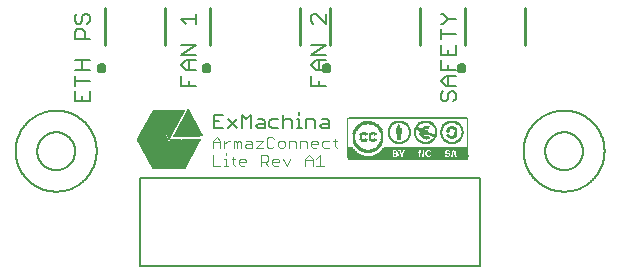
<source format=gto>
G75*
%MOIN*%
%OFA0B0*%
%FSLAX25Y25*%
%IPPOS*%
%LPD*%
%AMOC8*
5,1,8,0,0,1.08239X$1,22.5*
%
%ADD10C,0.00400*%
%ADD11C,0.00600*%
%ADD12C,0.01000*%
%ADD13C,0.01600*%
%ADD14C,0.00800*%
%ADD15C,0.00004*%
%ADD16C,0.00500*%
%ADD17R,0.40100X0.00100*%
%ADD18R,0.40300X0.00100*%
%ADD19R,0.15200X0.00100*%
%ADD20R,0.01300X0.00100*%
%ADD21R,0.05300X0.00100*%
%ADD22R,0.00800X0.00100*%
%ADD23R,0.00900X0.00100*%
%ADD24R,0.05400X0.00100*%
%ADD25R,0.00400X0.00100*%
%ADD26R,0.01100X0.00100*%
%ADD27R,0.03600X0.00100*%
%ADD28R,0.00700X0.00100*%
%ADD29R,0.05000X0.00100*%
%ADD30R,0.00200X0.00100*%
%ADD31R,0.00600X0.00100*%
%ADD32R,0.04800X0.00100*%
%ADD33R,0.06200X0.00100*%
%ADD34R,0.07300X0.00100*%
%ADD35R,0.00500X0.00100*%
%ADD36R,0.04600X0.00100*%
%ADD37R,0.00100X0.00100*%
%ADD38R,0.03700X0.00100*%
%ADD39R,0.05600X0.00100*%
%ADD40R,0.06800X0.00100*%
%ADD41R,0.04500X0.00100*%
%ADD42R,0.06400X0.00100*%
%ADD43R,0.04400X0.00100*%
%ADD44R,0.03800X0.00100*%
%ADD45R,0.06100X0.00100*%
%ADD46R,0.00300X0.00100*%
%ADD47R,0.04300X0.00100*%
%ADD48R,0.04700X0.00100*%
%ADD49R,0.05900X0.00100*%
%ADD50R,0.03900X0.00100*%
%ADD51R,0.05200X0.00100*%
%ADD52R,0.04100X0.00100*%
%ADD53R,0.06500X0.00100*%
%ADD54R,0.05100X0.00100*%
%ADD55R,0.04000X0.00100*%
%ADD56R,0.04900X0.00100*%
%ADD57R,0.06000X0.00100*%
%ADD58R,0.03500X0.00100*%
%ADD59R,0.03300X0.00100*%
%ADD60R,0.01400X0.00100*%
%ADD61R,0.01600X0.00100*%
%ADD62R,0.03200X0.00100*%
%ADD63R,0.02400X0.00100*%
%ADD64R,0.04200X0.00100*%
%ADD65R,0.03100X0.00100*%
%ADD66R,0.03000X0.00100*%
%ADD67R,0.02900X0.00100*%
%ADD68R,0.02800X0.00100*%
%ADD69R,0.02700X0.00100*%
%ADD70R,0.01000X0.00100*%
%ADD71R,0.02600X0.00100*%
%ADD72R,0.02500X0.00100*%
%ADD73R,0.05700X0.00100*%
%ADD74R,0.02300X0.00100*%
%ADD75R,0.28700X0.00100*%
%ADD76R,0.02000X0.00100*%
%ADD77R,0.01900X0.00100*%
%ADD78R,0.28600X0.00100*%
%ADD79R,0.02200X0.00100*%
%ADD80R,0.01800X0.00100*%
%ADD81R,0.28500X0.00100*%
%ADD82R,0.01700X0.00100*%
%ADD83R,0.28400X0.00100*%
%ADD84R,0.02100X0.00100*%
%ADD85R,0.01500X0.00100*%
%ADD86R,0.28300X0.00100*%
%ADD87R,0.28200X0.00100*%
%ADD88R,0.28100X0.00100*%
%ADD89R,0.01200X0.00100*%
%ADD90R,0.03400X0.00100*%
%ADD91R,0.39900X0.00100*%
%ADD92R,0.39500X0.00100*%
%ADD93R,0.39100X0.00100*%
D10*
X0091967Y0082794D02*
X0094369Y0082794D01*
X0095650Y0082794D02*
X0096851Y0082794D01*
X0096251Y0082794D02*
X0096251Y0085197D01*
X0095650Y0085197D01*
X0096251Y0086398D02*
X0096251Y0086998D01*
X0095650Y0088794D02*
X0095650Y0091197D01*
X0096851Y0091197D02*
X0097452Y0091197D01*
X0096851Y0091197D02*
X0095650Y0089996D01*
X0094369Y0090596D02*
X0091967Y0090596D01*
X0091967Y0091197D02*
X0093168Y0092398D01*
X0094369Y0091197D01*
X0094369Y0088794D01*
X0091967Y0088794D02*
X0091967Y0091197D01*
X0091967Y0086398D02*
X0091967Y0082794D01*
X0098105Y0085197D02*
X0099307Y0085197D01*
X0098706Y0085797D02*
X0098706Y0083395D01*
X0099307Y0082794D01*
X0100561Y0083395D02*
X0100561Y0084596D01*
X0101161Y0085197D01*
X0102362Y0085197D01*
X0102963Y0084596D01*
X0102963Y0083996D01*
X0100561Y0083996D01*
X0100561Y0083395D02*
X0101161Y0082794D01*
X0102362Y0082794D01*
X0107927Y0082794D02*
X0107927Y0086398D01*
X0109729Y0086398D01*
X0110329Y0085797D01*
X0110329Y0084596D01*
X0109729Y0083996D01*
X0107927Y0083996D01*
X0109128Y0083996D02*
X0110329Y0082794D01*
X0111610Y0083395D02*
X0111610Y0084596D01*
X0112211Y0085197D01*
X0113412Y0085197D01*
X0114012Y0084596D01*
X0114012Y0083996D01*
X0111610Y0083996D01*
X0111610Y0083395D02*
X0112211Y0082794D01*
X0113412Y0082794D01*
X0115294Y0085197D02*
X0116495Y0082794D01*
X0117696Y0085197D01*
X0117135Y0088794D02*
X0117135Y0091197D01*
X0118937Y0091197D01*
X0119537Y0090596D01*
X0119537Y0088794D01*
X0120818Y0088794D02*
X0120818Y0091197D01*
X0122620Y0091197D01*
X0123220Y0090596D01*
X0123220Y0088794D01*
X0124501Y0089395D02*
X0125102Y0088794D01*
X0126303Y0088794D01*
X0126903Y0089996D02*
X0124501Y0089996D01*
X0124501Y0090596D02*
X0125102Y0091197D01*
X0126303Y0091197D01*
X0126903Y0090596D01*
X0126903Y0089996D01*
X0128185Y0090596D02*
X0128185Y0089395D01*
X0128785Y0088794D01*
X0130587Y0088794D01*
X0132468Y0089395D02*
X0133069Y0088794D01*
X0132468Y0089395D02*
X0132468Y0091797D01*
X0131868Y0091197D02*
X0133069Y0091197D01*
X0130587Y0091197D02*
X0128785Y0091197D01*
X0128185Y0090596D01*
X0124501Y0090596D02*
X0124501Y0089395D01*
X0123861Y0086398D02*
X0125062Y0085197D01*
X0125062Y0082794D01*
X0126343Y0082794D02*
X0128745Y0082794D01*
X0127544Y0082794D02*
X0127544Y0086398D01*
X0126343Y0085197D01*
X0125062Y0084596D02*
X0122660Y0084596D01*
X0122660Y0085197D02*
X0123861Y0086398D01*
X0122660Y0085197D02*
X0122660Y0082794D01*
X0115854Y0089395D02*
X0115854Y0090596D01*
X0115253Y0091197D01*
X0114052Y0091197D01*
X0113452Y0090596D01*
X0113452Y0089395D01*
X0114052Y0088794D01*
X0115253Y0088794D01*
X0115854Y0089395D01*
X0112171Y0089395D02*
X0111570Y0088794D01*
X0110369Y0088794D01*
X0109769Y0089395D01*
X0109769Y0091797D01*
X0110369Y0092398D01*
X0111570Y0092398D01*
X0112171Y0091797D01*
X0108488Y0091197D02*
X0106086Y0088794D01*
X0108488Y0088794D01*
X0108488Y0091197D02*
X0106086Y0091197D01*
X0104805Y0090596D02*
X0104805Y0088794D01*
X0103003Y0088794D01*
X0102402Y0089395D01*
X0103003Y0089996D01*
X0104805Y0089996D01*
X0104805Y0090596D02*
X0104204Y0091197D01*
X0103003Y0091197D01*
X0101121Y0090596D02*
X0101121Y0088794D01*
X0099920Y0088794D02*
X0099920Y0090596D01*
X0100521Y0091197D01*
X0101121Y0090596D01*
X0099920Y0090596D02*
X0099320Y0091197D01*
X0098719Y0091197D01*
X0098719Y0088794D01*
D11*
X0086240Y0109435D02*
X0081236Y0109435D01*
X0081236Y0112771D01*
X0082904Y0114592D02*
X0081236Y0116260D01*
X0082904Y0117928D01*
X0086240Y0117928D01*
X0086240Y0119748D02*
X0081236Y0119748D01*
X0086240Y0123084D01*
X0081236Y0123084D01*
X0083738Y0117928D02*
X0083738Y0114592D01*
X0082904Y0114592D02*
X0086240Y0114592D01*
X0083738Y0111103D02*
X0083738Y0109435D01*
X0082904Y0130061D02*
X0081236Y0131729D01*
X0086240Y0131729D01*
X0086240Y0130061D02*
X0086240Y0133397D01*
X0050807Y0132563D02*
X0050807Y0130895D01*
X0049973Y0130061D01*
X0048305Y0130895D02*
X0048305Y0132563D01*
X0049139Y0133397D01*
X0049973Y0133397D01*
X0050807Y0132563D01*
X0048305Y0130895D02*
X0047471Y0130061D01*
X0046637Y0130061D01*
X0045803Y0130895D01*
X0045803Y0132563D01*
X0046637Y0133397D01*
X0046637Y0128241D02*
X0048305Y0128241D01*
X0049139Y0127407D01*
X0049139Y0124904D01*
X0050807Y0124904D02*
X0045803Y0124904D01*
X0045803Y0127407D01*
X0046637Y0128241D01*
X0045803Y0117928D02*
X0050807Y0117928D01*
X0048305Y0117928D02*
X0048305Y0114592D01*
X0050807Y0114592D02*
X0045803Y0114592D01*
X0045803Y0112771D02*
X0045803Y0109435D01*
X0045803Y0111103D02*
X0050807Y0111103D01*
X0050807Y0107615D02*
X0050807Y0104279D01*
X0045803Y0104279D01*
X0045803Y0107615D01*
X0048305Y0105947D02*
X0048305Y0104279D01*
X0026102Y0087673D02*
X0026106Y0088004D01*
X0026118Y0088335D01*
X0026139Y0088666D01*
X0026167Y0088996D01*
X0026204Y0089326D01*
X0026248Y0089654D01*
X0026301Y0089981D01*
X0026361Y0090307D01*
X0026430Y0090631D01*
X0026507Y0090953D01*
X0026591Y0091274D01*
X0026683Y0091592D01*
X0026783Y0091908D01*
X0026891Y0092221D01*
X0027007Y0092532D01*
X0027130Y0092839D01*
X0027260Y0093144D01*
X0027398Y0093445D01*
X0027543Y0093743D01*
X0027696Y0094037D01*
X0027856Y0094327D01*
X0028023Y0094613D01*
X0028196Y0094895D01*
X0028377Y0095173D01*
X0028565Y0095446D01*
X0028759Y0095715D01*
X0028959Y0095979D01*
X0029166Y0096237D01*
X0029380Y0096491D01*
X0029599Y0096739D01*
X0029825Y0096982D01*
X0030056Y0097219D01*
X0030293Y0097450D01*
X0030536Y0097676D01*
X0030784Y0097895D01*
X0031038Y0098109D01*
X0031296Y0098316D01*
X0031560Y0098516D01*
X0031829Y0098710D01*
X0032102Y0098898D01*
X0032380Y0099079D01*
X0032662Y0099252D01*
X0032948Y0099419D01*
X0033238Y0099579D01*
X0033532Y0099732D01*
X0033830Y0099877D01*
X0034131Y0100015D01*
X0034436Y0100145D01*
X0034743Y0100268D01*
X0035054Y0100384D01*
X0035367Y0100492D01*
X0035683Y0100592D01*
X0036001Y0100684D01*
X0036322Y0100768D01*
X0036644Y0100845D01*
X0036968Y0100914D01*
X0037294Y0100974D01*
X0037621Y0101027D01*
X0037949Y0101071D01*
X0038279Y0101108D01*
X0038609Y0101136D01*
X0038940Y0101157D01*
X0039271Y0101169D01*
X0039602Y0101173D01*
X0039933Y0101169D01*
X0040264Y0101157D01*
X0040595Y0101136D01*
X0040925Y0101108D01*
X0041255Y0101071D01*
X0041583Y0101027D01*
X0041910Y0100974D01*
X0042236Y0100914D01*
X0042560Y0100845D01*
X0042882Y0100768D01*
X0043203Y0100684D01*
X0043521Y0100592D01*
X0043837Y0100492D01*
X0044150Y0100384D01*
X0044461Y0100268D01*
X0044768Y0100145D01*
X0045073Y0100015D01*
X0045374Y0099877D01*
X0045672Y0099732D01*
X0045966Y0099579D01*
X0046256Y0099419D01*
X0046542Y0099252D01*
X0046824Y0099079D01*
X0047102Y0098898D01*
X0047375Y0098710D01*
X0047644Y0098516D01*
X0047908Y0098316D01*
X0048166Y0098109D01*
X0048420Y0097895D01*
X0048668Y0097676D01*
X0048911Y0097450D01*
X0049148Y0097219D01*
X0049379Y0096982D01*
X0049605Y0096739D01*
X0049824Y0096491D01*
X0050038Y0096237D01*
X0050245Y0095979D01*
X0050445Y0095715D01*
X0050639Y0095446D01*
X0050827Y0095173D01*
X0051008Y0094895D01*
X0051181Y0094613D01*
X0051348Y0094327D01*
X0051508Y0094037D01*
X0051661Y0093743D01*
X0051806Y0093445D01*
X0051944Y0093144D01*
X0052074Y0092839D01*
X0052197Y0092532D01*
X0052313Y0092221D01*
X0052421Y0091908D01*
X0052521Y0091592D01*
X0052613Y0091274D01*
X0052697Y0090953D01*
X0052774Y0090631D01*
X0052843Y0090307D01*
X0052903Y0089981D01*
X0052956Y0089654D01*
X0053000Y0089326D01*
X0053037Y0088996D01*
X0053065Y0088666D01*
X0053086Y0088335D01*
X0053098Y0088004D01*
X0053102Y0087673D01*
X0053098Y0087342D01*
X0053086Y0087011D01*
X0053065Y0086680D01*
X0053037Y0086350D01*
X0053000Y0086020D01*
X0052956Y0085692D01*
X0052903Y0085365D01*
X0052843Y0085039D01*
X0052774Y0084715D01*
X0052697Y0084393D01*
X0052613Y0084072D01*
X0052521Y0083754D01*
X0052421Y0083438D01*
X0052313Y0083125D01*
X0052197Y0082814D01*
X0052074Y0082507D01*
X0051944Y0082202D01*
X0051806Y0081901D01*
X0051661Y0081603D01*
X0051508Y0081309D01*
X0051348Y0081019D01*
X0051181Y0080733D01*
X0051008Y0080451D01*
X0050827Y0080173D01*
X0050639Y0079900D01*
X0050445Y0079631D01*
X0050245Y0079367D01*
X0050038Y0079109D01*
X0049824Y0078855D01*
X0049605Y0078607D01*
X0049379Y0078364D01*
X0049148Y0078127D01*
X0048911Y0077896D01*
X0048668Y0077670D01*
X0048420Y0077451D01*
X0048166Y0077237D01*
X0047908Y0077030D01*
X0047644Y0076830D01*
X0047375Y0076636D01*
X0047102Y0076448D01*
X0046824Y0076267D01*
X0046542Y0076094D01*
X0046256Y0075927D01*
X0045966Y0075767D01*
X0045672Y0075614D01*
X0045374Y0075469D01*
X0045073Y0075331D01*
X0044768Y0075201D01*
X0044461Y0075078D01*
X0044150Y0074962D01*
X0043837Y0074854D01*
X0043521Y0074754D01*
X0043203Y0074662D01*
X0042882Y0074578D01*
X0042560Y0074501D01*
X0042236Y0074432D01*
X0041910Y0074372D01*
X0041583Y0074319D01*
X0041255Y0074275D01*
X0040925Y0074238D01*
X0040595Y0074210D01*
X0040264Y0074189D01*
X0039933Y0074177D01*
X0039602Y0074173D01*
X0039271Y0074177D01*
X0038940Y0074189D01*
X0038609Y0074210D01*
X0038279Y0074238D01*
X0037949Y0074275D01*
X0037621Y0074319D01*
X0037294Y0074372D01*
X0036968Y0074432D01*
X0036644Y0074501D01*
X0036322Y0074578D01*
X0036001Y0074662D01*
X0035683Y0074754D01*
X0035367Y0074854D01*
X0035054Y0074962D01*
X0034743Y0075078D01*
X0034436Y0075201D01*
X0034131Y0075331D01*
X0033830Y0075469D01*
X0033532Y0075614D01*
X0033238Y0075767D01*
X0032948Y0075927D01*
X0032662Y0076094D01*
X0032380Y0076267D01*
X0032102Y0076448D01*
X0031829Y0076636D01*
X0031560Y0076830D01*
X0031296Y0077030D01*
X0031038Y0077237D01*
X0030784Y0077451D01*
X0030536Y0077670D01*
X0030293Y0077896D01*
X0030056Y0078127D01*
X0029825Y0078364D01*
X0029599Y0078607D01*
X0029380Y0078855D01*
X0029166Y0079109D01*
X0028959Y0079367D01*
X0028759Y0079631D01*
X0028565Y0079900D01*
X0028377Y0080173D01*
X0028196Y0080451D01*
X0028023Y0080733D01*
X0027856Y0081019D01*
X0027696Y0081309D01*
X0027543Y0081603D01*
X0027398Y0081901D01*
X0027260Y0082202D01*
X0027130Y0082507D01*
X0027007Y0082814D01*
X0026891Y0083125D01*
X0026783Y0083438D01*
X0026683Y0083754D01*
X0026591Y0084072D01*
X0026507Y0084393D01*
X0026430Y0084715D01*
X0026361Y0085039D01*
X0026301Y0085365D01*
X0026248Y0085692D01*
X0026204Y0086020D01*
X0026167Y0086350D01*
X0026139Y0086680D01*
X0026118Y0087011D01*
X0026106Y0087342D01*
X0026102Y0087673D01*
X0124543Y0109435D02*
X0124543Y0112771D01*
X0126211Y0114592D02*
X0124543Y0116260D01*
X0126211Y0117928D01*
X0129547Y0117928D01*
X0129547Y0119748D02*
X0124543Y0119748D01*
X0129547Y0123084D01*
X0124543Y0123084D01*
X0127045Y0117928D02*
X0127045Y0114592D01*
X0126211Y0114592D02*
X0129547Y0114592D01*
X0127045Y0111103D02*
X0127045Y0109435D01*
X0129547Y0109435D02*
X0124543Y0109435D01*
X0125377Y0130061D02*
X0124543Y0130895D01*
X0124543Y0132563D01*
X0125377Y0133397D01*
X0126211Y0133397D01*
X0129547Y0130061D01*
X0129547Y0133397D01*
X0167850Y0133397D02*
X0168684Y0133397D01*
X0170352Y0131729D01*
X0172854Y0131729D01*
X0170352Y0131729D02*
X0168684Y0130061D01*
X0167850Y0130061D01*
X0167850Y0128241D02*
X0167850Y0124904D01*
X0167850Y0126573D02*
X0172854Y0126573D01*
X0172854Y0123084D02*
X0172854Y0119748D01*
X0167850Y0119748D01*
X0167850Y0123084D01*
X0170352Y0121416D02*
X0170352Y0119748D01*
X0167850Y0117928D02*
X0167850Y0114592D01*
X0172854Y0114592D01*
X0172854Y0112771D02*
X0169518Y0112771D01*
X0167850Y0111103D01*
X0169518Y0109435D01*
X0172854Y0109435D01*
X0172020Y0107615D02*
X0172854Y0106781D01*
X0172854Y0105113D01*
X0172020Y0104279D01*
X0170352Y0105113D02*
X0170352Y0106781D01*
X0171186Y0107615D01*
X0172020Y0107615D01*
X0170352Y0109435D02*
X0170352Y0112771D01*
X0170352Y0114592D02*
X0170352Y0116260D01*
X0168684Y0107615D02*
X0167850Y0106781D01*
X0167850Y0105113D01*
X0168684Y0104279D01*
X0169518Y0104279D01*
X0170352Y0105113D01*
X0195393Y0087673D02*
X0195397Y0088004D01*
X0195409Y0088335D01*
X0195430Y0088666D01*
X0195458Y0088996D01*
X0195495Y0089326D01*
X0195539Y0089654D01*
X0195592Y0089981D01*
X0195652Y0090307D01*
X0195721Y0090631D01*
X0195798Y0090953D01*
X0195882Y0091274D01*
X0195974Y0091592D01*
X0196074Y0091908D01*
X0196182Y0092221D01*
X0196298Y0092532D01*
X0196421Y0092839D01*
X0196551Y0093144D01*
X0196689Y0093445D01*
X0196834Y0093743D01*
X0196987Y0094037D01*
X0197147Y0094327D01*
X0197314Y0094613D01*
X0197487Y0094895D01*
X0197668Y0095173D01*
X0197856Y0095446D01*
X0198050Y0095715D01*
X0198250Y0095979D01*
X0198457Y0096237D01*
X0198671Y0096491D01*
X0198890Y0096739D01*
X0199116Y0096982D01*
X0199347Y0097219D01*
X0199584Y0097450D01*
X0199827Y0097676D01*
X0200075Y0097895D01*
X0200329Y0098109D01*
X0200587Y0098316D01*
X0200851Y0098516D01*
X0201120Y0098710D01*
X0201393Y0098898D01*
X0201671Y0099079D01*
X0201953Y0099252D01*
X0202239Y0099419D01*
X0202529Y0099579D01*
X0202823Y0099732D01*
X0203121Y0099877D01*
X0203422Y0100015D01*
X0203727Y0100145D01*
X0204034Y0100268D01*
X0204345Y0100384D01*
X0204658Y0100492D01*
X0204974Y0100592D01*
X0205292Y0100684D01*
X0205613Y0100768D01*
X0205935Y0100845D01*
X0206259Y0100914D01*
X0206585Y0100974D01*
X0206912Y0101027D01*
X0207240Y0101071D01*
X0207570Y0101108D01*
X0207900Y0101136D01*
X0208231Y0101157D01*
X0208562Y0101169D01*
X0208893Y0101173D01*
X0209224Y0101169D01*
X0209555Y0101157D01*
X0209886Y0101136D01*
X0210216Y0101108D01*
X0210546Y0101071D01*
X0210874Y0101027D01*
X0211201Y0100974D01*
X0211527Y0100914D01*
X0211851Y0100845D01*
X0212173Y0100768D01*
X0212494Y0100684D01*
X0212812Y0100592D01*
X0213128Y0100492D01*
X0213441Y0100384D01*
X0213752Y0100268D01*
X0214059Y0100145D01*
X0214364Y0100015D01*
X0214665Y0099877D01*
X0214963Y0099732D01*
X0215257Y0099579D01*
X0215547Y0099419D01*
X0215833Y0099252D01*
X0216115Y0099079D01*
X0216393Y0098898D01*
X0216666Y0098710D01*
X0216935Y0098516D01*
X0217199Y0098316D01*
X0217457Y0098109D01*
X0217711Y0097895D01*
X0217959Y0097676D01*
X0218202Y0097450D01*
X0218439Y0097219D01*
X0218670Y0096982D01*
X0218896Y0096739D01*
X0219115Y0096491D01*
X0219329Y0096237D01*
X0219536Y0095979D01*
X0219736Y0095715D01*
X0219930Y0095446D01*
X0220118Y0095173D01*
X0220299Y0094895D01*
X0220472Y0094613D01*
X0220639Y0094327D01*
X0220799Y0094037D01*
X0220952Y0093743D01*
X0221097Y0093445D01*
X0221235Y0093144D01*
X0221365Y0092839D01*
X0221488Y0092532D01*
X0221604Y0092221D01*
X0221712Y0091908D01*
X0221812Y0091592D01*
X0221904Y0091274D01*
X0221988Y0090953D01*
X0222065Y0090631D01*
X0222134Y0090307D01*
X0222194Y0089981D01*
X0222247Y0089654D01*
X0222291Y0089326D01*
X0222328Y0088996D01*
X0222356Y0088666D01*
X0222377Y0088335D01*
X0222389Y0088004D01*
X0222393Y0087673D01*
X0222389Y0087342D01*
X0222377Y0087011D01*
X0222356Y0086680D01*
X0222328Y0086350D01*
X0222291Y0086020D01*
X0222247Y0085692D01*
X0222194Y0085365D01*
X0222134Y0085039D01*
X0222065Y0084715D01*
X0221988Y0084393D01*
X0221904Y0084072D01*
X0221812Y0083754D01*
X0221712Y0083438D01*
X0221604Y0083125D01*
X0221488Y0082814D01*
X0221365Y0082507D01*
X0221235Y0082202D01*
X0221097Y0081901D01*
X0220952Y0081603D01*
X0220799Y0081309D01*
X0220639Y0081019D01*
X0220472Y0080733D01*
X0220299Y0080451D01*
X0220118Y0080173D01*
X0219930Y0079900D01*
X0219736Y0079631D01*
X0219536Y0079367D01*
X0219329Y0079109D01*
X0219115Y0078855D01*
X0218896Y0078607D01*
X0218670Y0078364D01*
X0218439Y0078127D01*
X0218202Y0077896D01*
X0217959Y0077670D01*
X0217711Y0077451D01*
X0217457Y0077237D01*
X0217199Y0077030D01*
X0216935Y0076830D01*
X0216666Y0076636D01*
X0216393Y0076448D01*
X0216115Y0076267D01*
X0215833Y0076094D01*
X0215547Y0075927D01*
X0215257Y0075767D01*
X0214963Y0075614D01*
X0214665Y0075469D01*
X0214364Y0075331D01*
X0214059Y0075201D01*
X0213752Y0075078D01*
X0213441Y0074962D01*
X0213128Y0074854D01*
X0212812Y0074754D01*
X0212494Y0074662D01*
X0212173Y0074578D01*
X0211851Y0074501D01*
X0211527Y0074432D01*
X0211201Y0074372D01*
X0210874Y0074319D01*
X0210546Y0074275D01*
X0210216Y0074238D01*
X0209886Y0074210D01*
X0209555Y0074189D01*
X0209224Y0074177D01*
X0208893Y0074173D01*
X0208562Y0074177D01*
X0208231Y0074189D01*
X0207900Y0074210D01*
X0207570Y0074238D01*
X0207240Y0074275D01*
X0206912Y0074319D01*
X0206585Y0074372D01*
X0206259Y0074432D01*
X0205935Y0074501D01*
X0205613Y0074578D01*
X0205292Y0074662D01*
X0204974Y0074754D01*
X0204658Y0074854D01*
X0204345Y0074962D01*
X0204034Y0075078D01*
X0203727Y0075201D01*
X0203422Y0075331D01*
X0203121Y0075469D01*
X0202823Y0075614D01*
X0202529Y0075767D01*
X0202239Y0075927D01*
X0201953Y0076094D01*
X0201671Y0076267D01*
X0201393Y0076448D01*
X0201120Y0076636D01*
X0200851Y0076830D01*
X0200587Y0077030D01*
X0200329Y0077237D01*
X0200075Y0077451D01*
X0199827Y0077670D01*
X0199584Y0077896D01*
X0199347Y0078127D01*
X0199116Y0078364D01*
X0198890Y0078607D01*
X0198671Y0078855D01*
X0198457Y0079109D01*
X0198250Y0079367D01*
X0198050Y0079631D01*
X0197856Y0079900D01*
X0197668Y0080173D01*
X0197487Y0080451D01*
X0197314Y0080733D01*
X0197147Y0081019D01*
X0196987Y0081309D01*
X0196834Y0081603D01*
X0196689Y0081901D01*
X0196551Y0082202D01*
X0196421Y0082507D01*
X0196298Y0082814D01*
X0196182Y0083125D01*
X0196074Y0083438D01*
X0195974Y0083754D01*
X0195882Y0084072D01*
X0195798Y0084393D01*
X0195721Y0084715D01*
X0195652Y0085039D01*
X0195592Y0085365D01*
X0195539Y0085692D01*
X0195495Y0086020D01*
X0195458Y0086350D01*
X0195430Y0086680D01*
X0195409Y0087011D01*
X0195397Y0087342D01*
X0195393Y0087673D01*
D12*
X0195822Y0122929D02*
X0195822Y0135429D01*
X0175822Y0135429D02*
X0175822Y0122929D01*
X0160822Y0122929D02*
X0160822Y0135429D01*
X0130822Y0135429D02*
X0130822Y0122929D01*
X0120822Y0122929D02*
X0120822Y0135429D01*
X0090822Y0135429D02*
X0090822Y0122929D01*
X0075822Y0122929D02*
X0075822Y0135429D01*
X0055822Y0135429D02*
X0055822Y0122929D01*
D13*
X0053772Y0115429D02*
X0053774Y0115485D01*
X0053780Y0115542D01*
X0053790Y0115597D01*
X0053804Y0115652D01*
X0053821Y0115706D01*
X0053843Y0115758D01*
X0053868Y0115808D01*
X0053896Y0115857D01*
X0053928Y0115904D01*
X0053963Y0115948D01*
X0054001Y0115990D01*
X0054042Y0116029D01*
X0054086Y0116064D01*
X0054132Y0116097D01*
X0054180Y0116126D01*
X0054230Y0116152D01*
X0054282Y0116175D01*
X0054336Y0116193D01*
X0054390Y0116208D01*
X0054445Y0116219D01*
X0054501Y0116226D01*
X0054558Y0116229D01*
X0054614Y0116228D01*
X0054671Y0116223D01*
X0054726Y0116214D01*
X0054781Y0116201D01*
X0054835Y0116184D01*
X0054888Y0116164D01*
X0054939Y0116140D01*
X0054988Y0116112D01*
X0055035Y0116081D01*
X0055080Y0116047D01*
X0055123Y0116009D01*
X0055162Y0115969D01*
X0055199Y0115926D01*
X0055232Y0115881D01*
X0055262Y0115833D01*
X0055289Y0115783D01*
X0055312Y0115732D01*
X0055332Y0115679D01*
X0055348Y0115625D01*
X0055360Y0115569D01*
X0055368Y0115514D01*
X0055372Y0115457D01*
X0055372Y0115401D01*
X0055368Y0115344D01*
X0055360Y0115289D01*
X0055348Y0115233D01*
X0055332Y0115179D01*
X0055312Y0115126D01*
X0055289Y0115075D01*
X0055262Y0115025D01*
X0055232Y0114977D01*
X0055199Y0114932D01*
X0055162Y0114889D01*
X0055123Y0114849D01*
X0055080Y0114811D01*
X0055035Y0114777D01*
X0054988Y0114746D01*
X0054939Y0114718D01*
X0054888Y0114694D01*
X0054835Y0114674D01*
X0054781Y0114657D01*
X0054726Y0114644D01*
X0054671Y0114635D01*
X0054614Y0114630D01*
X0054558Y0114629D01*
X0054501Y0114632D01*
X0054445Y0114639D01*
X0054390Y0114650D01*
X0054336Y0114665D01*
X0054282Y0114683D01*
X0054230Y0114706D01*
X0054180Y0114732D01*
X0054132Y0114761D01*
X0054086Y0114794D01*
X0054042Y0114829D01*
X0054001Y0114868D01*
X0053963Y0114910D01*
X0053928Y0114954D01*
X0053896Y0115001D01*
X0053868Y0115050D01*
X0053843Y0115100D01*
X0053821Y0115152D01*
X0053804Y0115206D01*
X0053790Y0115261D01*
X0053780Y0115316D01*
X0053774Y0115373D01*
X0053772Y0115429D01*
X0088772Y0115429D02*
X0088774Y0115485D01*
X0088780Y0115542D01*
X0088790Y0115597D01*
X0088804Y0115652D01*
X0088821Y0115706D01*
X0088843Y0115758D01*
X0088868Y0115808D01*
X0088896Y0115857D01*
X0088928Y0115904D01*
X0088963Y0115948D01*
X0089001Y0115990D01*
X0089042Y0116029D01*
X0089086Y0116064D01*
X0089132Y0116097D01*
X0089180Y0116126D01*
X0089230Y0116152D01*
X0089282Y0116175D01*
X0089336Y0116193D01*
X0089390Y0116208D01*
X0089445Y0116219D01*
X0089501Y0116226D01*
X0089558Y0116229D01*
X0089614Y0116228D01*
X0089671Y0116223D01*
X0089726Y0116214D01*
X0089781Y0116201D01*
X0089835Y0116184D01*
X0089888Y0116164D01*
X0089939Y0116140D01*
X0089988Y0116112D01*
X0090035Y0116081D01*
X0090080Y0116047D01*
X0090123Y0116009D01*
X0090162Y0115969D01*
X0090199Y0115926D01*
X0090232Y0115881D01*
X0090262Y0115833D01*
X0090289Y0115783D01*
X0090312Y0115732D01*
X0090332Y0115679D01*
X0090348Y0115625D01*
X0090360Y0115569D01*
X0090368Y0115514D01*
X0090372Y0115457D01*
X0090372Y0115401D01*
X0090368Y0115344D01*
X0090360Y0115289D01*
X0090348Y0115233D01*
X0090332Y0115179D01*
X0090312Y0115126D01*
X0090289Y0115075D01*
X0090262Y0115025D01*
X0090232Y0114977D01*
X0090199Y0114932D01*
X0090162Y0114889D01*
X0090123Y0114849D01*
X0090080Y0114811D01*
X0090035Y0114777D01*
X0089988Y0114746D01*
X0089939Y0114718D01*
X0089888Y0114694D01*
X0089835Y0114674D01*
X0089781Y0114657D01*
X0089726Y0114644D01*
X0089671Y0114635D01*
X0089614Y0114630D01*
X0089558Y0114629D01*
X0089501Y0114632D01*
X0089445Y0114639D01*
X0089390Y0114650D01*
X0089336Y0114665D01*
X0089282Y0114683D01*
X0089230Y0114706D01*
X0089180Y0114732D01*
X0089132Y0114761D01*
X0089086Y0114794D01*
X0089042Y0114829D01*
X0089001Y0114868D01*
X0088963Y0114910D01*
X0088928Y0114954D01*
X0088896Y0115001D01*
X0088868Y0115050D01*
X0088843Y0115100D01*
X0088821Y0115152D01*
X0088804Y0115206D01*
X0088790Y0115261D01*
X0088780Y0115316D01*
X0088774Y0115373D01*
X0088772Y0115429D01*
X0128772Y0115429D02*
X0128774Y0115485D01*
X0128780Y0115542D01*
X0128790Y0115597D01*
X0128804Y0115652D01*
X0128821Y0115706D01*
X0128843Y0115758D01*
X0128868Y0115808D01*
X0128896Y0115857D01*
X0128928Y0115904D01*
X0128963Y0115948D01*
X0129001Y0115990D01*
X0129042Y0116029D01*
X0129086Y0116064D01*
X0129132Y0116097D01*
X0129180Y0116126D01*
X0129230Y0116152D01*
X0129282Y0116175D01*
X0129336Y0116193D01*
X0129390Y0116208D01*
X0129445Y0116219D01*
X0129501Y0116226D01*
X0129558Y0116229D01*
X0129614Y0116228D01*
X0129671Y0116223D01*
X0129726Y0116214D01*
X0129781Y0116201D01*
X0129835Y0116184D01*
X0129888Y0116164D01*
X0129939Y0116140D01*
X0129988Y0116112D01*
X0130035Y0116081D01*
X0130080Y0116047D01*
X0130123Y0116009D01*
X0130162Y0115969D01*
X0130199Y0115926D01*
X0130232Y0115881D01*
X0130262Y0115833D01*
X0130289Y0115783D01*
X0130312Y0115732D01*
X0130332Y0115679D01*
X0130348Y0115625D01*
X0130360Y0115569D01*
X0130368Y0115514D01*
X0130372Y0115457D01*
X0130372Y0115401D01*
X0130368Y0115344D01*
X0130360Y0115289D01*
X0130348Y0115233D01*
X0130332Y0115179D01*
X0130312Y0115126D01*
X0130289Y0115075D01*
X0130262Y0115025D01*
X0130232Y0114977D01*
X0130199Y0114932D01*
X0130162Y0114889D01*
X0130123Y0114849D01*
X0130080Y0114811D01*
X0130035Y0114777D01*
X0129988Y0114746D01*
X0129939Y0114718D01*
X0129888Y0114694D01*
X0129835Y0114674D01*
X0129781Y0114657D01*
X0129726Y0114644D01*
X0129671Y0114635D01*
X0129614Y0114630D01*
X0129558Y0114629D01*
X0129501Y0114632D01*
X0129445Y0114639D01*
X0129390Y0114650D01*
X0129336Y0114665D01*
X0129282Y0114683D01*
X0129230Y0114706D01*
X0129180Y0114732D01*
X0129132Y0114761D01*
X0129086Y0114794D01*
X0129042Y0114829D01*
X0129001Y0114868D01*
X0128963Y0114910D01*
X0128928Y0114954D01*
X0128896Y0115001D01*
X0128868Y0115050D01*
X0128843Y0115100D01*
X0128821Y0115152D01*
X0128804Y0115206D01*
X0128790Y0115261D01*
X0128780Y0115316D01*
X0128774Y0115373D01*
X0128772Y0115429D01*
X0173772Y0115429D02*
X0173774Y0115485D01*
X0173780Y0115542D01*
X0173790Y0115597D01*
X0173804Y0115652D01*
X0173821Y0115706D01*
X0173843Y0115758D01*
X0173868Y0115808D01*
X0173896Y0115857D01*
X0173928Y0115904D01*
X0173963Y0115948D01*
X0174001Y0115990D01*
X0174042Y0116029D01*
X0174086Y0116064D01*
X0174132Y0116097D01*
X0174180Y0116126D01*
X0174230Y0116152D01*
X0174282Y0116175D01*
X0174336Y0116193D01*
X0174390Y0116208D01*
X0174445Y0116219D01*
X0174501Y0116226D01*
X0174558Y0116229D01*
X0174614Y0116228D01*
X0174671Y0116223D01*
X0174726Y0116214D01*
X0174781Y0116201D01*
X0174835Y0116184D01*
X0174888Y0116164D01*
X0174939Y0116140D01*
X0174988Y0116112D01*
X0175035Y0116081D01*
X0175080Y0116047D01*
X0175123Y0116009D01*
X0175162Y0115969D01*
X0175199Y0115926D01*
X0175232Y0115881D01*
X0175262Y0115833D01*
X0175289Y0115783D01*
X0175312Y0115732D01*
X0175332Y0115679D01*
X0175348Y0115625D01*
X0175360Y0115569D01*
X0175368Y0115514D01*
X0175372Y0115457D01*
X0175372Y0115401D01*
X0175368Y0115344D01*
X0175360Y0115289D01*
X0175348Y0115233D01*
X0175332Y0115179D01*
X0175312Y0115126D01*
X0175289Y0115075D01*
X0175262Y0115025D01*
X0175232Y0114977D01*
X0175199Y0114932D01*
X0175162Y0114889D01*
X0175123Y0114849D01*
X0175080Y0114811D01*
X0175035Y0114777D01*
X0174988Y0114746D01*
X0174939Y0114718D01*
X0174888Y0114694D01*
X0174835Y0114674D01*
X0174781Y0114657D01*
X0174726Y0114644D01*
X0174671Y0114635D01*
X0174614Y0114630D01*
X0174558Y0114629D01*
X0174501Y0114632D01*
X0174445Y0114639D01*
X0174390Y0114650D01*
X0174336Y0114665D01*
X0174282Y0114683D01*
X0174230Y0114706D01*
X0174180Y0114732D01*
X0174132Y0114761D01*
X0174086Y0114794D01*
X0174042Y0114829D01*
X0174001Y0114868D01*
X0173963Y0114910D01*
X0173928Y0114954D01*
X0173896Y0115001D01*
X0173868Y0115050D01*
X0173843Y0115100D01*
X0173821Y0115152D01*
X0173804Y0115206D01*
X0173790Y0115261D01*
X0173780Y0115316D01*
X0173774Y0115373D01*
X0173772Y0115429D01*
D14*
X0180940Y0049287D02*
X0067554Y0049287D01*
X0067554Y0078815D01*
X0180940Y0078815D01*
X0180940Y0049287D01*
X0202594Y0087673D02*
X0202596Y0087831D01*
X0202602Y0087989D01*
X0202612Y0088147D01*
X0202626Y0088305D01*
X0202644Y0088462D01*
X0202665Y0088619D01*
X0202691Y0088775D01*
X0202721Y0088931D01*
X0202754Y0089086D01*
X0202792Y0089239D01*
X0202833Y0089392D01*
X0202878Y0089544D01*
X0202927Y0089695D01*
X0202980Y0089844D01*
X0203036Y0089992D01*
X0203096Y0090138D01*
X0203160Y0090283D01*
X0203228Y0090426D01*
X0203299Y0090568D01*
X0203373Y0090708D01*
X0203451Y0090845D01*
X0203533Y0090981D01*
X0203617Y0091115D01*
X0203706Y0091246D01*
X0203797Y0091375D01*
X0203892Y0091502D01*
X0203989Y0091627D01*
X0204090Y0091749D01*
X0204194Y0091868D01*
X0204301Y0091985D01*
X0204411Y0092099D01*
X0204524Y0092210D01*
X0204639Y0092319D01*
X0204757Y0092424D01*
X0204878Y0092526D01*
X0205001Y0092626D01*
X0205127Y0092722D01*
X0205255Y0092815D01*
X0205385Y0092905D01*
X0205518Y0092991D01*
X0205653Y0093075D01*
X0205789Y0093154D01*
X0205928Y0093231D01*
X0206069Y0093303D01*
X0206211Y0093373D01*
X0206355Y0093438D01*
X0206501Y0093500D01*
X0206648Y0093558D01*
X0206797Y0093613D01*
X0206947Y0093664D01*
X0207098Y0093711D01*
X0207250Y0093754D01*
X0207403Y0093793D01*
X0207558Y0093829D01*
X0207713Y0093860D01*
X0207869Y0093888D01*
X0208025Y0093912D01*
X0208182Y0093932D01*
X0208340Y0093948D01*
X0208497Y0093960D01*
X0208656Y0093968D01*
X0208814Y0093972D01*
X0208972Y0093972D01*
X0209130Y0093968D01*
X0209289Y0093960D01*
X0209446Y0093948D01*
X0209604Y0093932D01*
X0209761Y0093912D01*
X0209917Y0093888D01*
X0210073Y0093860D01*
X0210228Y0093829D01*
X0210383Y0093793D01*
X0210536Y0093754D01*
X0210688Y0093711D01*
X0210839Y0093664D01*
X0210989Y0093613D01*
X0211138Y0093558D01*
X0211285Y0093500D01*
X0211431Y0093438D01*
X0211575Y0093373D01*
X0211717Y0093303D01*
X0211858Y0093231D01*
X0211997Y0093154D01*
X0212133Y0093075D01*
X0212268Y0092991D01*
X0212401Y0092905D01*
X0212531Y0092815D01*
X0212659Y0092722D01*
X0212785Y0092626D01*
X0212908Y0092526D01*
X0213029Y0092424D01*
X0213147Y0092319D01*
X0213262Y0092210D01*
X0213375Y0092099D01*
X0213485Y0091985D01*
X0213592Y0091868D01*
X0213696Y0091749D01*
X0213797Y0091627D01*
X0213894Y0091502D01*
X0213989Y0091375D01*
X0214080Y0091246D01*
X0214169Y0091115D01*
X0214253Y0090981D01*
X0214335Y0090845D01*
X0214413Y0090708D01*
X0214487Y0090568D01*
X0214558Y0090426D01*
X0214626Y0090283D01*
X0214690Y0090138D01*
X0214750Y0089992D01*
X0214806Y0089844D01*
X0214859Y0089695D01*
X0214908Y0089544D01*
X0214953Y0089392D01*
X0214994Y0089239D01*
X0215032Y0089086D01*
X0215065Y0088931D01*
X0215095Y0088775D01*
X0215121Y0088619D01*
X0215142Y0088462D01*
X0215160Y0088305D01*
X0215174Y0088147D01*
X0215184Y0087989D01*
X0215190Y0087831D01*
X0215192Y0087673D01*
X0215190Y0087515D01*
X0215184Y0087357D01*
X0215174Y0087199D01*
X0215160Y0087041D01*
X0215142Y0086884D01*
X0215121Y0086727D01*
X0215095Y0086571D01*
X0215065Y0086415D01*
X0215032Y0086260D01*
X0214994Y0086107D01*
X0214953Y0085954D01*
X0214908Y0085802D01*
X0214859Y0085651D01*
X0214806Y0085502D01*
X0214750Y0085354D01*
X0214690Y0085208D01*
X0214626Y0085063D01*
X0214558Y0084920D01*
X0214487Y0084778D01*
X0214413Y0084638D01*
X0214335Y0084501D01*
X0214253Y0084365D01*
X0214169Y0084231D01*
X0214080Y0084100D01*
X0213989Y0083971D01*
X0213894Y0083844D01*
X0213797Y0083719D01*
X0213696Y0083597D01*
X0213592Y0083478D01*
X0213485Y0083361D01*
X0213375Y0083247D01*
X0213262Y0083136D01*
X0213147Y0083027D01*
X0213029Y0082922D01*
X0212908Y0082820D01*
X0212785Y0082720D01*
X0212659Y0082624D01*
X0212531Y0082531D01*
X0212401Y0082441D01*
X0212268Y0082355D01*
X0212133Y0082271D01*
X0211997Y0082192D01*
X0211858Y0082115D01*
X0211717Y0082043D01*
X0211575Y0081973D01*
X0211431Y0081908D01*
X0211285Y0081846D01*
X0211138Y0081788D01*
X0210989Y0081733D01*
X0210839Y0081682D01*
X0210688Y0081635D01*
X0210536Y0081592D01*
X0210383Y0081553D01*
X0210228Y0081517D01*
X0210073Y0081486D01*
X0209917Y0081458D01*
X0209761Y0081434D01*
X0209604Y0081414D01*
X0209446Y0081398D01*
X0209289Y0081386D01*
X0209130Y0081378D01*
X0208972Y0081374D01*
X0208814Y0081374D01*
X0208656Y0081378D01*
X0208497Y0081386D01*
X0208340Y0081398D01*
X0208182Y0081414D01*
X0208025Y0081434D01*
X0207869Y0081458D01*
X0207713Y0081486D01*
X0207558Y0081517D01*
X0207403Y0081553D01*
X0207250Y0081592D01*
X0207098Y0081635D01*
X0206947Y0081682D01*
X0206797Y0081733D01*
X0206648Y0081788D01*
X0206501Y0081846D01*
X0206355Y0081908D01*
X0206211Y0081973D01*
X0206069Y0082043D01*
X0205928Y0082115D01*
X0205789Y0082192D01*
X0205653Y0082271D01*
X0205518Y0082355D01*
X0205385Y0082441D01*
X0205255Y0082531D01*
X0205127Y0082624D01*
X0205001Y0082720D01*
X0204878Y0082820D01*
X0204757Y0082922D01*
X0204639Y0083027D01*
X0204524Y0083136D01*
X0204411Y0083247D01*
X0204301Y0083361D01*
X0204194Y0083478D01*
X0204090Y0083597D01*
X0203989Y0083719D01*
X0203892Y0083844D01*
X0203797Y0083971D01*
X0203706Y0084100D01*
X0203617Y0084231D01*
X0203533Y0084365D01*
X0203451Y0084501D01*
X0203373Y0084638D01*
X0203299Y0084778D01*
X0203228Y0084920D01*
X0203160Y0085063D01*
X0203096Y0085208D01*
X0203036Y0085354D01*
X0202980Y0085502D01*
X0202927Y0085651D01*
X0202878Y0085802D01*
X0202833Y0085954D01*
X0202792Y0086107D01*
X0202754Y0086260D01*
X0202721Y0086415D01*
X0202691Y0086571D01*
X0202665Y0086727D01*
X0202644Y0086884D01*
X0202626Y0087041D01*
X0202612Y0087199D01*
X0202602Y0087357D01*
X0202596Y0087515D01*
X0202594Y0087673D01*
X0033303Y0087673D02*
X0033305Y0087831D01*
X0033311Y0087989D01*
X0033321Y0088147D01*
X0033335Y0088305D01*
X0033353Y0088462D01*
X0033374Y0088619D01*
X0033400Y0088775D01*
X0033430Y0088931D01*
X0033463Y0089086D01*
X0033501Y0089239D01*
X0033542Y0089392D01*
X0033587Y0089544D01*
X0033636Y0089695D01*
X0033689Y0089844D01*
X0033745Y0089992D01*
X0033805Y0090138D01*
X0033869Y0090283D01*
X0033937Y0090426D01*
X0034008Y0090568D01*
X0034082Y0090708D01*
X0034160Y0090845D01*
X0034242Y0090981D01*
X0034326Y0091115D01*
X0034415Y0091246D01*
X0034506Y0091375D01*
X0034601Y0091502D01*
X0034698Y0091627D01*
X0034799Y0091749D01*
X0034903Y0091868D01*
X0035010Y0091985D01*
X0035120Y0092099D01*
X0035233Y0092210D01*
X0035348Y0092319D01*
X0035466Y0092424D01*
X0035587Y0092526D01*
X0035710Y0092626D01*
X0035836Y0092722D01*
X0035964Y0092815D01*
X0036094Y0092905D01*
X0036227Y0092991D01*
X0036362Y0093075D01*
X0036498Y0093154D01*
X0036637Y0093231D01*
X0036778Y0093303D01*
X0036920Y0093373D01*
X0037064Y0093438D01*
X0037210Y0093500D01*
X0037357Y0093558D01*
X0037506Y0093613D01*
X0037656Y0093664D01*
X0037807Y0093711D01*
X0037959Y0093754D01*
X0038112Y0093793D01*
X0038267Y0093829D01*
X0038422Y0093860D01*
X0038578Y0093888D01*
X0038734Y0093912D01*
X0038891Y0093932D01*
X0039049Y0093948D01*
X0039206Y0093960D01*
X0039365Y0093968D01*
X0039523Y0093972D01*
X0039681Y0093972D01*
X0039839Y0093968D01*
X0039998Y0093960D01*
X0040155Y0093948D01*
X0040313Y0093932D01*
X0040470Y0093912D01*
X0040626Y0093888D01*
X0040782Y0093860D01*
X0040937Y0093829D01*
X0041092Y0093793D01*
X0041245Y0093754D01*
X0041397Y0093711D01*
X0041548Y0093664D01*
X0041698Y0093613D01*
X0041847Y0093558D01*
X0041994Y0093500D01*
X0042140Y0093438D01*
X0042284Y0093373D01*
X0042426Y0093303D01*
X0042567Y0093231D01*
X0042706Y0093154D01*
X0042842Y0093075D01*
X0042977Y0092991D01*
X0043110Y0092905D01*
X0043240Y0092815D01*
X0043368Y0092722D01*
X0043494Y0092626D01*
X0043617Y0092526D01*
X0043738Y0092424D01*
X0043856Y0092319D01*
X0043971Y0092210D01*
X0044084Y0092099D01*
X0044194Y0091985D01*
X0044301Y0091868D01*
X0044405Y0091749D01*
X0044506Y0091627D01*
X0044603Y0091502D01*
X0044698Y0091375D01*
X0044789Y0091246D01*
X0044878Y0091115D01*
X0044962Y0090981D01*
X0045044Y0090845D01*
X0045122Y0090708D01*
X0045196Y0090568D01*
X0045267Y0090426D01*
X0045335Y0090283D01*
X0045399Y0090138D01*
X0045459Y0089992D01*
X0045515Y0089844D01*
X0045568Y0089695D01*
X0045617Y0089544D01*
X0045662Y0089392D01*
X0045703Y0089239D01*
X0045741Y0089086D01*
X0045774Y0088931D01*
X0045804Y0088775D01*
X0045830Y0088619D01*
X0045851Y0088462D01*
X0045869Y0088305D01*
X0045883Y0088147D01*
X0045893Y0087989D01*
X0045899Y0087831D01*
X0045901Y0087673D01*
X0045899Y0087515D01*
X0045893Y0087357D01*
X0045883Y0087199D01*
X0045869Y0087041D01*
X0045851Y0086884D01*
X0045830Y0086727D01*
X0045804Y0086571D01*
X0045774Y0086415D01*
X0045741Y0086260D01*
X0045703Y0086107D01*
X0045662Y0085954D01*
X0045617Y0085802D01*
X0045568Y0085651D01*
X0045515Y0085502D01*
X0045459Y0085354D01*
X0045399Y0085208D01*
X0045335Y0085063D01*
X0045267Y0084920D01*
X0045196Y0084778D01*
X0045122Y0084638D01*
X0045044Y0084501D01*
X0044962Y0084365D01*
X0044878Y0084231D01*
X0044789Y0084100D01*
X0044698Y0083971D01*
X0044603Y0083844D01*
X0044506Y0083719D01*
X0044405Y0083597D01*
X0044301Y0083478D01*
X0044194Y0083361D01*
X0044084Y0083247D01*
X0043971Y0083136D01*
X0043856Y0083027D01*
X0043738Y0082922D01*
X0043617Y0082820D01*
X0043494Y0082720D01*
X0043368Y0082624D01*
X0043240Y0082531D01*
X0043110Y0082441D01*
X0042977Y0082355D01*
X0042842Y0082271D01*
X0042706Y0082192D01*
X0042567Y0082115D01*
X0042426Y0082043D01*
X0042284Y0081973D01*
X0042140Y0081908D01*
X0041994Y0081846D01*
X0041847Y0081788D01*
X0041698Y0081733D01*
X0041548Y0081682D01*
X0041397Y0081635D01*
X0041245Y0081592D01*
X0041092Y0081553D01*
X0040937Y0081517D01*
X0040782Y0081486D01*
X0040626Y0081458D01*
X0040470Y0081434D01*
X0040313Y0081414D01*
X0040155Y0081398D01*
X0039998Y0081386D01*
X0039839Y0081378D01*
X0039681Y0081374D01*
X0039523Y0081374D01*
X0039365Y0081378D01*
X0039206Y0081386D01*
X0039049Y0081398D01*
X0038891Y0081414D01*
X0038734Y0081434D01*
X0038578Y0081458D01*
X0038422Y0081486D01*
X0038267Y0081517D01*
X0038112Y0081553D01*
X0037959Y0081592D01*
X0037807Y0081635D01*
X0037656Y0081682D01*
X0037506Y0081733D01*
X0037357Y0081788D01*
X0037210Y0081846D01*
X0037064Y0081908D01*
X0036920Y0081973D01*
X0036778Y0082043D01*
X0036637Y0082115D01*
X0036498Y0082192D01*
X0036362Y0082271D01*
X0036227Y0082355D01*
X0036094Y0082441D01*
X0035964Y0082531D01*
X0035836Y0082624D01*
X0035710Y0082720D01*
X0035587Y0082820D01*
X0035466Y0082922D01*
X0035348Y0083027D01*
X0035233Y0083136D01*
X0035120Y0083247D01*
X0035010Y0083361D01*
X0034903Y0083478D01*
X0034799Y0083597D01*
X0034698Y0083719D01*
X0034601Y0083844D01*
X0034506Y0083971D01*
X0034415Y0084100D01*
X0034326Y0084231D01*
X0034242Y0084365D01*
X0034160Y0084501D01*
X0034082Y0084638D01*
X0034008Y0084778D01*
X0033937Y0084920D01*
X0033869Y0085063D01*
X0033805Y0085208D01*
X0033745Y0085354D01*
X0033689Y0085502D01*
X0033636Y0085651D01*
X0033587Y0085802D01*
X0033542Y0085954D01*
X0033501Y0086107D01*
X0033463Y0086260D01*
X0033430Y0086415D01*
X0033400Y0086571D01*
X0033374Y0086727D01*
X0033353Y0086884D01*
X0033335Y0087041D01*
X0033321Y0087199D01*
X0033311Y0087357D01*
X0033305Y0087515D01*
X0033303Y0087673D01*
D15*
X0066433Y0091680D02*
X0071763Y0081950D01*
X0082273Y0081920D01*
X0087443Y0091720D01*
X0077403Y0091420D01*
X0082273Y0081930D01*
X0076963Y0091130D01*
X0074893Y0087590D01*
X0076523Y0091280D01*
X0068883Y0091740D01*
X0076513Y0091870D01*
X0071933Y0101500D01*
X0071933Y0101500D01*
X0071943Y0101500D01*
X0071936Y0101495D02*
X0073209Y0101495D01*
X0073841Y0101493D02*
X0071937Y0101493D01*
X0071929Y0101493D01*
X0071930Y0101495D02*
X0071936Y0101495D01*
X0071935Y0101498D02*
X0072576Y0101498D01*
X0072080Y0101231D02*
X0082148Y0101231D01*
X0082149Y0101233D02*
X0072079Y0101233D01*
X0072077Y0101236D02*
X0082150Y0101236D01*
X0082152Y0101238D02*
X0072076Y0101238D01*
X0072075Y0101241D02*
X0082153Y0101241D01*
X0082154Y0101243D02*
X0072073Y0101243D01*
X0072072Y0101246D02*
X0082156Y0101246D01*
X0082157Y0101248D02*
X0072071Y0101248D01*
X0072069Y0101250D02*
X0082158Y0101250D01*
X0082160Y0101253D02*
X0072068Y0101253D01*
X0072067Y0101255D02*
X0082161Y0101255D01*
X0082162Y0101258D02*
X0072065Y0101258D01*
X0072064Y0101260D02*
X0082164Y0101260D01*
X0082165Y0101263D02*
X0072063Y0101263D01*
X0072061Y0101265D02*
X0082166Y0101265D01*
X0082168Y0101268D02*
X0072060Y0101268D01*
X0072059Y0101270D02*
X0082169Y0101270D01*
X0082170Y0101273D02*
X0072057Y0101273D01*
X0072056Y0101275D02*
X0082172Y0101275D01*
X0082173Y0101277D02*
X0072055Y0101277D01*
X0072053Y0101280D02*
X0082174Y0101280D01*
X0082176Y0101282D02*
X0072052Y0101282D01*
X0072051Y0101285D02*
X0082177Y0101285D01*
X0082178Y0101287D02*
X0072049Y0101287D01*
X0072048Y0101290D02*
X0082180Y0101290D01*
X0082181Y0101292D02*
X0072047Y0101292D01*
X0072045Y0101295D02*
X0082183Y0101295D01*
X0082184Y0101297D02*
X0072044Y0101297D01*
X0072043Y0101299D02*
X0082185Y0101299D01*
X0082187Y0101302D02*
X0072041Y0101302D01*
X0072040Y0101304D02*
X0082188Y0101304D01*
X0082189Y0101307D02*
X0072039Y0101307D01*
X0072037Y0101309D02*
X0082191Y0101309D01*
X0082192Y0101312D02*
X0072036Y0101312D01*
X0072035Y0101314D02*
X0082193Y0101314D01*
X0082195Y0101317D02*
X0072033Y0101317D01*
X0072032Y0101319D02*
X0082196Y0101319D01*
X0082197Y0101321D02*
X0072031Y0101321D01*
X0072029Y0101324D02*
X0082199Y0101324D01*
X0082200Y0101326D02*
X0072028Y0101326D01*
X0072027Y0101329D02*
X0082201Y0101329D01*
X0082203Y0101331D02*
X0072025Y0101331D01*
X0072024Y0101334D02*
X0082204Y0101334D01*
X0082205Y0101336D02*
X0072023Y0101336D01*
X0072021Y0101339D02*
X0082207Y0101339D01*
X0082208Y0101341D02*
X0072020Y0101341D01*
X0072019Y0101344D02*
X0082209Y0101344D01*
X0082211Y0101346D02*
X0072017Y0101346D01*
X0072016Y0101348D02*
X0082212Y0101348D01*
X0082213Y0101351D02*
X0072015Y0101351D01*
X0072013Y0101353D02*
X0082215Y0101353D01*
X0082216Y0101356D02*
X0072012Y0101356D01*
X0072011Y0101358D02*
X0082217Y0101358D01*
X0082219Y0101361D02*
X0072009Y0101361D01*
X0072008Y0101363D02*
X0082220Y0101363D01*
X0082221Y0101366D02*
X0072007Y0101366D01*
X0072005Y0101368D02*
X0082223Y0101368D01*
X0082224Y0101370D02*
X0072004Y0101370D01*
X0072003Y0101373D02*
X0082225Y0101373D01*
X0082227Y0101375D02*
X0072001Y0101375D01*
X0072000Y0101378D02*
X0082228Y0101378D01*
X0082229Y0101380D02*
X0071999Y0101380D01*
X0071997Y0101383D02*
X0082231Y0101383D01*
X0082232Y0101385D02*
X0071996Y0101385D01*
X0071995Y0101388D02*
X0082233Y0101388D01*
X0082235Y0101390D02*
X0071993Y0101390D01*
X0071992Y0101392D02*
X0082236Y0101392D01*
X0082237Y0101395D02*
X0071991Y0101395D01*
X0071989Y0101397D02*
X0082239Y0101397D01*
X0082240Y0101400D02*
X0071988Y0101400D01*
X0071987Y0101402D02*
X0082241Y0101402D01*
X0082243Y0101405D02*
X0071985Y0101405D01*
X0071984Y0101407D02*
X0082244Y0101407D01*
X0082245Y0101410D02*
X0071983Y0101410D01*
X0071981Y0101412D02*
X0082247Y0101412D01*
X0082248Y0101415D02*
X0071980Y0101415D01*
X0071979Y0101417D02*
X0082249Y0101417D01*
X0082251Y0101419D02*
X0071977Y0101419D01*
X0071976Y0101422D02*
X0082252Y0101422D01*
X0082253Y0101424D02*
X0071975Y0101424D01*
X0071973Y0101427D02*
X0082255Y0101427D01*
X0082256Y0101429D02*
X0071972Y0101429D01*
X0071971Y0101432D02*
X0082258Y0101432D01*
X0082259Y0101434D02*
X0071969Y0101434D01*
X0071968Y0101437D02*
X0082260Y0101437D01*
X0082262Y0101439D02*
X0071967Y0101439D01*
X0071965Y0101441D02*
X0082263Y0101441D01*
X0082264Y0101444D02*
X0071964Y0101444D01*
X0071963Y0101446D02*
X0082266Y0101446D01*
X0082267Y0101449D02*
X0071961Y0101449D01*
X0071960Y0101451D02*
X0082268Y0101451D01*
X0082270Y0101454D02*
X0071959Y0101454D01*
X0071957Y0101456D02*
X0082271Y0101456D01*
X0082272Y0101459D02*
X0071956Y0101459D01*
X0071955Y0101461D02*
X0082070Y0101461D01*
X0082273Y0101460D02*
X0077103Y0092010D01*
X0071933Y0101500D01*
X0082273Y0101460D01*
X0082146Y0101228D02*
X0072081Y0101228D01*
X0072083Y0101226D02*
X0082145Y0101226D01*
X0082144Y0101224D02*
X0072084Y0101224D01*
X0072085Y0101221D02*
X0082142Y0101221D01*
X0082141Y0101219D02*
X0072087Y0101219D01*
X0072088Y0101216D02*
X0082140Y0101216D01*
X0082138Y0101214D02*
X0072089Y0101214D01*
X0072091Y0101211D02*
X0082137Y0101211D01*
X0082136Y0101209D02*
X0072092Y0101209D01*
X0072093Y0101206D02*
X0082134Y0101206D01*
X0082133Y0101204D02*
X0072095Y0101204D01*
X0072096Y0101202D02*
X0082132Y0101202D01*
X0082130Y0101199D02*
X0072097Y0101199D01*
X0072099Y0101197D02*
X0082129Y0101197D01*
X0082128Y0101194D02*
X0072100Y0101194D01*
X0072101Y0101192D02*
X0082126Y0101192D01*
X0082125Y0101189D02*
X0072103Y0101189D01*
X0072104Y0101187D02*
X0082124Y0101187D01*
X0082122Y0101184D02*
X0072105Y0101184D01*
X0072107Y0101182D02*
X0082121Y0101182D01*
X0082120Y0101179D02*
X0072108Y0101179D01*
X0072109Y0101177D02*
X0082118Y0101177D01*
X0082117Y0101175D02*
X0072111Y0101175D01*
X0072112Y0101172D02*
X0082116Y0101172D01*
X0082114Y0101170D02*
X0072113Y0101170D01*
X0072115Y0101167D02*
X0082113Y0101167D01*
X0082112Y0101165D02*
X0072116Y0101165D01*
X0072117Y0101162D02*
X0082110Y0101162D01*
X0082109Y0101160D02*
X0072119Y0101160D01*
X0072120Y0101157D02*
X0082108Y0101157D01*
X0082106Y0101155D02*
X0072121Y0101155D01*
X0072123Y0101153D02*
X0082105Y0101153D01*
X0082103Y0101150D02*
X0072124Y0101150D01*
X0072125Y0101148D02*
X0082102Y0101148D01*
X0082101Y0101145D02*
X0072127Y0101145D01*
X0072128Y0101143D02*
X0082099Y0101143D01*
X0082098Y0101140D02*
X0072129Y0101140D01*
X0072131Y0101138D02*
X0082097Y0101138D01*
X0082095Y0101135D02*
X0072132Y0101135D01*
X0072133Y0101133D02*
X0082094Y0101133D01*
X0082093Y0101130D02*
X0072135Y0101130D01*
X0072136Y0101128D02*
X0082091Y0101128D01*
X0082090Y0101126D02*
X0072137Y0101126D01*
X0072139Y0101123D02*
X0082089Y0101123D01*
X0082087Y0101121D02*
X0072140Y0101121D01*
X0072141Y0101118D02*
X0082086Y0101118D01*
X0082085Y0101116D02*
X0072143Y0101116D01*
X0072144Y0101113D02*
X0082083Y0101113D01*
X0082082Y0101111D02*
X0072145Y0101111D01*
X0072147Y0101108D02*
X0082081Y0101108D01*
X0082079Y0101106D02*
X0072148Y0101106D01*
X0072149Y0101104D02*
X0082078Y0101104D01*
X0082077Y0101101D02*
X0072151Y0101101D01*
X0072152Y0101099D02*
X0082075Y0101099D01*
X0082074Y0101096D02*
X0072153Y0101096D01*
X0072155Y0101094D02*
X0082073Y0101094D01*
X0082071Y0101091D02*
X0072156Y0101091D01*
X0072157Y0101089D02*
X0082070Y0101089D01*
X0082069Y0101086D02*
X0072159Y0101086D01*
X0072160Y0101084D02*
X0082067Y0101084D01*
X0082066Y0101082D02*
X0072161Y0101082D01*
X0072163Y0101079D02*
X0082065Y0101079D01*
X0082063Y0101077D02*
X0072164Y0101077D01*
X0072165Y0101074D02*
X0082062Y0101074D01*
X0082061Y0101072D02*
X0072167Y0101072D01*
X0072168Y0101069D02*
X0082059Y0101069D01*
X0082058Y0101067D02*
X0072169Y0101067D01*
X0072171Y0101064D02*
X0082057Y0101064D01*
X0082055Y0101062D02*
X0072172Y0101062D01*
X0072173Y0101059D02*
X0082054Y0101059D01*
X0082053Y0101057D02*
X0072175Y0101057D01*
X0072176Y0101055D02*
X0082051Y0101055D01*
X0082050Y0101052D02*
X0072177Y0101052D01*
X0072179Y0101050D02*
X0082049Y0101050D01*
X0082047Y0101047D02*
X0072180Y0101047D01*
X0072181Y0101045D02*
X0082046Y0101045D01*
X0082045Y0101042D02*
X0072183Y0101042D01*
X0072184Y0101040D02*
X0082043Y0101040D01*
X0082042Y0101037D02*
X0072185Y0101037D01*
X0072187Y0101035D02*
X0082041Y0101035D01*
X0082039Y0101033D02*
X0072188Y0101033D01*
X0072189Y0101030D02*
X0082038Y0101030D01*
X0082037Y0101028D02*
X0072191Y0101028D01*
X0072192Y0101025D02*
X0082035Y0101025D01*
X0082034Y0101023D02*
X0072193Y0101023D01*
X0072195Y0101020D02*
X0082032Y0101020D01*
X0082031Y0101018D02*
X0072196Y0101018D01*
X0072197Y0101015D02*
X0082030Y0101015D01*
X0082028Y0101013D02*
X0072199Y0101013D01*
X0072200Y0101011D02*
X0082027Y0101011D01*
X0082026Y0101008D02*
X0072201Y0101008D01*
X0072203Y0101006D02*
X0082024Y0101006D01*
X0082023Y0101003D02*
X0072204Y0101003D01*
X0072205Y0101001D02*
X0082022Y0101001D01*
X0082020Y0100998D02*
X0072207Y0100998D01*
X0072208Y0100996D02*
X0082019Y0100996D01*
X0082018Y0100993D02*
X0072209Y0100993D01*
X0072211Y0100991D02*
X0082016Y0100991D01*
X0082015Y0100988D02*
X0072212Y0100988D01*
X0072213Y0100986D02*
X0082014Y0100986D01*
X0082012Y0100984D02*
X0072215Y0100984D01*
X0072216Y0100981D02*
X0082011Y0100981D01*
X0082010Y0100979D02*
X0072217Y0100979D01*
X0072219Y0100976D02*
X0082008Y0100976D01*
X0082007Y0100974D02*
X0072220Y0100974D01*
X0072221Y0100971D02*
X0082006Y0100971D01*
X0082004Y0100969D02*
X0072223Y0100969D01*
X0072224Y0100966D02*
X0082003Y0100966D01*
X0082002Y0100964D02*
X0072225Y0100964D01*
X0072227Y0100962D02*
X0082000Y0100962D01*
X0081999Y0100959D02*
X0072228Y0100959D01*
X0072229Y0100957D02*
X0081998Y0100957D01*
X0081996Y0100954D02*
X0072231Y0100954D01*
X0072232Y0100952D02*
X0081995Y0100952D01*
X0081994Y0100949D02*
X0072233Y0100949D01*
X0072235Y0100947D02*
X0081992Y0100947D01*
X0081991Y0100944D02*
X0072236Y0100944D01*
X0072237Y0100942D02*
X0081990Y0100942D01*
X0081988Y0100940D02*
X0072239Y0100940D01*
X0072240Y0100937D02*
X0081987Y0100937D01*
X0081986Y0100935D02*
X0072241Y0100935D01*
X0072243Y0100932D02*
X0081984Y0100932D01*
X0081983Y0100930D02*
X0072244Y0100930D01*
X0072245Y0100927D02*
X0081982Y0100927D01*
X0081980Y0100925D02*
X0072247Y0100925D01*
X0072248Y0100922D02*
X0081979Y0100922D01*
X0081978Y0100920D02*
X0072249Y0100920D01*
X0072251Y0100917D02*
X0081976Y0100917D01*
X0081975Y0100915D02*
X0072252Y0100915D01*
X0072253Y0100913D02*
X0081974Y0100913D01*
X0081972Y0100910D02*
X0072255Y0100910D01*
X0072256Y0100908D02*
X0081971Y0100908D01*
X0081970Y0100905D02*
X0072257Y0100905D01*
X0072259Y0100903D02*
X0081968Y0100903D01*
X0081967Y0100900D02*
X0072260Y0100900D01*
X0072261Y0100898D02*
X0081966Y0100898D01*
X0081964Y0100895D02*
X0072263Y0100895D01*
X0072264Y0100893D02*
X0081963Y0100893D01*
X0081962Y0100891D02*
X0072265Y0100891D01*
X0072267Y0100888D02*
X0081960Y0100888D01*
X0081959Y0100886D02*
X0072268Y0100886D01*
X0072269Y0100883D02*
X0081957Y0100883D01*
X0081956Y0100881D02*
X0072271Y0100881D01*
X0072272Y0100878D02*
X0081955Y0100878D01*
X0081953Y0100876D02*
X0072273Y0100876D01*
X0072275Y0100873D02*
X0081952Y0100873D01*
X0081951Y0100871D02*
X0072276Y0100871D01*
X0072277Y0100869D02*
X0081949Y0100869D01*
X0081948Y0100866D02*
X0072279Y0100866D01*
X0072280Y0100864D02*
X0081947Y0100864D01*
X0081945Y0100861D02*
X0072281Y0100861D01*
X0072283Y0100859D02*
X0081944Y0100859D01*
X0081943Y0100856D02*
X0072284Y0100856D01*
X0072285Y0100854D02*
X0081941Y0100854D01*
X0081940Y0100851D02*
X0072287Y0100851D01*
X0072288Y0100849D02*
X0081939Y0100849D01*
X0081937Y0100846D02*
X0072289Y0100846D01*
X0072291Y0100844D02*
X0081936Y0100844D01*
X0081935Y0100842D02*
X0072292Y0100842D01*
X0072293Y0100839D02*
X0081933Y0100839D01*
X0081932Y0100837D02*
X0072295Y0100837D01*
X0072296Y0100834D02*
X0081931Y0100834D01*
X0081929Y0100832D02*
X0072297Y0100832D01*
X0072299Y0100829D02*
X0081928Y0100829D01*
X0081927Y0100827D02*
X0072300Y0100827D01*
X0072301Y0100824D02*
X0081925Y0100824D01*
X0081924Y0100822D02*
X0072303Y0100822D01*
X0072304Y0100820D02*
X0081923Y0100820D01*
X0081921Y0100817D02*
X0072305Y0100817D01*
X0072307Y0100815D02*
X0081920Y0100815D01*
X0081919Y0100812D02*
X0072308Y0100812D01*
X0072309Y0100810D02*
X0081917Y0100810D01*
X0081916Y0100807D02*
X0072311Y0100807D01*
X0072312Y0100805D02*
X0081915Y0100805D01*
X0081913Y0100802D02*
X0072313Y0100802D01*
X0072315Y0100800D02*
X0081912Y0100800D01*
X0081911Y0100798D02*
X0072316Y0100798D01*
X0072317Y0100795D02*
X0081909Y0100795D01*
X0081908Y0100793D02*
X0072319Y0100793D01*
X0072320Y0100790D02*
X0081907Y0100790D01*
X0081905Y0100788D02*
X0072321Y0100788D01*
X0072323Y0100785D02*
X0081904Y0100785D01*
X0081903Y0100783D02*
X0072324Y0100783D01*
X0072325Y0100780D02*
X0081901Y0100780D01*
X0081900Y0100778D02*
X0072327Y0100778D01*
X0072328Y0100775D02*
X0081899Y0100775D01*
X0081897Y0100773D02*
X0072329Y0100773D01*
X0072331Y0100771D02*
X0081896Y0100771D01*
X0081895Y0100768D02*
X0072332Y0100768D01*
X0072333Y0100766D02*
X0081893Y0100766D01*
X0081892Y0100763D02*
X0072335Y0100763D01*
X0072336Y0100761D02*
X0081891Y0100761D01*
X0081889Y0100758D02*
X0072337Y0100758D01*
X0072339Y0100756D02*
X0081888Y0100756D01*
X0081886Y0100753D02*
X0072340Y0100753D01*
X0072341Y0100751D02*
X0081885Y0100751D01*
X0081884Y0100749D02*
X0072343Y0100749D01*
X0072344Y0100746D02*
X0081882Y0100746D01*
X0081881Y0100744D02*
X0072345Y0100744D01*
X0072347Y0100741D02*
X0081880Y0100741D01*
X0081878Y0100739D02*
X0072348Y0100739D01*
X0072349Y0100736D02*
X0081877Y0100736D01*
X0081876Y0100734D02*
X0072351Y0100734D01*
X0072352Y0100731D02*
X0081874Y0100731D01*
X0081873Y0100729D02*
X0072353Y0100729D01*
X0072355Y0100727D02*
X0081872Y0100727D01*
X0081870Y0100724D02*
X0072356Y0100724D01*
X0072357Y0100722D02*
X0081869Y0100722D01*
X0081868Y0100719D02*
X0072359Y0100719D01*
X0072360Y0100717D02*
X0081866Y0100717D01*
X0081865Y0100714D02*
X0072361Y0100714D01*
X0072363Y0100712D02*
X0081864Y0100712D01*
X0081862Y0100709D02*
X0072364Y0100709D01*
X0072365Y0100707D02*
X0081861Y0100707D01*
X0081860Y0100704D02*
X0072367Y0100704D01*
X0072368Y0100702D02*
X0081858Y0100702D01*
X0081857Y0100700D02*
X0072369Y0100700D01*
X0072371Y0100697D02*
X0081856Y0100697D01*
X0081854Y0100695D02*
X0072372Y0100695D01*
X0072373Y0100692D02*
X0081853Y0100692D01*
X0081852Y0100690D02*
X0072375Y0100690D01*
X0072376Y0100687D02*
X0081850Y0100687D01*
X0081849Y0100685D02*
X0072377Y0100685D01*
X0072379Y0100682D02*
X0081848Y0100682D01*
X0081846Y0100680D02*
X0072380Y0100680D01*
X0072381Y0100678D02*
X0081845Y0100678D01*
X0081844Y0100675D02*
X0072383Y0100675D01*
X0072384Y0100673D02*
X0081842Y0100673D01*
X0081841Y0100670D02*
X0072385Y0100670D01*
X0072387Y0100668D02*
X0081840Y0100668D01*
X0081838Y0100665D02*
X0072388Y0100665D01*
X0072389Y0100663D02*
X0081837Y0100663D01*
X0081836Y0100660D02*
X0072391Y0100660D01*
X0072392Y0100658D02*
X0081834Y0100658D01*
X0081833Y0100656D02*
X0072393Y0100656D01*
X0072395Y0100653D02*
X0081832Y0100653D01*
X0081830Y0100651D02*
X0072396Y0100651D01*
X0072397Y0100648D02*
X0081829Y0100648D01*
X0081828Y0100646D02*
X0072399Y0100646D01*
X0072400Y0100643D02*
X0081826Y0100643D01*
X0081825Y0100641D02*
X0072401Y0100641D01*
X0072403Y0100638D02*
X0081824Y0100638D01*
X0081822Y0100636D02*
X0072404Y0100636D01*
X0072405Y0100633D02*
X0081821Y0100633D01*
X0081820Y0100631D02*
X0072407Y0100631D01*
X0072408Y0100629D02*
X0081818Y0100629D01*
X0081817Y0100626D02*
X0072409Y0100626D01*
X0072411Y0100624D02*
X0081816Y0100624D01*
X0081814Y0100621D02*
X0072412Y0100621D01*
X0072413Y0100619D02*
X0081813Y0100619D01*
X0081811Y0100616D02*
X0072415Y0100616D01*
X0072416Y0100614D02*
X0081810Y0100614D01*
X0081809Y0100611D02*
X0072417Y0100611D01*
X0072419Y0100609D02*
X0081807Y0100609D01*
X0081806Y0100607D02*
X0072420Y0100607D01*
X0072421Y0100604D02*
X0081805Y0100604D01*
X0081803Y0100602D02*
X0072423Y0100602D01*
X0072424Y0100599D02*
X0081802Y0100599D01*
X0081801Y0100597D02*
X0072425Y0100597D01*
X0072427Y0100594D02*
X0081799Y0100594D01*
X0081798Y0100592D02*
X0072428Y0100592D01*
X0072429Y0100589D02*
X0081797Y0100589D01*
X0081795Y0100587D02*
X0072431Y0100587D01*
X0072432Y0100585D02*
X0081794Y0100585D01*
X0081793Y0100582D02*
X0072433Y0100582D01*
X0072435Y0100580D02*
X0081791Y0100580D01*
X0081790Y0100577D02*
X0072436Y0100577D01*
X0072437Y0100575D02*
X0081789Y0100575D01*
X0081787Y0100572D02*
X0072439Y0100572D01*
X0072440Y0100570D02*
X0081786Y0100570D01*
X0081785Y0100567D02*
X0072441Y0100567D01*
X0072443Y0100565D02*
X0081783Y0100565D01*
X0081782Y0100562D02*
X0072444Y0100562D01*
X0072445Y0100560D02*
X0081781Y0100560D01*
X0081779Y0100558D02*
X0072447Y0100558D01*
X0072448Y0100555D02*
X0081778Y0100555D01*
X0081777Y0100553D02*
X0072449Y0100553D01*
X0072451Y0100550D02*
X0081775Y0100550D01*
X0081774Y0100548D02*
X0072452Y0100548D01*
X0072453Y0100545D02*
X0081773Y0100545D01*
X0081771Y0100543D02*
X0072455Y0100543D01*
X0072456Y0100540D02*
X0081770Y0100540D01*
X0081769Y0100538D02*
X0072457Y0100538D01*
X0072459Y0100536D02*
X0081767Y0100536D01*
X0081766Y0100533D02*
X0072460Y0100533D01*
X0072461Y0100531D02*
X0081765Y0100531D01*
X0081763Y0100528D02*
X0072463Y0100528D01*
X0072464Y0100526D02*
X0081762Y0100526D01*
X0081761Y0100523D02*
X0072465Y0100523D01*
X0072467Y0100521D02*
X0081759Y0100521D01*
X0081758Y0100518D02*
X0072468Y0100518D01*
X0072469Y0100516D02*
X0081757Y0100516D01*
X0081755Y0100514D02*
X0072471Y0100514D01*
X0072472Y0100511D02*
X0081754Y0100511D01*
X0081753Y0100509D02*
X0072473Y0100509D01*
X0072475Y0100506D02*
X0081751Y0100506D01*
X0081750Y0100504D02*
X0072476Y0100504D01*
X0072477Y0100501D02*
X0081749Y0100501D01*
X0081747Y0100499D02*
X0072479Y0100499D01*
X0072480Y0100496D02*
X0081746Y0100496D01*
X0081745Y0100494D02*
X0072481Y0100494D01*
X0072483Y0100491D02*
X0081743Y0100491D01*
X0081742Y0100489D02*
X0072484Y0100489D01*
X0072485Y0100487D02*
X0081740Y0100487D01*
X0081739Y0100484D02*
X0072487Y0100484D01*
X0072488Y0100482D02*
X0081738Y0100482D01*
X0081736Y0100479D02*
X0072489Y0100479D01*
X0072491Y0100477D02*
X0081735Y0100477D01*
X0081734Y0100474D02*
X0072492Y0100474D01*
X0072493Y0100472D02*
X0081732Y0100472D01*
X0081731Y0100469D02*
X0072495Y0100469D01*
X0072496Y0100467D02*
X0081730Y0100467D01*
X0081728Y0100465D02*
X0072497Y0100465D01*
X0072499Y0100462D02*
X0081727Y0100462D01*
X0081726Y0100460D02*
X0072500Y0100460D01*
X0072501Y0100457D02*
X0081724Y0100457D01*
X0081723Y0100455D02*
X0072503Y0100455D01*
X0072504Y0100452D02*
X0081722Y0100452D01*
X0081720Y0100450D02*
X0072505Y0100450D01*
X0072507Y0100447D02*
X0081719Y0100447D01*
X0081718Y0100445D02*
X0072508Y0100445D01*
X0072509Y0100443D02*
X0081716Y0100443D01*
X0081715Y0100440D02*
X0072511Y0100440D01*
X0072512Y0100438D02*
X0081714Y0100438D01*
X0081712Y0100435D02*
X0072513Y0100435D01*
X0072515Y0100433D02*
X0081711Y0100433D01*
X0081710Y0100430D02*
X0072516Y0100430D01*
X0072517Y0100428D02*
X0081708Y0100428D01*
X0081707Y0100425D02*
X0072519Y0100425D01*
X0072520Y0100423D02*
X0081706Y0100423D01*
X0081704Y0100420D02*
X0072521Y0100420D01*
X0072523Y0100418D02*
X0081703Y0100418D01*
X0081702Y0100416D02*
X0072524Y0100416D01*
X0072525Y0100413D02*
X0081700Y0100413D01*
X0081699Y0100411D02*
X0072527Y0100411D01*
X0072528Y0100408D02*
X0081698Y0100408D01*
X0081696Y0100406D02*
X0072529Y0100406D01*
X0072531Y0100403D02*
X0081695Y0100403D01*
X0081694Y0100401D02*
X0072532Y0100401D01*
X0072533Y0100398D02*
X0081692Y0100398D01*
X0081691Y0100396D02*
X0072535Y0100396D01*
X0072536Y0100394D02*
X0081690Y0100394D01*
X0081688Y0100391D02*
X0072537Y0100391D01*
X0072539Y0100389D02*
X0081687Y0100389D01*
X0081686Y0100386D02*
X0072540Y0100386D01*
X0072541Y0100384D02*
X0081684Y0100384D01*
X0081683Y0100381D02*
X0072543Y0100381D01*
X0072544Y0100379D02*
X0081682Y0100379D01*
X0081680Y0100376D02*
X0072545Y0100376D01*
X0072547Y0100374D02*
X0081679Y0100374D01*
X0081678Y0100372D02*
X0072548Y0100372D01*
X0072549Y0100369D02*
X0081676Y0100369D01*
X0081675Y0100367D02*
X0072551Y0100367D01*
X0072552Y0100364D02*
X0081674Y0100364D01*
X0081672Y0100362D02*
X0072553Y0100362D01*
X0072555Y0100359D02*
X0081671Y0100359D01*
X0081670Y0100357D02*
X0072556Y0100357D01*
X0072557Y0100354D02*
X0081668Y0100354D01*
X0081667Y0100352D02*
X0072559Y0100352D01*
X0072560Y0100349D02*
X0081665Y0100349D01*
X0081664Y0100347D02*
X0072561Y0100347D01*
X0072563Y0100345D02*
X0081663Y0100345D01*
X0081661Y0100342D02*
X0072564Y0100342D01*
X0072565Y0100340D02*
X0081660Y0100340D01*
X0081659Y0100337D02*
X0072567Y0100337D01*
X0072568Y0100335D02*
X0081657Y0100335D01*
X0081656Y0100332D02*
X0072569Y0100332D01*
X0072571Y0100330D02*
X0081655Y0100330D01*
X0081653Y0100327D02*
X0072572Y0100327D01*
X0072573Y0100325D02*
X0081652Y0100325D01*
X0081651Y0100323D02*
X0072575Y0100323D01*
X0072576Y0100320D02*
X0081649Y0100320D01*
X0081648Y0100318D02*
X0072577Y0100318D01*
X0072579Y0100315D02*
X0081647Y0100315D01*
X0081645Y0100313D02*
X0072580Y0100313D01*
X0072581Y0100310D02*
X0081644Y0100310D01*
X0081643Y0100308D02*
X0072583Y0100308D01*
X0072584Y0100305D02*
X0081641Y0100305D01*
X0081640Y0100303D02*
X0072585Y0100303D01*
X0072587Y0100301D02*
X0081639Y0100301D01*
X0081637Y0100298D02*
X0072588Y0100298D01*
X0072589Y0100296D02*
X0081636Y0100296D01*
X0081635Y0100293D02*
X0072591Y0100293D01*
X0072592Y0100291D02*
X0081633Y0100291D01*
X0081632Y0100288D02*
X0072593Y0100288D01*
X0072595Y0100286D02*
X0081631Y0100286D01*
X0081629Y0100283D02*
X0072596Y0100283D01*
X0072597Y0100281D02*
X0081628Y0100281D01*
X0081627Y0100278D02*
X0072599Y0100278D01*
X0072600Y0100276D02*
X0081625Y0100276D01*
X0081624Y0100274D02*
X0072601Y0100274D01*
X0072603Y0100271D02*
X0081623Y0100271D01*
X0081621Y0100269D02*
X0072604Y0100269D01*
X0072605Y0100266D02*
X0081620Y0100266D01*
X0081619Y0100264D02*
X0072607Y0100264D01*
X0072608Y0100261D02*
X0081617Y0100261D01*
X0081616Y0100259D02*
X0072609Y0100259D01*
X0072611Y0100256D02*
X0081615Y0100256D01*
X0081613Y0100254D02*
X0072612Y0100254D01*
X0072613Y0100252D02*
X0081612Y0100252D01*
X0081611Y0100249D02*
X0072615Y0100249D01*
X0072616Y0100247D02*
X0081609Y0100247D01*
X0081608Y0100244D02*
X0072617Y0100244D01*
X0072619Y0100242D02*
X0081607Y0100242D01*
X0081605Y0100239D02*
X0072620Y0100239D01*
X0072621Y0100237D02*
X0081604Y0100237D01*
X0081603Y0100234D02*
X0072623Y0100234D01*
X0072624Y0100232D02*
X0081601Y0100232D01*
X0081600Y0100230D02*
X0072625Y0100230D01*
X0072627Y0100227D02*
X0081599Y0100227D01*
X0081597Y0100225D02*
X0072628Y0100225D01*
X0072629Y0100222D02*
X0081596Y0100222D01*
X0081594Y0100220D02*
X0072631Y0100220D01*
X0072632Y0100217D02*
X0081593Y0100217D01*
X0081592Y0100215D02*
X0072633Y0100215D01*
X0072635Y0100212D02*
X0081590Y0100212D01*
X0081589Y0100210D02*
X0072636Y0100210D01*
X0072637Y0100207D02*
X0081588Y0100207D01*
X0081586Y0100205D02*
X0072639Y0100205D01*
X0072640Y0100203D02*
X0081585Y0100203D01*
X0081584Y0100200D02*
X0072641Y0100200D01*
X0072643Y0100198D02*
X0081582Y0100198D01*
X0081581Y0100195D02*
X0072644Y0100195D01*
X0072645Y0100193D02*
X0081580Y0100193D01*
X0081578Y0100190D02*
X0072647Y0100190D01*
X0072648Y0100188D02*
X0081577Y0100188D01*
X0081576Y0100185D02*
X0072649Y0100185D01*
X0072651Y0100183D02*
X0081574Y0100183D01*
X0081573Y0100181D02*
X0072652Y0100181D01*
X0072653Y0100178D02*
X0081572Y0100178D01*
X0081570Y0100176D02*
X0072655Y0100176D01*
X0072656Y0100173D02*
X0081569Y0100173D01*
X0081568Y0100171D02*
X0072657Y0100171D01*
X0072659Y0100168D02*
X0081566Y0100168D01*
X0081565Y0100166D02*
X0072660Y0100166D01*
X0072661Y0100163D02*
X0081564Y0100163D01*
X0081562Y0100161D02*
X0072663Y0100161D01*
X0072664Y0100159D02*
X0081561Y0100159D01*
X0081560Y0100156D02*
X0072665Y0100156D01*
X0072667Y0100154D02*
X0081558Y0100154D01*
X0081557Y0100151D02*
X0072668Y0100151D01*
X0072669Y0100149D02*
X0081556Y0100149D01*
X0081554Y0100146D02*
X0072671Y0100146D01*
X0072672Y0100144D02*
X0081553Y0100144D01*
X0081552Y0100141D02*
X0072673Y0100141D01*
X0072675Y0100139D02*
X0081550Y0100139D01*
X0081549Y0100136D02*
X0072676Y0100136D01*
X0072677Y0100134D02*
X0081548Y0100134D01*
X0081546Y0100132D02*
X0072679Y0100132D01*
X0072680Y0100129D02*
X0081545Y0100129D01*
X0081544Y0100127D02*
X0072681Y0100127D01*
X0072683Y0100124D02*
X0081542Y0100124D01*
X0081541Y0100122D02*
X0072684Y0100122D01*
X0072685Y0100119D02*
X0081540Y0100119D01*
X0081538Y0100117D02*
X0072687Y0100117D01*
X0072688Y0100114D02*
X0081537Y0100114D01*
X0081536Y0100112D02*
X0072689Y0100112D01*
X0072691Y0100110D02*
X0081534Y0100110D01*
X0081533Y0100107D02*
X0072692Y0100107D01*
X0072693Y0100105D02*
X0081532Y0100105D01*
X0081530Y0100102D02*
X0072695Y0100102D01*
X0072696Y0100100D02*
X0081529Y0100100D01*
X0081528Y0100097D02*
X0072697Y0100097D01*
X0072699Y0100095D02*
X0081526Y0100095D01*
X0081525Y0100092D02*
X0072700Y0100092D01*
X0072701Y0100090D02*
X0081523Y0100090D01*
X0081522Y0100088D02*
X0072703Y0100088D01*
X0072704Y0100085D02*
X0081521Y0100085D01*
X0081519Y0100083D02*
X0072705Y0100083D01*
X0072707Y0100080D02*
X0081518Y0100080D01*
X0081517Y0100078D02*
X0072708Y0100078D01*
X0072709Y0100075D02*
X0081515Y0100075D01*
X0081514Y0100073D02*
X0072711Y0100073D01*
X0072712Y0100070D02*
X0081513Y0100070D01*
X0081511Y0100068D02*
X0072713Y0100068D01*
X0072715Y0100065D02*
X0081510Y0100065D01*
X0081509Y0100063D02*
X0072716Y0100063D01*
X0072717Y0100061D02*
X0081507Y0100061D01*
X0081506Y0100058D02*
X0072719Y0100058D01*
X0072720Y0100056D02*
X0081505Y0100056D01*
X0081503Y0100053D02*
X0072721Y0100053D01*
X0072723Y0100051D02*
X0081502Y0100051D01*
X0081501Y0100048D02*
X0072724Y0100048D01*
X0072725Y0100046D02*
X0081499Y0100046D01*
X0081498Y0100043D02*
X0072727Y0100043D01*
X0072728Y0100041D02*
X0081497Y0100041D01*
X0081495Y0100039D02*
X0072729Y0100039D01*
X0072731Y0100036D02*
X0081494Y0100036D01*
X0081493Y0100034D02*
X0072732Y0100034D01*
X0072733Y0100031D02*
X0081491Y0100031D01*
X0081490Y0100029D02*
X0072735Y0100029D01*
X0072736Y0100026D02*
X0081489Y0100026D01*
X0081487Y0100024D02*
X0072737Y0100024D01*
X0072739Y0100021D02*
X0081486Y0100021D01*
X0081485Y0100019D02*
X0072740Y0100019D01*
X0072741Y0100017D02*
X0081483Y0100017D01*
X0081482Y0100014D02*
X0072743Y0100014D01*
X0072744Y0100012D02*
X0081481Y0100012D01*
X0081479Y0100009D02*
X0072745Y0100009D01*
X0072747Y0100007D02*
X0081478Y0100007D01*
X0081477Y0100004D02*
X0072748Y0100004D01*
X0072749Y0100002D02*
X0081475Y0100002D01*
X0081474Y0099999D02*
X0072751Y0099999D01*
X0072752Y0099997D02*
X0081473Y0099997D01*
X0081471Y0099994D02*
X0072753Y0099994D01*
X0072755Y0099992D02*
X0081470Y0099992D01*
X0081469Y0099990D02*
X0072756Y0099990D01*
X0072757Y0099987D02*
X0081467Y0099987D01*
X0081466Y0099985D02*
X0072759Y0099985D01*
X0072760Y0099982D02*
X0081465Y0099982D01*
X0081463Y0099980D02*
X0072761Y0099980D01*
X0072763Y0099977D02*
X0081462Y0099977D01*
X0081461Y0099975D02*
X0072764Y0099975D01*
X0072765Y0099972D02*
X0081459Y0099972D01*
X0081458Y0099970D02*
X0072767Y0099970D01*
X0072768Y0099968D02*
X0081457Y0099968D01*
X0081455Y0099965D02*
X0072769Y0099965D01*
X0072771Y0099963D02*
X0081454Y0099963D01*
X0081453Y0099960D02*
X0072772Y0099960D01*
X0072773Y0099958D02*
X0081451Y0099958D01*
X0081450Y0099955D02*
X0072775Y0099955D01*
X0072776Y0099953D02*
X0081448Y0099953D01*
X0081447Y0099950D02*
X0072777Y0099950D01*
X0072779Y0099948D02*
X0081446Y0099948D01*
X0081444Y0099946D02*
X0072780Y0099946D01*
X0072781Y0099943D02*
X0081443Y0099943D01*
X0081442Y0099941D02*
X0072783Y0099941D01*
X0072784Y0099938D02*
X0081440Y0099938D01*
X0081439Y0099936D02*
X0072785Y0099936D01*
X0072787Y0099933D02*
X0081438Y0099933D01*
X0081436Y0099931D02*
X0072788Y0099931D01*
X0072789Y0099928D02*
X0081435Y0099928D01*
X0081434Y0099926D02*
X0072791Y0099926D01*
X0072792Y0099923D02*
X0081432Y0099923D01*
X0081431Y0099921D02*
X0072793Y0099921D01*
X0072795Y0099919D02*
X0081430Y0099919D01*
X0081428Y0099916D02*
X0072796Y0099916D01*
X0072797Y0099914D02*
X0081427Y0099914D01*
X0081426Y0099911D02*
X0072799Y0099911D01*
X0072800Y0099909D02*
X0081424Y0099909D01*
X0081423Y0099906D02*
X0072802Y0099906D01*
X0072803Y0099904D02*
X0081422Y0099904D01*
X0081420Y0099901D02*
X0072804Y0099901D01*
X0072805Y0099899D02*
X0081419Y0099899D01*
X0081418Y0099897D02*
X0072807Y0099897D01*
X0072808Y0099894D02*
X0081416Y0099894D01*
X0081415Y0099892D02*
X0072809Y0099892D01*
X0072811Y0099889D02*
X0081414Y0099889D01*
X0081412Y0099887D02*
X0072812Y0099887D01*
X0072813Y0099884D02*
X0081411Y0099884D01*
X0081410Y0099882D02*
X0072815Y0099882D01*
X0072816Y0099879D02*
X0081408Y0099879D01*
X0081407Y0099877D02*
X0072818Y0099877D01*
X0072819Y0099875D02*
X0081406Y0099875D01*
X0081404Y0099872D02*
X0072820Y0099872D01*
X0072822Y0099870D02*
X0081403Y0099870D01*
X0081402Y0099867D02*
X0072823Y0099867D01*
X0072824Y0099865D02*
X0081400Y0099865D01*
X0081399Y0099862D02*
X0072826Y0099862D01*
X0072827Y0099860D02*
X0081398Y0099860D01*
X0081396Y0099857D02*
X0072828Y0099857D01*
X0072830Y0099855D02*
X0081395Y0099855D01*
X0081394Y0099852D02*
X0072831Y0099852D01*
X0072832Y0099850D02*
X0081392Y0099850D01*
X0081391Y0099848D02*
X0072834Y0099848D01*
X0072835Y0099845D02*
X0081390Y0099845D01*
X0081388Y0099843D02*
X0072836Y0099843D01*
X0072838Y0099840D02*
X0081387Y0099840D01*
X0081386Y0099838D02*
X0072839Y0099838D01*
X0072840Y0099835D02*
X0081384Y0099835D01*
X0081383Y0099833D02*
X0072842Y0099833D01*
X0072843Y0099830D02*
X0081382Y0099830D01*
X0081380Y0099828D02*
X0072844Y0099828D01*
X0072846Y0099826D02*
X0081379Y0099826D01*
X0081377Y0099823D02*
X0072847Y0099823D01*
X0072848Y0099821D02*
X0081376Y0099821D01*
X0081375Y0099818D02*
X0072850Y0099818D01*
X0072851Y0099816D02*
X0081373Y0099816D01*
X0081372Y0099813D02*
X0072852Y0099813D01*
X0072854Y0099811D02*
X0081371Y0099811D01*
X0081369Y0099808D02*
X0072855Y0099808D01*
X0072856Y0099806D02*
X0081368Y0099806D01*
X0081367Y0099804D02*
X0072858Y0099804D01*
X0072859Y0099801D02*
X0081365Y0099801D01*
X0081364Y0099799D02*
X0072860Y0099799D01*
X0072862Y0099796D02*
X0081363Y0099796D01*
X0081361Y0099794D02*
X0072863Y0099794D01*
X0072864Y0099791D02*
X0081360Y0099791D01*
X0081359Y0099789D02*
X0072866Y0099789D01*
X0072867Y0099786D02*
X0081357Y0099786D01*
X0081356Y0099784D02*
X0072868Y0099784D01*
X0072870Y0099781D02*
X0081355Y0099781D01*
X0081353Y0099779D02*
X0072871Y0099779D01*
X0072872Y0099777D02*
X0081352Y0099777D01*
X0081351Y0099774D02*
X0072874Y0099774D01*
X0072875Y0099772D02*
X0081349Y0099772D01*
X0081348Y0099769D02*
X0072876Y0099769D01*
X0072878Y0099767D02*
X0081347Y0099767D01*
X0081345Y0099764D02*
X0072879Y0099764D01*
X0072880Y0099762D02*
X0081344Y0099762D01*
X0081343Y0099759D02*
X0072882Y0099759D01*
X0072883Y0099757D02*
X0081341Y0099757D01*
X0081340Y0099755D02*
X0072884Y0099755D01*
X0072886Y0099752D02*
X0081339Y0099752D01*
X0081337Y0099750D02*
X0072887Y0099750D01*
X0072888Y0099747D02*
X0081336Y0099747D01*
X0081335Y0099745D02*
X0072890Y0099745D01*
X0072891Y0099742D02*
X0081333Y0099742D01*
X0081332Y0099740D02*
X0072892Y0099740D01*
X0072894Y0099737D02*
X0081331Y0099737D01*
X0081329Y0099735D02*
X0072895Y0099735D01*
X0072896Y0099733D02*
X0081328Y0099733D01*
X0081327Y0099730D02*
X0072898Y0099730D01*
X0072899Y0099728D02*
X0081325Y0099728D01*
X0081324Y0099725D02*
X0072900Y0099725D01*
X0072902Y0099723D02*
X0081323Y0099723D01*
X0081321Y0099720D02*
X0072903Y0099720D01*
X0072904Y0099718D02*
X0081320Y0099718D01*
X0081319Y0099715D02*
X0072906Y0099715D01*
X0072907Y0099713D02*
X0081317Y0099713D01*
X0081316Y0099710D02*
X0072908Y0099710D01*
X0072910Y0099708D02*
X0081315Y0099708D01*
X0081313Y0099706D02*
X0072911Y0099706D01*
X0072912Y0099703D02*
X0081312Y0099703D01*
X0081311Y0099701D02*
X0072914Y0099701D01*
X0072915Y0099698D02*
X0081309Y0099698D01*
X0081308Y0099696D02*
X0072916Y0099696D01*
X0072918Y0099693D02*
X0081307Y0099693D01*
X0081305Y0099691D02*
X0072919Y0099691D01*
X0072920Y0099688D02*
X0081304Y0099688D01*
X0081302Y0099686D02*
X0072922Y0099686D01*
X0072923Y0099684D02*
X0081301Y0099684D01*
X0081300Y0099681D02*
X0072924Y0099681D01*
X0072926Y0099679D02*
X0081298Y0099679D01*
X0081297Y0099676D02*
X0072927Y0099676D01*
X0072928Y0099674D02*
X0081296Y0099674D01*
X0081294Y0099671D02*
X0072930Y0099671D01*
X0072931Y0099669D02*
X0081293Y0099669D01*
X0081292Y0099666D02*
X0072932Y0099666D01*
X0072934Y0099664D02*
X0081290Y0099664D01*
X0081289Y0099662D02*
X0072935Y0099662D01*
X0072936Y0099659D02*
X0081288Y0099659D01*
X0081286Y0099657D02*
X0072938Y0099657D01*
X0072939Y0099654D02*
X0081285Y0099654D01*
X0081284Y0099652D02*
X0072940Y0099652D01*
X0072942Y0099649D02*
X0081282Y0099649D01*
X0081281Y0099647D02*
X0072943Y0099647D01*
X0072944Y0099644D02*
X0081280Y0099644D01*
X0081278Y0099642D02*
X0072946Y0099642D01*
X0072947Y0099639D02*
X0081277Y0099639D01*
X0081276Y0099637D02*
X0072948Y0099637D01*
X0072950Y0099635D02*
X0081274Y0099635D01*
X0081273Y0099632D02*
X0072951Y0099632D01*
X0072952Y0099630D02*
X0081272Y0099630D01*
X0081270Y0099627D02*
X0072954Y0099627D01*
X0072955Y0099625D02*
X0081269Y0099625D01*
X0081268Y0099622D02*
X0072956Y0099622D01*
X0072958Y0099620D02*
X0081266Y0099620D01*
X0081265Y0099617D02*
X0072959Y0099617D01*
X0072960Y0099615D02*
X0081264Y0099615D01*
X0081262Y0099613D02*
X0072962Y0099613D01*
X0072963Y0099610D02*
X0081261Y0099610D01*
X0081260Y0099608D02*
X0072964Y0099608D01*
X0072966Y0099605D02*
X0081258Y0099605D01*
X0081257Y0099603D02*
X0072967Y0099603D01*
X0072968Y0099600D02*
X0081256Y0099600D01*
X0081254Y0099598D02*
X0072970Y0099598D01*
X0072971Y0099595D02*
X0081253Y0099595D01*
X0081252Y0099593D02*
X0072972Y0099593D01*
X0072974Y0099591D02*
X0081250Y0099591D01*
X0081249Y0099588D02*
X0072975Y0099588D01*
X0072976Y0099586D02*
X0081248Y0099586D01*
X0081246Y0099583D02*
X0072978Y0099583D01*
X0072979Y0099581D02*
X0081245Y0099581D01*
X0081244Y0099578D02*
X0072980Y0099578D01*
X0072982Y0099576D02*
X0081242Y0099576D01*
X0081241Y0099573D02*
X0072983Y0099573D01*
X0072984Y0099571D02*
X0081240Y0099571D01*
X0081238Y0099568D02*
X0072986Y0099568D01*
X0072987Y0099566D02*
X0081237Y0099566D01*
X0081236Y0099564D02*
X0072988Y0099564D01*
X0072990Y0099561D02*
X0081234Y0099561D01*
X0081233Y0099559D02*
X0072991Y0099559D01*
X0072992Y0099556D02*
X0081231Y0099556D01*
X0081230Y0099554D02*
X0072994Y0099554D01*
X0072995Y0099551D02*
X0081229Y0099551D01*
X0081227Y0099549D02*
X0072996Y0099549D01*
X0072998Y0099546D02*
X0081226Y0099546D01*
X0081225Y0099544D02*
X0072999Y0099544D01*
X0073000Y0099542D02*
X0081223Y0099542D01*
X0081222Y0099539D02*
X0073002Y0099539D01*
X0073003Y0099537D02*
X0081221Y0099537D01*
X0081219Y0099534D02*
X0073004Y0099534D01*
X0073006Y0099532D02*
X0081218Y0099532D01*
X0081217Y0099529D02*
X0073007Y0099529D01*
X0073008Y0099527D02*
X0081215Y0099527D01*
X0081214Y0099524D02*
X0073010Y0099524D01*
X0073011Y0099522D02*
X0081213Y0099522D01*
X0081211Y0099520D02*
X0073012Y0099520D01*
X0073014Y0099517D02*
X0081210Y0099517D01*
X0081209Y0099515D02*
X0073015Y0099515D01*
X0073016Y0099512D02*
X0081207Y0099512D01*
X0081206Y0099510D02*
X0073018Y0099510D01*
X0073019Y0099507D02*
X0081205Y0099507D01*
X0081203Y0099505D02*
X0073020Y0099505D01*
X0073022Y0099502D02*
X0081202Y0099502D01*
X0081201Y0099500D02*
X0073023Y0099500D01*
X0073024Y0099497D02*
X0081199Y0099497D01*
X0081198Y0099495D02*
X0073026Y0099495D01*
X0073027Y0099493D02*
X0081197Y0099493D01*
X0081195Y0099490D02*
X0073028Y0099490D01*
X0073030Y0099488D02*
X0081194Y0099488D01*
X0081193Y0099485D02*
X0073031Y0099485D01*
X0073032Y0099483D02*
X0081191Y0099483D01*
X0081190Y0099480D02*
X0073034Y0099480D01*
X0073035Y0099478D02*
X0081189Y0099478D01*
X0081187Y0099475D02*
X0073036Y0099475D01*
X0073038Y0099473D02*
X0081186Y0099473D01*
X0081185Y0099471D02*
X0073039Y0099471D01*
X0073040Y0099468D02*
X0081183Y0099468D01*
X0081182Y0099466D02*
X0073042Y0099466D01*
X0073043Y0099463D02*
X0081181Y0099463D01*
X0081179Y0099461D02*
X0073044Y0099461D01*
X0073046Y0099458D02*
X0081178Y0099458D01*
X0081177Y0099456D02*
X0073047Y0099456D01*
X0073048Y0099453D02*
X0081175Y0099453D01*
X0081174Y0099451D02*
X0073050Y0099451D01*
X0073051Y0099448D02*
X0081173Y0099448D01*
X0081171Y0099446D02*
X0073052Y0099446D01*
X0073054Y0099444D02*
X0081170Y0099444D01*
X0081169Y0099441D02*
X0073055Y0099441D01*
X0073056Y0099439D02*
X0081167Y0099439D01*
X0081166Y0099436D02*
X0073058Y0099436D01*
X0073059Y0099434D02*
X0081165Y0099434D01*
X0081163Y0099431D02*
X0073060Y0099431D01*
X0073062Y0099429D02*
X0081162Y0099429D01*
X0081161Y0099426D02*
X0073063Y0099426D01*
X0073064Y0099424D02*
X0081159Y0099424D01*
X0081158Y0099422D02*
X0073066Y0099422D01*
X0073067Y0099419D02*
X0081156Y0099419D01*
X0081155Y0099417D02*
X0073068Y0099417D01*
X0073070Y0099414D02*
X0081154Y0099414D01*
X0081152Y0099412D02*
X0073071Y0099412D01*
X0073072Y0099409D02*
X0081151Y0099409D01*
X0081150Y0099407D02*
X0073074Y0099407D01*
X0073075Y0099404D02*
X0081148Y0099404D01*
X0081147Y0099402D02*
X0073076Y0099402D01*
X0073078Y0099400D02*
X0081146Y0099400D01*
X0081144Y0099397D02*
X0073079Y0099397D01*
X0073080Y0099395D02*
X0081143Y0099395D01*
X0081142Y0099392D02*
X0073082Y0099392D01*
X0073083Y0099390D02*
X0081140Y0099390D01*
X0081139Y0099387D02*
X0073084Y0099387D01*
X0073086Y0099385D02*
X0081138Y0099385D01*
X0081136Y0099382D02*
X0073087Y0099382D01*
X0073088Y0099380D02*
X0081135Y0099380D01*
X0081134Y0099377D02*
X0073090Y0099377D01*
X0073091Y0099375D02*
X0081132Y0099375D01*
X0081131Y0099373D02*
X0073092Y0099373D01*
X0073094Y0099370D02*
X0081130Y0099370D01*
X0081128Y0099368D02*
X0073095Y0099368D01*
X0073096Y0099365D02*
X0081127Y0099365D01*
X0081126Y0099363D02*
X0073098Y0099363D01*
X0073099Y0099360D02*
X0081124Y0099360D01*
X0081123Y0099358D02*
X0073100Y0099358D01*
X0073102Y0099355D02*
X0081122Y0099355D01*
X0081120Y0099353D02*
X0073103Y0099353D01*
X0073104Y0099351D02*
X0081119Y0099351D01*
X0081118Y0099348D02*
X0073106Y0099348D01*
X0073107Y0099346D02*
X0081116Y0099346D01*
X0081115Y0099343D02*
X0073108Y0099343D01*
X0073110Y0099341D02*
X0081114Y0099341D01*
X0081112Y0099338D02*
X0073111Y0099338D01*
X0073112Y0099336D02*
X0081111Y0099336D01*
X0081110Y0099333D02*
X0073114Y0099333D01*
X0073115Y0099331D02*
X0081108Y0099331D01*
X0081107Y0099329D02*
X0073116Y0099329D01*
X0073118Y0099326D02*
X0081106Y0099326D01*
X0081104Y0099324D02*
X0073119Y0099324D01*
X0073120Y0099321D02*
X0081103Y0099321D01*
X0081102Y0099319D02*
X0073122Y0099319D01*
X0073123Y0099316D02*
X0081100Y0099316D01*
X0081099Y0099314D02*
X0073124Y0099314D01*
X0073126Y0099311D02*
X0081098Y0099311D01*
X0081096Y0099309D02*
X0073127Y0099309D01*
X0073128Y0099306D02*
X0081095Y0099306D01*
X0081094Y0099304D02*
X0073130Y0099304D01*
X0073131Y0099302D02*
X0081092Y0099302D01*
X0081091Y0099299D02*
X0073132Y0099299D01*
X0073134Y0099297D02*
X0081090Y0099297D01*
X0081088Y0099294D02*
X0073135Y0099294D01*
X0073136Y0099292D02*
X0081087Y0099292D01*
X0081085Y0099289D02*
X0073138Y0099289D01*
X0073139Y0099287D02*
X0081084Y0099287D01*
X0081083Y0099284D02*
X0073140Y0099284D01*
X0073142Y0099282D02*
X0081081Y0099282D01*
X0081080Y0099280D02*
X0073143Y0099280D01*
X0073144Y0099277D02*
X0081079Y0099277D01*
X0081077Y0099275D02*
X0073146Y0099275D01*
X0073147Y0099272D02*
X0081076Y0099272D01*
X0081075Y0099270D02*
X0073148Y0099270D01*
X0073150Y0099267D02*
X0081073Y0099267D01*
X0081072Y0099265D02*
X0073151Y0099265D01*
X0073152Y0099262D02*
X0081071Y0099262D01*
X0081069Y0099260D02*
X0073154Y0099260D01*
X0073155Y0099258D02*
X0081068Y0099258D01*
X0081067Y0099255D02*
X0073156Y0099255D01*
X0073158Y0099253D02*
X0081065Y0099253D01*
X0081064Y0099250D02*
X0073159Y0099250D01*
X0073160Y0099248D02*
X0081063Y0099248D01*
X0081061Y0099245D02*
X0073162Y0099245D01*
X0073163Y0099243D02*
X0081060Y0099243D01*
X0081059Y0099240D02*
X0073164Y0099240D01*
X0073166Y0099238D02*
X0081057Y0099238D01*
X0081056Y0099235D02*
X0073167Y0099235D01*
X0073168Y0099233D02*
X0081055Y0099233D01*
X0081053Y0099231D02*
X0073170Y0099231D01*
X0073171Y0099228D02*
X0081052Y0099228D01*
X0081051Y0099226D02*
X0073172Y0099226D01*
X0073174Y0099223D02*
X0081049Y0099223D01*
X0081048Y0099221D02*
X0073175Y0099221D01*
X0073176Y0099218D02*
X0081047Y0099218D01*
X0081045Y0099216D02*
X0073178Y0099216D01*
X0073179Y0099213D02*
X0081044Y0099213D01*
X0081043Y0099211D02*
X0073180Y0099211D01*
X0073182Y0099209D02*
X0081041Y0099209D01*
X0081040Y0099206D02*
X0073183Y0099206D01*
X0073184Y0099204D02*
X0081039Y0099204D01*
X0081037Y0099201D02*
X0073186Y0099201D01*
X0073187Y0099199D02*
X0081036Y0099199D01*
X0081035Y0099196D02*
X0073188Y0099196D01*
X0073190Y0099194D02*
X0081033Y0099194D01*
X0081032Y0099191D02*
X0073191Y0099191D01*
X0073192Y0099189D02*
X0081031Y0099189D01*
X0081029Y0099187D02*
X0073194Y0099187D01*
X0073195Y0099184D02*
X0081028Y0099184D01*
X0081027Y0099182D02*
X0073196Y0099182D01*
X0073198Y0099179D02*
X0081025Y0099179D01*
X0081024Y0099177D02*
X0073199Y0099177D01*
X0073200Y0099174D02*
X0081023Y0099174D01*
X0081021Y0099172D02*
X0073202Y0099172D01*
X0073203Y0099169D02*
X0081020Y0099169D01*
X0081019Y0099167D02*
X0073204Y0099167D01*
X0073206Y0099164D02*
X0081017Y0099164D01*
X0081016Y0099162D02*
X0073207Y0099162D01*
X0073208Y0099160D02*
X0081015Y0099160D01*
X0081013Y0099157D02*
X0073210Y0099157D01*
X0073211Y0099155D02*
X0081012Y0099155D01*
X0081010Y0099152D02*
X0073212Y0099152D01*
X0073214Y0099150D02*
X0081009Y0099150D01*
X0081008Y0099147D02*
X0073215Y0099147D01*
X0073216Y0099145D02*
X0081006Y0099145D01*
X0081005Y0099142D02*
X0073218Y0099142D01*
X0073219Y0099140D02*
X0081004Y0099140D01*
X0081002Y0099138D02*
X0073220Y0099138D01*
X0073222Y0099135D02*
X0081001Y0099135D01*
X0081000Y0099133D02*
X0073223Y0099133D01*
X0073224Y0099130D02*
X0080998Y0099130D01*
X0080997Y0099128D02*
X0073226Y0099128D01*
X0073227Y0099125D02*
X0080996Y0099125D01*
X0080994Y0099123D02*
X0073228Y0099123D01*
X0073230Y0099120D02*
X0080993Y0099120D01*
X0080992Y0099118D02*
X0073231Y0099118D01*
X0073232Y0099116D02*
X0080990Y0099116D01*
X0080989Y0099113D02*
X0073234Y0099113D01*
X0073235Y0099111D02*
X0080988Y0099111D01*
X0080986Y0099108D02*
X0073236Y0099108D01*
X0073238Y0099106D02*
X0080985Y0099106D01*
X0080984Y0099103D02*
X0073239Y0099103D01*
X0073240Y0099101D02*
X0080982Y0099101D01*
X0080981Y0099098D02*
X0073242Y0099098D01*
X0073243Y0099096D02*
X0080980Y0099096D01*
X0080978Y0099093D02*
X0073244Y0099093D01*
X0073246Y0099091D02*
X0080977Y0099091D01*
X0080976Y0099089D02*
X0073247Y0099089D01*
X0073248Y0099086D02*
X0080974Y0099086D01*
X0080973Y0099084D02*
X0073250Y0099084D01*
X0073251Y0099081D02*
X0080972Y0099081D01*
X0080970Y0099079D02*
X0073252Y0099079D01*
X0073254Y0099076D02*
X0080969Y0099076D01*
X0080968Y0099074D02*
X0073255Y0099074D01*
X0073256Y0099071D02*
X0080966Y0099071D01*
X0080965Y0099069D02*
X0073258Y0099069D01*
X0073259Y0099067D02*
X0080964Y0099067D01*
X0080962Y0099064D02*
X0073260Y0099064D01*
X0073262Y0099062D02*
X0080961Y0099062D01*
X0080960Y0099059D02*
X0073263Y0099059D01*
X0073264Y0099057D02*
X0080958Y0099057D01*
X0080957Y0099054D02*
X0073266Y0099054D01*
X0073267Y0099052D02*
X0080956Y0099052D01*
X0080954Y0099049D02*
X0073268Y0099049D01*
X0073270Y0099047D02*
X0080953Y0099047D01*
X0080952Y0099045D02*
X0073271Y0099045D01*
X0073272Y0099042D02*
X0080950Y0099042D01*
X0080949Y0099040D02*
X0073274Y0099040D01*
X0073275Y0099037D02*
X0080948Y0099037D01*
X0080946Y0099035D02*
X0073276Y0099035D01*
X0073278Y0099032D02*
X0080945Y0099032D01*
X0080944Y0099030D02*
X0073279Y0099030D01*
X0073280Y0099027D02*
X0080942Y0099027D01*
X0080941Y0099025D02*
X0073282Y0099025D01*
X0073283Y0099022D02*
X0080939Y0099022D01*
X0080938Y0099020D02*
X0073284Y0099020D01*
X0073286Y0099018D02*
X0080937Y0099018D01*
X0080935Y0099015D02*
X0073287Y0099015D01*
X0073288Y0099013D02*
X0080934Y0099013D01*
X0080933Y0099010D02*
X0073290Y0099010D01*
X0073291Y0099008D02*
X0080931Y0099008D01*
X0080930Y0099005D02*
X0073292Y0099005D01*
X0073294Y0099003D02*
X0080929Y0099003D01*
X0080927Y0099000D02*
X0073295Y0099000D01*
X0073296Y0098998D02*
X0080926Y0098998D01*
X0080925Y0098996D02*
X0073298Y0098996D01*
X0073299Y0098993D02*
X0080923Y0098993D01*
X0080922Y0098991D02*
X0073300Y0098991D01*
X0073302Y0098988D02*
X0080921Y0098988D01*
X0080919Y0098986D02*
X0073303Y0098986D01*
X0073304Y0098983D02*
X0080918Y0098983D01*
X0080917Y0098981D02*
X0073306Y0098981D01*
X0073307Y0098978D02*
X0080915Y0098978D01*
X0080914Y0098976D02*
X0073308Y0098976D01*
X0073310Y0098974D02*
X0080913Y0098974D01*
X0080911Y0098971D02*
X0073311Y0098971D01*
X0073312Y0098969D02*
X0080910Y0098969D01*
X0080909Y0098966D02*
X0073314Y0098966D01*
X0073315Y0098964D02*
X0080907Y0098964D01*
X0080906Y0098961D02*
X0073316Y0098961D01*
X0073318Y0098959D02*
X0080905Y0098959D01*
X0080903Y0098956D02*
X0073319Y0098956D01*
X0073320Y0098954D02*
X0080902Y0098954D01*
X0080901Y0098951D02*
X0073322Y0098951D01*
X0073323Y0098949D02*
X0080899Y0098949D01*
X0080898Y0098947D02*
X0073324Y0098947D01*
X0073326Y0098944D02*
X0080897Y0098944D01*
X0080895Y0098942D02*
X0073327Y0098942D01*
X0073328Y0098939D02*
X0080894Y0098939D01*
X0080893Y0098937D02*
X0073330Y0098937D01*
X0073331Y0098934D02*
X0080891Y0098934D01*
X0080890Y0098932D02*
X0073332Y0098932D01*
X0073334Y0098929D02*
X0080889Y0098929D01*
X0080887Y0098927D02*
X0073335Y0098927D01*
X0073336Y0098925D02*
X0080886Y0098925D01*
X0080885Y0098922D02*
X0073338Y0098922D01*
X0073339Y0098920D02*
X0080883Y0098920D01*
X0080882Y0098917D02*
X0073340Y0098917D01*
X0073342Y0098915D02*
X0080881Y0098915D01*
X0080879Y0098912D02*
X0073343Y0098912D01*
X0073344Y0098910D02*
X0080878Y0098910D01*
X0080877Y0098907D02*
X0073346Y0098907D01*
X0073347Y0098905D02*
X0080875Y0098905D01*
X0080874Y0098903D02*
X0073348Y0098903D01*
X0073350Y0098900D02*
X0080873Y0098900D01*
X0080871Y0098898D02*
X0073351Y0098898D01*
X0073352Y0098895D02*
X0080870Y0098895D01*
X0080869Y0098893D02*
X0073354Y0098893D01*
X0073355Y0098890D02*
X0080867Y0098890D01*
X0080866Y0098888D02*
X0073356Y0098888D01*
X0073358Y0098885D02*
X0080864Y0098885D01*
X0080863Y0098883D02*
X0073359Y0098883D01*
X0073360Y0098880D02*
X0080862Y0098880D01*
X0080860Y0098878D02*
X0073362Y0098878D01*
X0073363Y0098876D02*
X0080859Y0098876D01*
X0080858Y0098873D02*
X0073364Y0098873D01*
X0073366Y0098871D02*
X0080856Y0098871D01*
X0080855Y0098868D02*
X0073367Y0098868D01*
X0073368Y0098866D02*
X0080854Y0098866D01*
X0080852Y0098863D02*
X0073370Y0098863D01*
X0073371Y0098861D02*
X0080851Y0098861D01*
X0080850Y0098858D02*
X0073372Y0098858D01*
X0073374Y0098856D02*
X0080848Y0098856D01*
X0080847Y0098854D02*
X0073375Y0098854D01*
X0073376Y0098851D02*
X0080846Y0098851D01*
X0080844Y0098849D02*
X0073378Y0098849D01*
X0073379Y0098846D02*
X0080843Y0098846D01*
X0080842Y0098844D02*
X0073380Y0098844D01*
X0073382Y0098841D02*
X0080840Y0098841D01*
X0080839Y0098839D02*
X0073383Y0098839D01*
X0073384Y0098836D02*
X0080838Y0098836D01*
X0080836Y0098834D02*
X0073386Y0098834D01*
X0073387Y0098832D02*
X0080835Y0098832D01*
X0080834Y0098829D02*
X0073388Y0098829D01*
X0073390Y0098827D02*
X0080832Y0098827D01*
X0080831Y0098824D02*
X0073391Y0098824D01*
X0073392Y0098822D02*
X0080830Y0098822D01*
X0080828Y0098819D02*
X0073394Y0098819D01*
X0073395Y0098817D02*
X0080827Y0098817D01*
X0080826Y0098814D02*
X0073396Y0098814D01*
X0073398Y0098812D02*
X0080824Y0098812D01*
X0080823Y0098809D02*
X0073399Y0098809D01*
X0073400Y0098807D02*
X0080822Y0098807D01*
X0080820Y0098805D02*
X0073402Y0098805D01*
X0073403Y0098802D02*
X0080819Y0098802D01*
X0080818Y0098800D02*
X0073404Y0098800D01*
X0073406Y0098797D02*
X0080816Y0098797D01*
X0080815Y0098795D02*
X0073407Y0098795D01*
X0073408Y0098792D02*
X0080814Y0098792D01*
X0080812Y0098790D02*
X0073410Y0098790D01*
X0073411Y0098787D02*
X0080811Y0098787D01*
X0080810Y0098785D02*
X0073412Y0098785D01*
X0073414Y0098783D02*
X0080808Y0098783D01*
X0080807Y0098780D02*
X0073415Y0098780D01*
X0073416Y0098778D02*
X0080806Y0098778D01*
X0080804Y0098775D02*
X0073418Y0098775D01*
X0073419Y0098773D02*
X0080803Y0098773D01*
X0080802Y0098770D02*
X0073420Y0098770D01*
X0073422Y0098768D02*
X0080800Y0098768D01*
X0080799Y0098765D02*
X0073423Y0098765D01*
X0073424Y0098763D02*
X0080798Y0098763D01*
X0080796Y0098761D02*
X0073426Y0098761D01*
X0073427Y0098758D02*
X0080795Y0098758D01*
X0080793Y0098756D02*
X0073428Y0098756D01*
X0073430Y0098753D02*
X0080792Y0098753D01*
X0080791Y0098751D02*
X0073431Y0098751D01*
X0073432Y0098748D02*
X0080789Y0098748D01*
X0080788Y0098746D02*
X0073434Y0098746D01*
X0073435Y0098743D02*
X0080787Y0098743D01*
X0080785Y0098741D02*
X0073436Y0098741D01*
X0073438Y0098738D02*
X0080784Y0098738D01*
X0080783Y0098736D02*
X0073439Y0098736D01*
X0073440Y0098734D02*
X0080781Y0098734D01*
X0080780Y0098731D02*
X0073442Y0098731D01*
X0073443Y0098729D02*
X0080779Y0098729D01*
X0080777Y0098726D02*
X0073444Y0098726D01*
X0073446Y0098724D02*
X0080776Y0098724D01*
X0080775Y0098721D02*
X0073447Y0098721D01*
X0073448Y0098719D02*
X0080773Y0098719D01*
X0080772Y0098716D02*
X0073450Y0098716D01*
X0073451Y0098714D02*
X0080771Y0098714D01*
X0080769Y0098712D02*
X0073452Y0098712D01*
X0073454Y0098709D02*
X0080768Y0098709D01*
X0080767Y0098707D02*
X0073455Y0098707D01*
X0073456Y0098704D02*
X0080765Y0098704D01*
X0080764Y0098702D02*
X0073458Y0098702D01*
X0073459Y0098699D02*
X0080763Y0098699D01*
X0080761Y0098697D02*
X0073460Y0098697D01*
X0073462Y0098694D02*
X0080760Y0098694D01*
X0080759Y0098692D02*
X0073463Y0098692D01*
X0073464Y0098690D02*
X0080757Y0098690D01*
X0080756Y0098687D02*
X0073466Y0098687D01*
X0073467Y0098685D02*
X0080755Y0098685D01*
X0080753Y0098682D02*
X0073468Y0098682D01*
X0073470Y0098680D02*
X0080752Y0098680D01*
X0080751Y0098677D02*
X0073471Y0098677D01*
X0073472Y0098675D02*
X0080749Y0098675D01*
X0080748Y0098672D02*
X0073474Y0098672D01*
X0073475Y0098670D02*
X0080747Y0098670D01*
X0080745Y0098667D02*
X0073476Y0098667D01*
X0073478Y0098665D02*
X0080744Y0098665D01*
X0080743Y0098663D02*
X0073479Y0098663D01*
X0073480Y0098660D02*
X0080741Y0098660D01*
X0080740Y0098658D02*
X0073482Y0098658D01*
X0073483Y0098655D02*
X0080739Y0098655D01*
X0080737Y0098653D02*
X0073484Y0098653D01*
X0073486Y0098650D02*
X0080736Y0098650D01*
X0080735Y0098648D02*
X0073487Y0098648D01*
X0073488Y0098645D02*
X0080733Y0098645D01*
X0080732Y0098643D02*
X0073490Y0098643D01*
X0073491Y0098641D02*
X0080731Y0098641D01*
X0080729Y0098638D02*
X0073492Y0098638D01*
X0073494Y0098636D02*
X0080728Y0098636D01*
X0080727Y0098633D02*
X0073495Y0098633D01*
X0073496Y0098631D02*
X0080725Y0098631D01*
X0080724Y0098628D02*
X0073498Y0098628D01*
X0073499Y0098626D02*
X0080723Y0098626D01*
X0080721Y0098623D02*
X0073500Y0098623D01*
X0073502Y0098621D02*
X0080720Y0098621D01*
X0080718Y0098619D02*
X0073503Y0098619D01*
X0073504Y0098616D02*
X0080717Y0098616D01*
X0080716Y0098614D02*
X0073506Y0098614D01*
X0073507Y0098611D02*
X0080714Y0098611D01*
X0080713Y0098609D02*
X0073508Y0098609D01*
X0073510Y0098606D02*
X0080712Y0098606D01*
X0080710Y0098604D02*
X0073511Y0098604D01*
X0073512Y0098601D02*
X0080709Y0098601D01*
X0080708Y0098599D02*
X0073514Y0098599D01*
X0073515Y0098596D02*
X0080706Y0098596D01*
X0080705Y0098594D02*
X0073516Y0098594D01*
X0073518Y0098592D02*
X0080704Y0098592D01*
X0080702Y0098589D02*
X0073519Y0098589D01*
X0073520Y0098587D02*
X0080701Y0098587D01*
X0080700Y0098584D02*
X0073522Y0098584D01*
X0073523Y0098582D02*
X0080698Y0098582D01*
X0080697Y0098579D02*
X0073524Y0098579D01*
X0073526Y0098577D02*
X0080696Y0098577D01*
X0080694Y0098574D02*
X0073527Y0098574D01*
X0073528Y0098572D02*
X0080693Y0098572D01*
X0080692Y0098570D02*
X0073530Y0098570D01*
X0073531Y0098567D02*
X0080690Y0098567D01*
X0080689Y0098565D02*
X0073532Y0098565D01*
X0073534Y0098562D02*
X0080688Y0098562D01*
X0080686Y0098560D02*
X0073535Y0098560D01*
X0073536Y0098557D02*
X0080685Y0098557D01*
X0080684Y0098555D02*
X0073538Y0098555D01*
X0073539Y0098552D02*
X0080682Y0098552D01*
X0080681Y0098550D02*
X0073540Y0098550D01*
X0073542Y0098548D02*
X0080680Y0098548D01*
X0080678Y0098545D02*
X0073543Y0098545D01*
X0073544Y0098543D02*
X0080677Y0098543D01*
X0080676Y0098540D02*
X0073546Y0098540D01*
X0073547Y0098538D02*
X0080674Y0098538D01*
X0080673Y0098535D02*
X0073548Y0098535D01*
X0073550Y0098533D02*
X0080672Y0098533D01*
X0080670Y0098530D02*
X0073551Y0098530D01*
X0073552Y0098528D02*
X0080669Y0098528D01*
X0080668Y0098525D02*
X0073554Y0098525D01*
X0073555Y0098523D02*
X0080666Y0098523D01*
X0080665Y0098521D02*
X0073556Y0098521D01*
X0073558Y0098518D02*
X0080664Y0098518D01*
X0080662Y0098516D02*
X0073559Y0098516D01*
X0073560Y0098513D02*
X0080661Y0098513D01*
X0080660Y0098511D02*
X0073562Y0098511D01*
X0073563Y0098508D02*
X0080658Y0098508D01*
X0080657Y0098506D02*
X0073564Y0098506D01*
X0073566Y0098503D02*
X0080656Y0098503D01*
X0080654Y0098501D02*
X0073567Y0098501D01*
X0073568Y0098499D02*
X0080653Y0098499D01*
X0080652Y0098496D02*
X0073570Y0098496D01*
X0073571Y0098494D02*
X0080650Y0098494D01*
X0080649Y0098491D02*
X0073572Y0098491D01*
X0073574Y0098489D02*
X0080647Y0098489D01*
X0080646Y0098486D02*
X0073575Y0098486D01*
X0073576Y0098484D02*
X0080645Y0098484D01*
X0080643Y0098481D02*
X0073578Y0098481D01*
X0073579Y0098479D02*
X0080642Y0098479D01*
X0080641Y0098477D02*
X0073580Y0098477D01*
X0073582Y0098474D02*
X0080639Y0098474D01*
X0080638Y0098472D02*
X0073583Y0098472D01*
X0073584Y0098469D02*
X0080637Y0098469D01*
X0080635Y0098467D02*
X0073586Y0098467D01*
X0073587Y0098464D02*
X0080634Y0098464D01*
X0080633Y0098462D02*
X0073588Y0098462D01*
X0073590Y0098459D02*
X0080631Y0098459D01*
X0080630Y0098457D02*
X0073591Y0098457D01*
X0073592Y0098454D02*
X0080629Y0098454D01*
X0080627Y0098452D02*
X0073594Y0098452D01*
X0073595Y0098450D02*
X0080626Y0098450D01*
X0080625Y0098447D02*
X0073596Y0098447D01*
X0073598Y0098445D02*
X0080623Y0098445D01*
X0080622Y0098442D02*
X0073599Y0098442D01*
X0073600Y0098440D02*
X0080621Y0098440D01*
X0080619Y0098437D02*
X0073602Y0098437D01*
X0073603Y0098435D02*
X0080618Y0098435D01*
X0080617Y0098432D02*
X0073604Y0098432D01*
X0073606Y0098430D02*
X0080615Y0098430D01*
X0080614Y0098428D02*
X0073607Y0098428D01*
X0073608Y0098425D02*
X0080613Y0098425D01*
X0080611Y0098423D02*
X0073610Y0098423D01*
X0073611Y0098420D02*
X0080610Y0098420D01*
X0080609Y0098418D02*
X0073612Y0098418D01*
X0073614Y0098415D02*
X0080607Y0098415D01*
X0080606Y0098413D02*
X0073615Y0098413D01*
X0073616Y0098410D02*
X0080605Y0098410D01*
X0080603Y0098408D02*
X0073618Y0098408D01*
X0073619Y0098406D02*
X0080602Y0098406D01*
X0080601Y0098403D02*
X0073620Y0098403D01*
X0073622Y0098401D02*
X0080599Y0098401D01*
X0080598Y0098398D02*
X0073623Y0098398D01*
X0073624Y0098396D02*
X0080597Y0098396D01*
X0080595Y0098393D02*
X0073626Y0098393D01*
X0073627Y0098391D02*
X0080594Y0098391D01*
X0080593Y0098388D02*
X0073628Y0098388D01*
X0073630Y0098386D02*
X0080591Y0098386D01*
X0080590Y0098383D02*
X0073631Y0098383D01*
X0073632Y0098381D02*
X0080589Y0098381D01*
X0080587Y0098379D02*
X0073634Y0098379D01*
X0073635Y0098376D02*
X0080586Y0098376D01*
X0080585Y0098374D02*
X0073636Y0098374D01*
X0073638Y0098371D02*
X0080583Y0098371D01*
X0080582Y0098369D02*
X0073639Y0098369D01*
X0073640Y0098366D02*
X0080581Y0098366D01*
X0080579Y0098364D02*
X0073642Y0098364D01*
X0073643Y0098361D02*
X0080578Y0098361D01*
X0080577Y0098359D02*
X0073644Y0098359D01*
X0073646Y0098357D02*
X0080575Y0098357D01*
X0080574Y0098354D02*
X0073647Y0098354D01*
X0073648Y0098352D02*
X0080572Y0098352D01*
X0080571Y0098349D02*
X0073650Y0098349D01*
X0073651Y0098347D02*
X0080570Y0098347D01*
X0080568Y0098344D02*
X0073652Y0098344D01*
X0073654Y0098342D02*
X0080567Y0098342D01*
X0080566Y0098339D02*
X0073655Y0098339D01*
X0073656Y0098337D02*
X0080564Y0098337D01*
X0080563Y0098335D02*
X0073658Y0098335D01*
X0073659Y0098332D02*
X0080562Y0098332D01*
X0080560Y0098330D02*
X0073660Y0098330D01*
X0073662Y0098327D02*
X0080559Y0098327D01*
X0080558Y0098325D02*
X0073663Y0098325D01*
X0073664Y0098322D02*
X0080556Y0098322D01*
X0080555Y0098320D02*
X0073666Y0098320D01*
X0073667Y0098317D02*
X0080554Y0098317D01*
X0080552Y0098315D02*
X0073668Y0098315D01*
X0073670Y0098312D02*
X0080551Y0098312D01*
X0080550Y0098310D02*
X0073671Y0098310D01*
X0073672Y0098308D02*
X0080548Y0098308D01*
X0080547Y0098305D02*
X0073674Y0098305D01*
X0073675Y0098303D02*
X0080546Y0098303D01*
X0080544Y0098300D02*
X0073676Y0098300D01*
X0073678Y0098298D02*
X0080543Y0098298D01*
X0080542Y0098295D02*
X0073679Y0098295D01*
X0073680Y0098293D02*
X0080540Y0098293D01*
X0080539Y0098290D02*
X0073682Y0098290D01*
X0073683Y0098288D02*
X0080538Y0098288D01*
X0080536Y0098286D02*
X0073684Y0098286D01*
X0073686Y0098283D02*
X0080535Y0098283D01*
X0080534Y0098281D02*
X0073687Y0098281D01*
X0073688Y0098278D02*
X0080532Y0098278D01*
X0080531Y0098276D02*
X0073690Y0098276D01*
X0073691Y0098273D02*
X0080530Y0098273D01*
X0080528Y0098271D02*
X0073692Y0098271D01*
X0073694Y0098268D02*
X0080527Y0098268D01*
X0080526Y0098266D02*
X0073695Y0098266D01*
X0073696Y0098264D02*
X0080524Y0098264D01*
X0080523Y0098261D02*
X0073698Y0098261D01*
X0073699Y0098259D02*
X0080522Y0098259D01*
X0080520Y0098256D02*
X0073700Y0098256D01*
X0073702Y0098254D02*
X0080519Y0098254D01*
X0080518Y0098251D02*
X0073703Y0098251D01*
X0073704Y0098249D02*
X0080516Y0098249D01*
X0080515Y0098246D02*
X0073706Y0098246D01*
X0073707Y0098244D02*
X0080514Y0098244D01*
X0080512Y0098241D02*
X0073708Y0098241D01*
X0073710Y0098239D02*
X0080511Y0098239D01*
X0080510Y0098237D02*
X0073711Y0098237D01*
X0073712Y0098234D02*
X0080508Y0098234D01*
X0080507Y0098232D02*
X0073714Y0098232D01*
X0073715Y0098229D02*
X0080506Y0098229D01*
X0080504Y0098227D02*
X0073716Y0098227D01*
X0073718Y0098224D02*
X0080503Y0098224D01*
X0080501Y0098222D02*
X0073719Y0098222D01*
X0073720Y0098219D02*
X0080500Y0098219D01*
X0080499Y0098217D02*
X0073722Y0098217D01*
X0073723Y0098215D02*
X0080497Y0098215D01*
X0080496Y0098212D02*
X0073724Y0098212D01*
X0073726Y0098210D02*
X0080495Y0098210D01*
X0080493Y0098207D02*
X0073727Y0098207D01*
X0073728Y0098205D02*
X0080492Y0098205D01*
X0080491Y0098202D02*
X0073730Y0098202D01*
X0073731Y0098200D02*
X0080489Y0098200D01*
X0080488Y0098197D02*
X0073732Y0098197D01*
X0073734Y0098195D02*
X0080487Y0098195D01*
X0080485Y0098193D02*
X0073735Y0098193D01*
X0073736Y0098190D02*
X0080484Y0098190D01*
X0080483Y0098188D02*
X0073738Y0098188D01*
X0073739Y0098185D02*
X0080481Y0098185D01*
X0080480Y0098183D02*
X0073741Y0098183D01*
X0073742Y0098180D02*
X0080479Y0098180D01*
X0080477Y0098178D02*
X0073743Y0098178D01*
X0073745Y0098175D02*
X0080476Y0098175D01*
X0080475Y0098173D02*
X0073746Y0098173D01*
X0073747Y0098170D02*
X0080473Y0098170D01*
X0080472Y0098168D02*
X0073748Y0098168D01*
X0073750Y0098166D02*
X0080471Y0098166D01*
X0080469Y0098163D02*
X0073751Y0098163D01*
X0073752Y0098161D02*
X0080468Y0098161D01*
X0080467Y0098158D02*
X0073754Y0098158D01*
X0073755Y0098156D02*
X0080465Y0098156D01*
X0080464Y0098153D02*
X0073757Y0098153D01*
X0073758Y0098151D02*
X0080463Y0098151D01*
X0080461Y0098148D02*
X0073759Y0098148D01*
X0073761Y0098146D02*
X0080460Y0098146D01*
X0080459Y0098144D02*
X0073762Y0098144D01*
X0073763Y0098141D02*
X0080457Y0098141D01*
X0080456Y0098139D02*
X0073765Y0098139D01*
X0073766Y0098136D02*
X0080455Y0098136D01*
X0080453Y0098134D02*
X0073767Y0098134D01*
X0073769Y0098131D02*
X0080452Y0098131D01*
X0080451Y0098129D02*
X0073770Y0098129D01*
X0073771Y0098126D02*
X0080449Y0098126D01*
X0080448Y0098124D02*
X0073773Y0098124D01*
X0073774Y0098122D02*
X0080447Y0098122D01*
X0080445Y0098119D02*
X0073775Y0098119D01*
X0073777Y0098117D02*
X0080444Y0098117D01*
X0080443Y0098114D02*
X0073778Y0098114D01*
X0073779Y0098112D02*
X0080441Y0098112D01*
X0080440Y0098109D02*
X0073781Y0098109D01*
X0073782Y0098107D02*
X0080439Y0098107D01*
X0080437Y0098104D02*
X0073783Y0098104D01*
X0073785Y0098102D02*
X0080436Y0098102D01*
X0080435Y0098099D02*
X0073786Y0098099D01*
X0073787Y0098097D02*
X0080433Y0098097D01*
X0080432Y0098095D02*
X0073789Y0098095D01*
X0073790Y0098092D02*
X0080430Y0098092D01*
X0080429Y0098090D02*
X0073791Y0098090D01*
X0073793Y0098087D02*
X0080428Y0098087D01*
X0080426Y0098085D02*
X0073794Y0098085D01*
X0073795Y0098082D02*
X0080425Y0098082D01*
X0080424Y0098080D02*
X0073797Y0098080D01*
X0073798Y0098077D02*
X0080422Y0098077D01*
X0080421Y0098075D02*
X0073799Y0098075D01*
X0073801Y0098073D02*
X0080420Y0098073D01*
X0080418Y0098070D02*
X0073802Y0098070D01*
X0073803Y0098068D02*
X0080417Y0098068D01*
X0080416Y0098065D02*
X0073805Y0098065D01*
X0073806Y0098063D02*
X0080414Y0098063D01*
X0080413Y0098060D02*
X0073807Y0098060D01*
X0073809Y0098058D02*
X0080412Y0098058D01*
X0080410Y0098055D02*
X0073810Y0098055D01*
X0073811Y0098053D02*
X0080409Y0098053D01*
X0080408Y0098051D02*
X0073813Y0098051D01*
X0073814Y0098048D02*
X0080406Y0098048D01*
X0080405Y0098046D02*
X0073815Y0098046D01*
X0073817Y0098043D02*
X0080404Y0098043D01*
X0080402Y0098041D02*
X0073818Y0098041D01*
X0073819Y0098038D02*
X0080401Y0098038D01*
X0080400Y0098036D02*
X0073821Y0098036D01*
X0073822Y0098033D02*
X0080398Y0098033D01*
X0080397Y0098031D02*
X0073823Y0098031D01*
X0073825Y0098028D02*
X0080396Y0098028D01*
X0080394Y0098026D02*
X0073826Y0098026D01*
X0073827Y0098024D02*
X0080393Y0098024D01*
X0080392Y0098021D02*
X0073829Y0098021D01*
X0073830Y0098019D02*
X0080390Y0098019D01*
X0080389Y0098016D02*
X0073831Y0098016D01*
X0073833Y0098014D02*
X0080388Y0098014D01*
X0080386Y0098011D02*
X0073834Y0098011D01*
X0073835Y0098009D02*
X0080385Y0098009D01*
X0080384Y0098006D02*
X0073837Y0098006D01*
X0073838Y0098004D02*
X0080382Y0098004D01*
X0080381Y0098002D02*
X0073839Y0098002D01*
X0073841Y0097999D02*
X0080380Y0097999D01*
X0080378Y0097997D02*
X0073842Y0097997D01*
X0073843Y0097994D02*
X0080377Y0097994D01*
X0080376Y0097992D02*
X0073845Y0097992D01*
X0073846Y0097989D02*
X0080374Y0097989D01*
X0080373Y0097987D02*
X0073847Y0097987D01*
X0073849Y0097984D02*
X0080372Y0097984D01*
X0080370Y0097982D02*
X0073850Y0097982D01*
X0073851Y0097980D02*
X0080369Y0097980D01*
X0080368Y0097977D02*
X0073853Y0097977D01*
X0073854Y0097975D02*
X0080366Y0097975D01*
X0080365Y0097972D02*
X0073855Y0097972D01*
X0073857Y0097970D02*
X0080364Y0097970D01*
X0080362Y0097967D02*
X0073858Y0097967D01*
X0073859Y0097965D02*
X0080361Y0097965D01*
X0080360Y0097962D02*
X0073861Y0097962D01*
X0073862Y0097960D02*
X0080358Y0097960D01*
X0080357Y0097957D02*
X0073863Y0097957D01*
X0073865Y0097955D02*
X0080355Y0097955D01*
X0080354Y0097953D02*
X0073866Y0097953D01*
X0073867Y0097950D02*
X0080353Y0097950D01*
X0080351Y0097948D02*
X0073869Y0097948D01*
X0073870Y0097945D02*
X0080350Y0097945D01*
X0080349Y0097943D02*
X0073871Y0097943D01*
X0073873Y0097940D02*
X0080347Y0097940D01*
X0080346Y0097938D02*
X0073874Y0097938D01*
X0073875Y0097935D02*
X0080345Y0097935D01*
X0080343Y0097933D02*
X0073877Y0097933D01*
X0073878Y0097931D02*
X0080342Y0097931D01*
X0080341Y0097928D02*
X0073879Y0097928D01*
X0073881Y0097926D02*
X0080339Y0097926D01*
X0080338Y0097923D02*
X0073882Y0097923D01*
X0073883Y0097921D02*
X0080337Y0097921D01*
X0080335Y0097918D02*
X0073885Y0097918D01*
X0073886Y0097916D02*
X0080334Y0097916D01*
X0080333Y0097913D02*
X0073887Y0097913D01*
X0073889Y0097911D02*
X0080331Y0097911D01*
X0080330Y0097909D02*
X0073890Y0097909D01*
X0073891Y0097906D02*
X0080329Y0097906D01*
X0080327Y0097904D02*
X0073893Y0097904D01*
X0073894Y0097901D02*
X0080326Y0097901D01*
X0080325Y0097899D02*
X0073895Y0097899D01*
X0073897Y0097896D02*
X0080323Y0097896D01*
X0080322Y0097894D02*
X0073898Y0097894D01*
X0073899Y0097891D02*
X0080321Y0097891D01*
X0080319Y0097889D02*
X0073901Y0097889D01*
X0073902Y0097886D02*
X0080318Y0097886D01*
X0080317Y0097884D02*
X0073903Y0097884D01*
X0073905Y0097882D02*
X0080315Y0097882D01*
X0080314Y0097879D02*
X0073906Y0097879D01*
X0073907Y0097877D02*
X0080313Y0097877D01*
X0080311Y0097874D02*
X0073909Y0097874D01*
X0073910Y0097872D02*
X0080310Y0097872D01*
X0080309Y0097869D02*
X0073911Y0097869D01*
X0073913Y0097867D02*
X0080307Y0097867D01*
X0080306Y0097864D02*
X0073914Y0097864D01*
X0073915Y0097862D02*
X0080305Y0097862D01*
X0080303Y0097860D02*
X0073917Y0097860D01*
X0073918Y0097857D02*
X0080302Y0097857D01*
X0080301Y0097855D02*
X0073919Y0097855D01*
X0073921Y0097852D02*
X0080299Y0097852D01*
X0080298Y0097850D02*
X0073922Y0097850D01*
X0073923Y0097847D02*
X0080297Y0097847D01*
X0080295Y0097845D02*
X0073925Y0097845D01*
X0073926Y0097842D02*
X0080294Y0097842D01*
X0080293Y0097840D02*
X0073927Y0097840D01*
X0073929Y0097837D02*
X0080291Y0097837D01*
X0080290Y0097835D02*
X0073930Y0097835D01*
X0073931Y0097833D02*
X0080289Y0097833D01*
X0080287Y0097830D02*
X0073933Y0097830D01*
X0073934Y0097828D02*
X0080286Y0097828D01*
X0080284Y0097825D02*
X0073935Y0097825D01*
X0073937Y0097823D02*
X0080283Y0097823D01*
X0080282Y0097820D02*
X0073938Y0097820D01*
X0073939Y0097818D02*
X0080280Y0097818D01*
X0080279Y0097815D02*
X0073941Y0097815D01*
X0073942Y0097813D02*
X0080278Y0097813D01*
X0080276Y0097811D02*
X0073943Y0097811D01*
X0073945Y0097808D02*
X0080275Y0097808D01*
X0080274Y0097806D02*
X0073946Y0097806D01*
X0073947Y0097803D02*
X0080272Y0097803D01*
X0080271Y0097801D02*
X0073949Y0097801D01*
X0073950Y0097798D02*
X0080270Y0097798D01*
X0080268Y0097796D02*
X0073951Y0097796D01*
X0073953Y0097793D02*
X0080267Y0097793D01*
X0080266Y0097791D02*
X0073954Y0097791D01*
X0073955Y0097789D02*
X0080264Y0097789D01*
X0080263Y0097786D02*
X0073957Y0097786D01*
X0073958Y0097784D02*
X0080262Y0097784D01*
X0080260Y0097781D02*
X0073959Y0097781D01*
X0073961Y0097779D02*
X0080259Y0097779D01*
X0080258Y0097776D02*
X0073962Y0097776D01*
X0073963Y0097774D02*
X0080256Y0097774D01*
X0080255Y0097771D02*
X0073965Y0097771D01*
X0073966Y0097769D02*
X0080254Y0097769D01*
X0080252Y0097766D02*
X0073967Y0097766D01*
X0073969Y0097764D02*
X0080251Y0097764D01*
X0080250Y0097762D02*
X0073970Y0097762D01*
X0073971Y0097759D02*
X0080248Y0097759D01*
X0080247Y0097757D02*
X0073973Y0097757D01*
X0073974Y0097754D02*
X0080246Y0097754D01*
X0080244Y0097752D02*
X0073975Y0097752D01*
X0073977Y0097749D02*
X0080243Y0097749D01*
X0080242Y0097747D02*
X0073978Y0097747D01*
X0073979Y0097744D02*
X0080240Y0097744D01*
X0080239Y0097742D02*
X0073981Y0097742D01*
X0073982Y0097740D02*
X0080238Y0097740D01*
X0080236Y0097737D02*
X0073983Y0097737D01*
X0073985Y0097735D02*
X0080235Y0097735D01*
X0080234Y0097732D02*
X0073986Y0097732D01*
X0073987Y0097730D02*
X0080232Y0097730D01*
X0080231Y0097727D02*
X0073989Y0097727D01*
X0073990Y0097725D02*
X0080230Y0097725D01*
X0080228Y0097722D02*
X0073991Y0097722D01*
X0073993Y0097720D02*
X0080227Y0097720D01*
X0080226Y0097718D02*
X0073994Y0097718D01*
X0073995Y0097715D02*
X0080224Y0097715D01*
X0080223Y0097713D02*
X0073997Y0097713D01*
X0073998Y0097710D02*
X0080222Y0097710D01*
X0080220Y0097708D02*
X0073999Y0097708D01*
X0074001Y0097705D02*
X0080219Y0097705D01*
X0080218Y0097703D02*
X0074002Y0097703D01*
X0074003Y0097700D02*
X0080216Y0097700D01*
X0080215Y0097698D02*
X0074005Y0097698D01*
X0074006Y0097695D02*
X0080214Y0097695D01*
X0080212Y0097693D02*
X0074007Y0097693D01*
X0074009Y0097691D02*
X0080211Y0097691D01*
X0080209Y0097688D02*
X0074010Y0097688D01*
X0074011Y0097686D02*
X0080208Y0097686D01*
X0080207Y0097683D02*
X0074013Y0097683D01*
X0074014Y0097681D02*
X0080205Y0097681D01*
X0080204Y0097678D02*
X0074015Y0097678D01*
X0074017Y0097676D02*
X0080203Y0097676D01*
X0080201Y0097673D02*
X0074018Y0097673D01*
X0074019Y0097671D02*
X0080200Y0097671D01*
X0080199Y0097669D02*
X0074021Y0097669D01*
X0074022Y0097666D02*
X0080197Y0097666D01*
X0080196Y0097664D02*
X0074023Y0097664D01*
X0074025Y0097661D02*
X0080195Y0097661D01*
X0080193Y0097659D02*
X0074026Y0097659D01*
X0074027Y0097656D02*
X0080192Y0097656D01*
X0080191Y0097654D02*
X0074029Y0097654D01*
X0074030Y0097651D02*
X0080189Y0097651D01*
X0080188Y0097649D02*
X0074031Y0097649D01*
X0074033Y0097647D02*
X0080187Y0097647D01*
X0080185Y0097644D02*
X0074034Y0097644D01*
X0074035Y0097642D02*
X0080184Y0097642D01*
X0080183Y0097639D02*
X0074037Y0097639D01*
X0074038Y0097637D02*
X0080181Y0097637D01*
X0080180Y0097634D02*
X0074039Y0097634D01*
X0074041Y0097632D02*
X0080179Y0097632D01*
X0080177Y0097629D02*
X0074042Y0097629D01*
X0074043Y0097627D02*
X0080176Y0097627D01*
X0080175Y0097624D02*
X0074045Y0097624D01*
X0074046Y0097622D02*
X0080173Y0097622D01*
X0080172Y0097620D02*
X0074047Y0097620D01*
X0074049Y0097617D02*
X0080171Y0097617D01*
X0080169Y0097615D02*
X0074050Y0097615D01*
X0074051Y0097612D02*
X0080168Y0097612D01*
X0080167Y0097610D02*
X0074053Y0097610D01*
X0074054Y0097607D02*
X0080165Y0097607D01*
X0080164Y0097605D02*
X0074055Y0097605D01*
X0074057Y0097602D02*
X0080163Y0097602D01*
X0080161Y0097600D02*
X0074058Y0097600D01*
X0074059Y0097598D02*
X0080160Y0097598D01*
X0080159Y0097595D02*
X0074061Y0097595D01*
X0074062Y0097593D02*
X0080157Y0097593D01*
X0080156Y0097590D02*
X0074063Y0097590D01*
X0074065Y0097588D02*
X0080155Y0097588D01*
X0080153Y0097585D02*
X0074066Y0097585D01*
X0074067Y0097583D02*
X0080152Y0097583D01*
X0080151Y0097580D02*
X0074069Y0097580D01*
X0074070Y0097578D02*
X0080149Y0097578D01*
X0080148Y0097576D02*
X0074071Y0097576D01*
X0074073Y0097573D02*
X0080147Y0097573D01*
X0080145Y0097571D02*
X0074074Y0097571D01*
X0074075Y0097568D02*
X0080144Y0097568D01*
X0080143Y0097566D02*
X0074077Y0097566D01*
X0074078Y0097563D02*
X0080141Y0097563D01*
X0080140Y0097561D02*
X0074079Y0097561D01*
X0074081Y0097558D02*
X0080138Y0097558D01*
X0080137Y0097556D02*
X0074082Y0097556D01*
X0074083Y0097553D02*
X0080136Y0097553D01*
X0080134Y0097551D02*
X0074085Y0097551D01*
X0074086Y0097549D02*
X0080133Y0097549D01*
X0080132Y0097546D02*
X0074087Y0097546D01*
X0074089Y0097544D02*
X0080130Y0097544D01*
X0080129Y0097541D02*
X0074090Y0097541D01*
X0074091Y0097539D02*
X0080128Y0097539D01*
X0080126Y0097536D02*
X0074093Y0097536D01*
X0074094Y0097534D02*
X0080125Y0097534D01*
X0080124Y0097531D02*
X0074095Y0097531D01*
X0074097Y0097529D02*
X0080122Y0097529D01*
X0080121Y0097527D02*
X0074098Y0097527D01*
X0074099Y0097524D02*
X0080120Y0097524D01*
X0080118Y0097522D02*
X0074101Y0097522D01*
X0074102Y0097519D02*
X0080117Y0097519D01*
X0080116Y0097517D02*
X0074103Y0097517D01*
X0074105Y0097514D02*
X0080114Y0097514D01*
X0080113Y0097512D02*
X0074106Y0097512D01*
X0074107Y0097509D02*
X0080112Y0097509D01*
X0080110Y0097507D02*
X0074109Y0097507D01*
X0074110Y0097505D02*
X0080109Y0097505D01*
X0080108Y0097502D02*
X0074111Y0097502D01*
X0074113Y0097500D02*
X0080106Y0097500D01*
X0080105Y0097497D02*
X0074114Y0097497D01*
X0074115Y0097495D02*
X0080104Y0097495D01*
X0080102Y0097492D02*
X0074117Y0097492D01*
X0074118Y0097490D02*
X0080101Y0097490D01*
X0080100Y0097487D02*
X0074119Y0097487D01*
X0074121Y0097485D02*
X0080098Y0097485D01*
X0080097Y0097482D02*
X0074122Y0097482D01*
X0074123Y0097480D02*
X0080096Y0097480D01*
X0080094Y0097478D02*
X0074125Y0097478D01*
X0074126Y0097475D02*
X0080093Y0097475D01*
X0080092Y0097473D02*
X0074127Y0097473D01*
X0074129Y0097470D02*
X0080090Y0097470D01*
X0080089Y0097468D02*
X0074130Y0097468D01*
X0074131Y0097465D02*
X0080088Y0097465D01*
X0080086Y0097463D02*
X0074133Y0097463D01*
X0074134Y0097460D02*
X0080085Y0097460D01*
X0080084Y0097458D02*
X0074135Y0097458D01*
X0074137Y0097456D02*
X0080082Y0097456D01*
X0080081Y0097453D02*
X0074138Y0097453D01*
X0074139Y0097451D02*
X0080080Y0097451D01*
X0080078Y0097448D02*
X0074141Y0097448D01*
X0074142Y0097446D02*
X0080077Y0097446D01*
X0080076Y0097443D02*
X0074143Y0097443D01*
X0074145Y0097441D02*
X0080074Y0097441D01*
X0080073Y0097438D02*
X0074146Y0097438D01*
X0074147Y0097436D02*
X0080072Y0097436D01*
X0080070Y0097434D02*
X0074149Y0097434D01*
X0074150Y0097431D02*
X0080069Y0097431D01*
X0080068Y0097429D02*
X0074151Y0097429D01*
X0074153Y0097426D02*
X0080066Y0097426D01*
X0080065Y0097424D02*
X0074154Y0097424D01*
X0074155Y0097421D02*
X0080063Y0097421D01*
X0080062Y0097419D02*
X0074157Y0097419D01*
X0074158Y0097416D02*
X0080061Y0097416D01*
X0080059Y0097414D02*
X0074159Y0097414D01*
X0074161Y0097411D02*
X0080058Y0097411D01*
X0080057Y0097409D02*
X0074162Y0097409D01*
X0074163Y0097407D02*
X0080055Y0097407D01*
X0080054Y0097404D02*
X0074165Y0097404D01*
X0074166Y0097402D02*
X0080053Y0097402D01*
X0080051Y0097399D02*
X0074167Y0097399D01*
X0074169Y0097397D02*
X0080050Y0097397D01*
X0080049Y0097394D02*
X0074170Y0097394D01*
X0074171Y0097392D02*
X0080047Y0097392D01*
X0080046Y0097389D02*
X0074173Y0097389D01*
X0074174Y0097387D02*
X0080045Y0097387D01*
X0080043Y0097385D02*
X0074175Y0097385D01*
X0074177Y0097382D02*
X0080042Y0097382D01*
X0080041Y0097380D02*
X0074178Y0097380D01*
X0074179Y0097377D02*
X0080039Y0097377D01*
X0080038Y0097375D02*
X0074181Y0097375D01*
X0074182Y0097372D02*
X0080037Y0097372D01*
X0080035Y0097370D02*
X0074183Y0097370D01*
X0074185Y0097367D02*
X0080034Y0097367D01*
X0080033Y0097365D02*
X0074186Y0097365D01*
X0074187Y0097363D02*
X0080031Y0097363D01*
X0080030Y0097360D02*
X0074189Y0097360D01*
X0074190Y0097358D02*
X0080029Y0097358D01*
X0080027Y0097355D02*
X0074191Y0097355D01*
X0074193Y0097353D02*
X0080026Y0097353D01*
X0080025Y0097350D02*
X0074194Y0097350D01*
X0074195Y0097348D02*
X0080023Y0097348D01*
X0080022Y0097345D02*
X0074197Y0097345D01*
X0074198Y0097343D02*
X0080021Y0097343D01*
X0080019Y0097340D02*
X0074199Y0097340D01*
X0074201Y0097338D02*
X0080018Y0097338D01*
X0080017Y0097336D02*
X0074202Y0097336D01*
X0074203Y0097333D02*
X0080015Y0097333D01*
X0080014Y0097331D02*
X0074205Y0097331D01*
X0074206Y0097328D02*
X0080013Y0097328D01*
X0080011Y0097326D02*
X0074207Y0097326D01*
X0074209Y0097323D02*
X0080010Y0097323D01*
X0080009Y0097321D02*
X0074210Y0097321D01*
X0074211Y0097318D02*
X0080007Y0097318D01*
X0080006Y0097316D02*
X0074213Y0097316D01*
X0074214Y0097314D02*
X0080005Y0097314D01*
X0080003Y0097311D02*
X0074215Y0097311D01*
X0074217Y0097309D02*
X0080002Y0097309D01*
X0080001Y0097306D02*
X0074218Y0097306D01*
X0074219Y0097304D02*
X0079999Y0097304D01*
X0079998Y0097301D02*
X0074221Y0097301D01*
X0074222Y0097299D02*
X0079997Y0097299D01*
X0079995Y0097296D02*
X0074223Y0097296D01*
X0074225Y0097294D02*
X0079994Y0097294D01*
X0079992Y0097292D02*
X0074226Y0097292D01*
X0074227Y0097289D02*
X0079991Y0097289D01*
X0079990Y0097287D02*
X0074229Y0097287D01*
X0074230Y0097284D02*
X0079988Y0097284D01*
X0079987Y0097282D02*
X0074231Y0097282D01*
X0074233Y0097279D02*
X0079986Y0097279D01*
X0079984Y0097277D02*
X0074234Y0097277D01*
X0074235Y0097274D02*
X0079983Y0097274D01*
X0079982Y0097272D02*
X0074237Y0097272D01*
X0074238Y0097269D02*
X0079980Y0097269D01*
X0079979Y0097267D02*
X0074239Y0097267D01*
X0074241Y0097265D02*
X0079978Y0097265D01*
X0079976Y0097262D02*
X0074242Y0097262D01*
X0074243Y0097260D02*
X0079975Y0097260D01*
X0079974Y0097257D02*
X0074245Y0097257D01*
X0074246Y0097255D02*
X0079972Y0097255D01*
X0079971Y0097252D02*
X0074247Y0097252D01*
X0074249Y0097250D02*
X0079970Y0097250D01*
X0079968Y0097247D02*
X0074250Y0097247D01*
X0074251Y0097245D02*
X0079967Y0097245D01*
X0079966Y0097243D02*
X0074253Y0097243D01*
X0074254Y0097240D02*
X0079964Y0097240D01*
X0079963Y0097238D02*
X0074255Y0097238D01*
X0074257Y0097235D02*
X0079962Y0097235D01*
X0079960Y0097233D02*
X0074258Y0097233D01*
X0074259Y0097230D02*
X0079959Y0097230D01*
X0079958Y0097228D02*
X0074261Y0097228D01*
X0074262Y0097225D02*
X0079956Y0097225D01*
X0079955Y0097223D02*
X0074263Y0097223D01*
X0074265Y0097221D02*
X0079954Y0097221D01*
X0079952Y0097218D02*
X0074266Y0097218D01*
X0074267Y0097216D02*
X0079951Y0097216D01*
X0079950Y0097213D02*
X0074269Y0097213D01*
X0074270Y0097211D02*
X0079948Y0097211D01*
X0079947Y0097208D02*
X0074271Y0097208D01*
X0074273Y0097206D02*
X0079946Y0097206D01*
X0079944Y0097203D02*
X0074274Y0097203D01*
X0074275Y0097201D02*
X0079943Y0097201D01*
X0079942Y0097198D02*
X0074277Y0097198D01*
X0074278Y0097196D02*
X0079940Y0097196D01*
X0079939Y0097194D02*
X0074279Y0097194D01*
X0074281Y0097191D02*
X0079938Y0097191D01*
X0079936Y0097189D02*
X0074282Y0097189D01*
X0074283Y0097186D02*
X0079935Y0097186D01*
X0079934Y0097184D02*
X0074285Y0097184D01*
X0074286Y0097181D02*
X0079932Y0097181D01*
X0079931Y0097179D02*
X0074287Y0097179D01*
X0074289Y0097176D02*
X0079930Y0097176D01*
X0079928Y0097174D02*
X0074290Y0097174D01*
X0074291Y0097172D02*
X0079927Y0097172D01*
X0079926Y0097169D02*
X0074293Y0097169D01*
X0074294Y0097167D02*
X0079924Y0097167D01*
X0079923Y0097164D02*
X0074295Y0097164D01*
X0074297Y0097162D02*
X0079922Y0097162D01*
X0079920Y0097159D02*
X0074298Y0097159D01*
X0074299Y0097157D02*
X0079919Y0097157D01*
X0079917Y0097154D02*
X0074301Y0097154D01*
X0074302Y0097152D02*
X0079916Y0097152D01*
X0079915Y0097150D02*
X0074303Y0097150D01*
X0074305Y0097147D02*
X0079913Y0097147D01*
X0079912Y0097145D02*
X0074306Y0097145D01*
X0074307Y0097142D02*
X0079911Y0097142D01*
X0079909Y0097140D02*
X0074309Y0097140D01*
X0074310Y0097137D02*
X0079908Y0097137D01*
X0079907Y0097135D02*
X0074311Y0097135D01*
X0074313Y0097132D02*
X0079905Y0097132D01*
X0079904Y0097130D02*
X0074314Y0097130D01*
X0074315Y0097127D02*
X0079903Y0097127D01*
X0079901Y0097125D02*
X0074317Y0097125D01*
X0074318Y0097123D02*
X0079900Y0097123D01*
X0079899Y0097120D02*
X0074319Y0097120D01*
X0074321Y0097118D02*
X0079897Y0097118D01*
X0079896Y0097115D02*
X0074322Y0097115D01*
X0074323Y0097113D02*
X0079895Y0097113D01*
X0079893Y0097110D02*
X0074325Y0097110D01*
X0074326Y0097108D02*
X0079892Y0097108D01*
X0079891Y0097105D02*
X0074327Y0097105D01*
X0074329Y0097103D02*
X0079889Y0097103D01*
X0079888Y0097101D02*
X0074330Y0097101D01*
X0074331Y0097098D02*
X0079887Y0097098D01*
X0079885Y0097096D02*
X0074333Y0097096D01*
X0074334Y0097093D02*
X0079884Y0097093D01*
X0079883Y0097091D02*
X0074335Y0097091D01*
X0074337Y0097088D02*
X0079881Y0097088D01*
X0079880Y0097086D02*
X0074338Y0097086D01*
X0074339Y0097083D02*
X0079879Y0097083D01*
X0079877Y0097081D02*
X0074341Y0097081D01*
X0074342Y0097079D02*
X0079876Y0097079D01*
X0079875Y0097076D02*
X0074343Y0097076D01*
X0074345Y0097074D02*
X0079873Y0097074D01*
X0079872Y0097071D02*
X0074346Y0097071D01*
X0074347Y0097069D02*
X0079871Y0097069D01*
X0079869Y0097066D02*
X0074349Y0097066D01*
X0074350Y0097064D02*
X0079868Y0097064D01*
X0079867Y0097061D02*
X0074351Y0097061D01*
X0074353Y0097059D02*
X0079865Y0097059D01*
X0079864Y0097056D02*
X0074354Y0097056D01*
X0074355Y0097054D02*
X0079863Y0097054D01*
X0079861Y0097052D02*
X0074357Y0097052D01*
X0074358Y0097049D02*
X0079860Y0097049D01*
X0079859Y0097047D02*
X0074359Y0097047D01*
X0074361Y0097044D02*
X0079857Y0097044D01*
X0079856Y0097042D02*
X0074362Y0097042D01*
X0074363Y0097039D02*
X0079855Y0097039D01*
X0079853Y0097037D02*
X0074365Y0097037D01*
X0074366Y0097034D02*
X0079852Y0097034D01*
X0079851Y0097032D02*
X0074367Y0097032D01*
X0074369Y0097030D02*
X0079849Y0097030D01*
X0079848Y0097027D02*
X0074370Y0097027D01*
X0074371Y0097025D02*
X0079846Y0097025D01*
X0079845Y0097022D02*
X0074373Y0097022D01*
X0074374Y0097020D02*
X0079844Y0097020D01*
X0079842Y0097017D02*
X0074375Y0097017D01*
X0074377Y0097015D02*
X0079841Y0097015D01*
X0079840Y0097012D02*
X0074378Y0097012D01*
X0074379Y0097010D02*
X0079838Y0097010D01*
X0079837Y0097008D02*
X0074381Y0097008D01*
X0074382Y0097005D02*
X0079836Y0097005D01*
X0079834Y0097003D02*
X0074383Y0097003D01*
X0074385Y0097000D02*
X0079833Y0097000D01*
X0079832Y0096998D02*
X0074386Y0096998D01*
X0074387Y0096995D02*
X0079830Y0096995D01*
X0079829Y0096993D02*
X0074389Y0096993D01*
X0074390Y0096990D02*
X0079828Y0096990D01*
X0079826Y0096988D02*
X0074391Y0096988D01*
X0074393Y0096985D02*
X0079825Y0096985D01*
X0079824Y0096983D02*
X0074394Y0096983D01*
X0074395Y0096981D02*
X0079822Y0096981D01*
X0079821Y0096978D02*
X0074397Y0096978D01*
X0074398Y0096976D02*
X0079820Y0096976D01*
X0079818Y0096973D02*
X0074399Y0096973D01*
X0074401Y0096971D02*
X0079817Y0096971D01*
X0079816Y0096968D02*
X0074402Y0096968D01*
X0074403Y0096966D02*
X0079814Y0096966D01*
X0079813Y0096963D02*
X0074405Y0096963D01*
X0074406Y0096961D02*
X0079812Y0096961D01*
X0079810Y0096959D02*
X0074407Y0096959D01*
X0074409Y0096956D02*
X0079809Y0096956D01*
X0079808Y0096954D02*
X0074410Y0096954D01*
X0074411Y0096951D02*
X0079806Y0096951D01*
X0079805Y0096949D02*
X0074413Y0096949D01*
X0074414Y0096946D02*
X0079804Y0096946D01*
X0079802Y0096944D02*
X0074415Y0096944D01*
X0074417Y0096941D02*
X0079801Y0096941D01*
X0079800Y0096939D02*
X0074418Y0096939D01*
X0074419Y0096937D02*
X0079798Y0096937D01*
X0079797Y0096934D02*
X0074421Y0096934D01*
X0074422Y0096932D02*
X0079796Y0096932D01*
X0079794Y0096929D02*
X0074423Y0096929D01*
X0074425Y0096927D02*
X0079793Y0096927D01*
X0079792Y0096924D02*
X0074426Y0096924D01*
X0074427Y0096922D02*
X0079790Y0096922D01*
X0079789Y0096919D02*
X0074429Y0096919D01*
X0074430Y0096917D02*
X0079788Y0096917D01*
X0079786Y0096914D02*
X0074431Y0096914D01*
X0074433Y0096912D02*
X0079785Y0096912D01*
X0079784Y0096910D02*
X0074434Y0096910D01*
X0074435Y0096907D02*
X0079782Y0096907D01*
X0079781Y0096905D02*
X0074437Y0096905D01*
X0074438Y0096902D02*
X0079780Y0096902D01*
X0079778Y0096900D02*
X0074439Y0096900D01*
X0074441Y0096897D02*
X0079777Y0096897D01*
X0079776Y0096895D02*
X0074442Y0096895D01*
X0074443Y0096892D02*
X0079774Y0096892D01*
X0079773Y0096890D02*
X0074445Y0096890D01*
X0074446Y0096888D02*
X0079771Y0096888D01*
X0079770Y0096885D02*
X0074447Y0096885D01*
X0074449Y0096883D02*
X0079769Y0096883D01*
X0079767Y0096880D02*
X0074450Y0096880D01*
X0074451Y0096878D02*
X0079766Y0096878D01*
X0079765Y0096875D02*
X0074453Y0096875D01*
X0074454Y0096873D02*
X0079763Y0096873D01*
X0079762Y0096870D02*
X0074455Y0096870D01*
X0074457Y0096868D02*
X0079761Y0096868D01*
X0079759Y0096866D02*
X0074458Y0096866D01*
X0074459Y0096863D02*
X0079758Y0096863D01*
X0079757Y0096861D02*
X0074461Y0096861D01*
X0074462Y0096858D02*
X0079755Y0096858D01*
X0079754Y0096856D02*
X0074463Y0096856D01*
X0074465Y0096853D02*
X0079753Y0096853D01*
X0079751Y0096851D02*
X0074466Y0096851D01*
X0074467Y0096848D02*
X0079750Y0096848D01*
X0079749Y0096846D02*
X0074469Y0096846D01*
X0074470Y0096843D02*
X0079747Y0096843D01*
X0079746Y0096841D02*
X0074471Y0096841D01*
X0074473Y0096839D02*
X0079745Y0096839D01*
X0079743Y0096836D02*
X0074474Y0096836D01*
X0074475Y0096834D02*
X0079742Y0096834D01*
X0079741Y0096831D02*
X0074477Y0096831D01*
X0074478Y0096829D02*
X0079739Y0096829D01*
X0079738Y0096826D02*
X0074479Y0096826D01*
X0074481Y0096824D02*
X0079737Y0096824D01*
X0079735Y0096821D02*
X0074482Y0096821D01*
X0074483Y0096819D02*
X0079734Y0096819D01*
X0079733Y0096817D02*
X0074485Y0096817D01*
X0074486Y0096814D02*
X0079731Y0096814D01*
X0079730Y0096812D02*
X0074487Y0096812D01*
X0074489Y0096809D02*
X0079729Y0096809D01*
X0079727Y0096807D02*
X0074490Y0096807D01*
X0074491Y0096804D02*
X0079726Y0096804D01*
X0079725Y0096802D02*
X0074493Y0096802D01*
X0074494Y0096799D02*
X0079723Y0096799D01*
X0079722Y0096797D02*
X0074495Y0096797D01*
X0074497Y0096795D02*
X0079721Y0096795D01*
X0079719Y0096792D02*
X0074498Y0096792D01*
X0074499Y0096790D02*
X0079718Y0096790D01*
X0079717Y0096787D02*
X0074501Y0096787D01*
X0074502Y0096785D02*
X0079715Y0096785D01*
X0079714Y0096782D02*
X0074503Y0096782D01*
X0074505Y0096780D02*
X0079713Y0096780D01*
X0079711Y0096777D02*
X0074506Y0096777D01*
X0074507Y0096775D02*
X0079710Y0096775D01*
X0079709Y0096772D02*
X0074509Y0096772D01*
X0074510Y0096770D02*
X0079707Y0096770D01*
X0079706Y0096768D02*
X0074511Y0096768D01*
X0074513Y0096765D02*
X0079705Y0096765D01*
X0079703Y0096763D02*
X0074514Y0096763D01*
X0074515Y0096760D02*
X0079702Y0096760D01*
X0079700Y0096758D02*
X0074517Y0096758D01*
X0074518Y0096755D02*
X0079699Y0096755D01*
X0079698Y0096753D02*
X0074519Y0096753D01*
X0074521Y0096750D02*
X0079696Y0096750D01*
X0079695Y0096748D02*
X0074522Y0096748D01*
X0074523Y0096746D02*
X0079694Y0096746D01*
X0079692Y0096743D02*
X0074525Y0096743D01*
X0074526Y0096741D02*
X0079691Y0096741D01*
X0079690Y0096738D02*
X0074527Y0096738D01*
X0074529Y0096736D02*
X0079688Y0096736D01*
X0079687Y0096733D02*
X0074530Y0096733D01*
X0074531Y0096731D02*
X0079686Y0096731D01*
X0079684Y0096728D02*
X0074533Y0096728D01*
X0074534Y0096726D02*
X0079683Y0096726D01*
X0079682Y0096724D02*
X0074535Y0096724D01*
X0074537Y0096721D02*
X0079680Y0096721D01*
X0079679Y0096719D02*
X0074538Y0096719D01*
X0074539Y0096716D02*
X0079678Y0096716D01*
X0079676Y0096714D02*
X0074541Y0096714D01*
X0074542Y0096711D02*
X0079675Y0096711D01*
X0079674Y0096709D02*
X0074543Y0096709D01*
X0074545Y0096706D02*
X0079672Y0096706D01*
X0079671Y0096704D02*
X0074546Y0096704D01*
X0074547Y0096701D02*
X0079670Y0096701D01*
X0079668Y0096699D02*
X0074549Y0096699D01*
X0074550Y0096697D02*
X0079667Y0096697D01*
X0079666Y0096694D02*
X0074551Y0096694D01*
X0074553Y0096692D02*
X0079664Y0096692D01*
X0079663Y0096689D02*
X0074554Y0096689D01*
X0074555Y0096687D02*
X0079662Y0096687D01*
X0079660Y0096684D02*
X0074557Y0096684D01*
X0074558Y0096682D02*
X0079659Y0096682D01*
X0079658Y0096679D02*
X0074559Y0096679D01*
X0074561Y0096677D02*
X0079656Y0096677D01*
X0079655Y0096675D02*
X0074562Y0096675D01*
X0074563Y0096672D02*
X0079654Y0096672D01*
X0079652Y0096670D02*
X0074565Y0096670D01*
X0074566Y0096667D02*
X0079651Y0096667D01*
X0079650Y0096665D02*
X0074567Y0096665D01*
X0074569Y0096662D02*
X0079648Y0096662D01*
X0079647Y0096660D02*
X0074570Y0096660D01*
X0074571Y0096657D02*
X0079646Y0096657D01*
X0079644Y0096655D02*
X0074573Y0096655D01*
X0074574Y0096653D02*
X0079643Y0096653D01*
X0079642Y0096650D02*
X0074575Y0096650D01*
X0074577Y0096648D02*
X0079640Y0096648D01*
X0079639Y0096645D02*
X0074578Y0096645D01*
X0074579Y0096643D02*
X0079638Y0096643D01*
X0079636Y0096640D02*
X0074581Y0096640D01*
X0074582Y0096638D02*
X0079635Y0096638D01*
X0079634Y0096635D02*
X0074583Y0096635D01*
X0074585Y0096633D02*
X0079632Y0096633D01*
X0079631Y0096630D02*
X0074586Y0096630D01*
X0074587Y0096628D02*
X0079630Y0096628D01*
X0079628Y0096626D02*
X0074589Y0096626D01*
X0074590Y0096623D02*
X0079627Y0096623D01*
X0079625Y0096621D02*
X0074591Y0096621D01*
X0074593Y0096618D02*
X0079624Y0096618D01*
X0079623Y0096616D02*
X0074594Y0096616D01*
X0074595Y0096613D02*
X0079621Y0096613D01*
X0079620Y0096611D02*
X0074597Y0096611D01*
X0074598Y0096608D02*
X0079619Y0096608D01*
X0079617Y0096606D02*
X0074599Y0096606D01*
X0074601Y0096604D02*
X0079616Y0096604D01*
X0079615Y0096601D02*
X0074602Y0096601D01*
X0074603Y0096599D02*
X0079613Y0096599D01*
X0079612Y0096596D02*
X0074605Y0096596D01*
X0074606Y0096594D02*
X0079611Y0096594D01*
X0079609Y0096591D02*
X0074607Y0096591D01*
X0074609Y0096589D02*
X0079608Y0096589D01*
X0079607Y0096586D02*
X0074610Y0096586D01*
X0074611Y0096584D02*
X0079605Y0096584D01*
X0079604Y0096582D02*
X0074613Y0096582D01*
X0074614Y0096579D02*
X0079603Y0096579D01*
X0079601Y0096577D02*
X0074615Y0096577D01*
X0074617Y0096574D02*
X0079600Y0096574D01*
X0079599Y0096572D02*
X0074618Y0096572D01*
X0074619Y0096569D02*
X0079597Y0096569D01*
X0079596Y0096567D02*
X0074621Y0096567D01*
X0074622Y0096564D02*
X0079595Y0096564D01*
X0079593Y0096562D02*
X0074623Y0096562D01*
X0074625Y0096559D02*
X0079592Y0096559D01*
X0079591Y0096557D02*
X0074626Y0096557D01*
X0074627Y0096555D02*
X0079589Y0096555D01*
X0079588Y0096552D02*
X0074629Y0096552D01*
X0074630Y0096550D02*
X0079587Y0096550D01*
X0079585Y0096547D02*
X0074631Y0096547D01*
X0074633Y0096545D02*
X0079584Y0096545D01*
X0079583Y0096542D02*
X0074634Y0096542D01*
X0074635Y0096540D02*
X0079581Y0096540D01*
X0079580Y0096537D02*
X0074637Y0096537D01*
X0074638Y0096535D02*
X0079579Y0096535D01*
X0079577Y0096533D02*
X0074639Y0096533D01*
X0074641Y0096530D02*
X0079576Y0096530D01*
X0079575Y0096528D02*
X0074642Y0096528D01*
X0074643Y0096525D02*
X0079573Y0096525D01*
X0079572Y0096523D02*
X0074645Y0096523D01*
X0074646Y0096520D02*
X0079571Y0096520D01*
X0079569Y0096518D02*
X0074647Y0096518D01*
X0074649Y0096515D02*
X0079568Y0096515D01*
X0079567Y0096513D02*
X0074650Y0096513D01*
X0074651Y0096511D02*
X0079565Y0096511D01*
X0079564Y0096508D02*
X0074653Y0096508D01*
X0074654Y0096506D02*
X0079563Y0096506D01*
X0079561Y0096503D02*
X0074655Y0096503D01*
X0074657Y0096501D02*
X0079560Y0096501D01*
X0079559Y0096498D02*
X0074658Y0096498D01*
X0074659Y0096496D02*
X0079557Y0096496D01*
X0079556Y0096493D02*
X0074661Y0096493D01*
X0074662Y0096491D02*
X0079554Y0096491D01*
X0079553Y0096488D02*
X0074663Y0096488D01*
X0074665Y0096486D02*
X0079552Y0096486D01*
X0079550Y0096484D02*
X0074666Y0096484D01*
X0074667Y0096481D02*
X0079549Y0096481D01*
X0079548Y0096479D02*
X0074669Y0096479D01*
X0074670Y0096476D02*
X0079546Y0096476D01*
X0079545Y0096474D02*
X0074671Y0096474D01*
X0074673Y0096471D02*
X0079544Y0096471D01*
X0079542Y0096469D02*
X0074674Y0096469D01*
X0074675Y0096466D02*
X0079541Y0096466D01*
X0079540Y0096464D02*
X0074677Y0096464D01*
X0074678Y0096462D02*
X0079538Y0096462D01*
X0079537Y0096459D02*
X0074679Y0096459D01*
X0074681Y0096457D02*
X0079536Y0096457D01*
X0079534Y0096454D02*
X0074682Y0096454D01*
X0074684Y0096452D02*
X0079533Y0096452D01*
X0079532Y0096449D02*
X0074685Y0096449D01*
X0074686Y0096447D02*
X0079530Y0096447D01*
X0079529Y0096444D02*
X0074688Y0096444D01*
X0074689Y0096442D02*
X0079528Y0096442D01*
X0079526Y0096440D02*
X0074690Y0096440D01*
X0074691Y0096437D02*
X0079525Y0096437D01*
X0079524Y0096435D02*
X0074693Y0096435D01*
X0074694Y0096432D02*
X0079522Y0096432D01*
X0079521Y0096430D02*
X0074695Y0096430D01*
X0074697Y0096427D02*
X0079520Y0096427D01*
X0079518Y0096425D02*
X0074698Y0096425D01*
X0074700Y0096422D02*
X0079517Y0096422D01*
X0079516Y0096420D02*
X0074701Y0096420D01*
X0074702Y0096417D02*
X0079514Y0096417D01*
X0079513Y0096415D02*
X0074704Y0096415D01*
X0074705Y0096413D02*
X0079512Y0096413D01*
X0079510Y0096410D02*
X0074706Y0096410D01*
X0074708Y0096408D02*
X0079509Y0096408D01*
X0079508Y0096405D02*
X0074709Y0096405D01*
X0074710Y0096403D02*
X0079506Y0096403D01*
X0079505Y0096400D02*
X0074712Y0096400D01*
X0074713Y0096398D02*
X0079504Y0096398D01*
X0079502Y0096395D02*
X0074714Y0096395D01*
X0074716Y0096393D02*
X0079501Y0096393D01*
X0079500Y0096391D02*
X0074717Y0096391D01*
X0074718Y0096388D02*
X0079498Y0096388D01*
X0079497Y0096386D02*
X0074720Y0096386D01*
X0074721Y0096383D02*
X0079496Y0096383D01*
X0079494Y0096381D02*
X0074722Y0096381D01*
X0074724Y0096378D02*
X0079493Y0096378D01*
X0079492Y0096376D02*
X0074725Y0096376D01*
X0074726Y0096373D02*
X0079490Y0096373D01*
X0079489Y0096371D02*
X0074728Y0096371D01*
X0074729Y0096369D02*
X0079488Y0096369D01*
X0079486Y0096366D02*
X0074730Y0096366D01*
X0074732Y0096364D02*
X0079485Y0096364D01*
X0079484Y0096361D02*
X0074733Y0096361D01*
X0074734Y0096359D02*
X0079482Y0096359D01*
X0079481Y0096356D02*
X0074736Y0096356D01*
X0074737Y0096354D02*
X0079479Y0096354D01*
X0079478Y0096351D02*
X0074738Y0096351D01*
X0074740Y0096349D02*
X0079477Y0096349D01*
X0079475Y0096346D02*
X0074741Y0096346D01*
X0074742Y0096344D02*
X0079474Y0096344D01*
X0079473Y0096342D02*
X0074744Y0096342D01*
X0074745Y0096339D02*
X0079471Y0096339D01*
X0079470Y0096337D02*
X0074746Y0096337D01*
X0074748Y0096334D02*
X0079469Y0096334D01*
X0079467Y0096332D02*
X0074749Y0096332D01*
X0074750Y0096329D02*
X0079466Y0096329D01*
X0079465Y0096327D02*
X0074752Y0096327D01*
X0074753Y0096324D02*
X0079463Y0096324D01*
X0079462Y0096322D02*
X0074754Y0096322D01*
X0074756Y0096320D02*
X0079461Y0096320D01*
X0079459Y0096317D02*
X0074757Y0096317D01*
X0074758Y0096315D02*
X0079458Y0096315D01*
X0079457Y0096312D02*
X0074760Y0096312D01*
X0074761Y0096310D02*
X0079455Y0096310D01*
X0079454Y0096307D02*
X0074762Y0096307D01*
X0074764Y0096305D02*
X0079453Y0096305D01*
X0079451Y0096302D02*
X0074765Y0096302D01*
X0074766Y0096300D02*
X0079450Y0096300D01*
X0079449Y0096298D02*
X0074768Y0096298D01*
X0074769Y0096295D02*
X0079447Y0096295D01*
X0079446Y0096293D02*
X0074770Y0096293D01*
X0074772Y0096290D02*
X0079445Y0096290D01*
X0079443Y0096288D02*
X0074773Y0096288D01*
X0074774Y0096285D02*
X0079442Y0096285D01*
X0079441Y0096283D02*
X0074776Y0096283D01*
X0074777Y0096280D02*
X0079439Y0096280D01*
X0079438Y0096278D02*
X0074778Y0096278D01*
X0074780Y0096275D02*
X0079437Y0096275D01*
X0079435Y0096273D02*
X0074781Y0096273D01*
X0074782Y0096271D02*
X0079434Y0096271D01*
X0079433Y0096268D02*
X0074784Y0096268D01*
X0074785Y0096266D02*
X0079431Y0096266D01*
X0079430Y0096263D02*
X0074786Y0096263D01*
X0074788Y0096261D02*
X0079429Y0096261D01*
X0079427Y0096258D02*
X0074789Y0096258D01*
X0074790Y0096256D02*
X0079426Y0096256D01*
X0079425Y0096253D02*
X0074792Y0096253D01*
X0074793Y0096251D02*
X0079423Y0096251D01*
X0079422Y0096249D02*
X0074794Y0096249D01*
X0074796Y0096246D02*
X0079421Y0096246D01*
X0079419Y0096244D02*
X0074797Y0096244D01*
X0074798Y0096241D02*
X0079418Y0096241D01*
X0079417Y0096239D02*
X0074800Y0096239D01*
X0074801Y0096236D02*
X0079415Y0096236D01*
X0079414Y0096234D02*
X0074802Y0096234D01*
X0074804Y0096231D02*
X0079413Y0096231D01*
X0079411Y0096229D02*
X0074805Y0096229D01*
X0074806Y0096227D02*
X0079410Y0096227D01*
X0079408Y0096224D02*
X0074808Y0096224D01*
X0074809Y0096222D02*
X0079407Y0096222D01*
X0079406Y0096219D02*
X0074810Y0096219D01*
X0074812Y0096217D02*
X0079404Y0096217D01*
X0079403Y0096214D02*
X0074813Y0096214D01*
X0074814Y0096212D02*
X0079402Y0096212D01*
X0079400Y0096209D02*
X0074816Y0096209D01*
X0074817Y0096207D02*
X0079399Y0096207D01*
X0079398Y0096204D02*
X0074818Y0096204D01*
X0074820Y0096202D02*
X0079396Y0096202D01*
X0079395Y0096200D02*
X0074821Y0096200D01*
X0074822Y0096197D02*
X0079394Y0096197D01*
X0079392Y0096195D02*
X0074824Y0096195D01*
X0074825Y0096192D02*
X0079391Y0096192D01*
X0079390Y0096190D02*
X0074826Y0096190D01*
X0074828Y0096187D02*
X0079388Y0096187D01*
X0079387Y0096185D02*
X0074829Y0096185D01*
X0074830Y0096182D02*
X0079386Y0096182D01*
X0079384Y0096180D02*
X0074832Y0096180D01*
X0074833Y0096178D02*
X0079383Y0096178D01*
X0079382Y0096175D02*
X0074834Y0096175D01*
X0074836Y0096173D02*
X0079380Y0096173D01*
X0079379Y0096170D02*
X0074837Y0096170D01*
X0074838Y0096168D02*
X0079378Y0096168D01*
X0079376Y0096165D02*
X0074840Y0096165D01*
X0074841Y0096163D02*
X0079375Y0096163D01*
X0079374Y0096160D02*
X0074842Y0096160D01*
X0074844Y0096158D02*
X0079372Y0096158D01*
X0079371Y0096155D02*
X0074845Y0096155D01*
X0074846Y0096153D02*
X0079370Y0096153D01*
X0079368Y0096151D02*
X0074848Y0096151D01*
X0074849Y0096148D02*
X0079367Y0096148D01*
X0079366Y0096146D02*
X0074850Y0096146D01*
X0074852Y0096143D02*
X0079364Y0096143D01*
X0079363Y0096141D02*
X0074853Y0096141D01*
X0074854Y0096138D02*
X0079362Y0096138D01*
X0079360Y0096136D02*
X0074856Y0096136D01*
X0074857Y0096133D02*
X0079359Y0096133D01*
X0079358Y0096131D02*
X0074858Y0096131D01*
X0074860Y0096129D02*
X0079356Y0096129D01*
X0079355Y0096126D02*
X0074861Y0096126D01*
X0074862Y0096124D02*
X0079354Y0096124D01*
X0079352Y0096121D02*
X0074864Y0096121D01*
X0074865Y0096119D02*
X0079351Y0096119D01*
X0079350Y0096116D02*
X0074866Y0096116D01*
X0074868Y0096114D02*
X0079348Y0096114D01*
X0079347Y0096111D02*
X0074869Y0096111D01*
X0074870Y0096109D02*
X0079346Y0096109D01*
X0079344Y0096107D02*
X0074872Y0096107D01*
X0074873Y0096104D02*
X0079343Y0096104D01*
X0079342Y0096102D02*
X0074874Y0096102D01*
X0074876Y0096099D02*
X0079340Y0096099D01*
X0079339Y0096097D02*
X0074877Y0096097D01*
X0074878Y0096094D02*
X0079338Y0096094D01*
X0079336Y0096092D02*
X0074880Y0096092D01*
X0074881Y0096089D02*
X0079335Y0096089D01*
X0079333Y0096087D02*
X0074882Y0096087D01*
X0074884Y0096084D02*
X0079332Y0096084D01*
X0079331Y0096082D02*
X0074885Y0096082D01*
X0074886Y0096080D02*
X0079329Y0096080D01*
X0079328Y0096077D02*
X0074888Y0096077D01*
X0074889Y0096075D02*
X0079327Y0096075D01*
X0079325Y0096072D02*
X0074890Y0096072D01*
X0074892Y0096070D02*
X0079324Y0096070D01*
X0079323Y0096067D02*
X0074893Y0096067D01*
X0074894Y0096065D02*
X0079321Y0096065D01*
X0079320Y0096062D02*
X0074896Y0096062D01*
X0074897Y0096060D02*
X0079319Y0096060D01*
X0079317Y0096058D02*
X0074898Y0096058D01*
X0074900Y0096055D02*
X0079316Y0096055D01*
X0079315Y0096053D02*
X0074901Y0096053D01*
X0074902Y0096050D02*
X0079313Y0096050D01*
X0079312Y0096048D02*
X0074904Y0096048D01*
X0074905Y0096045D02*
X0079311Y0096045D01*
X0079309Y0096043D02*
X0074906Y0096043D01*
X0074908Y0096040D02*
X0079308Y0096040D01*
X0079307Y0096038D02*
X0074909Y0096038D01*
X0074910Y0096036D02*
X0079305Y0096036D01*
X0079304Y0096033D02*
X0074912Y0096033D01*
X0074913Y0096031D02*
X0079303Y0096031D01*
X0079301Y0096028D02*
X0074914Y0096028D01*
X0074916Y0096026D02*
X0079300Y0096026D01*
X0079299Y0096023D02*
X0074917Y0096023D01*
X0074918Y0096021D02*
X0079297Y0096021D01*
X0079296Y0096018D02*
X0074920Y0096018D01*
X0074921Y0096016D02*
X0079295Y0096016D01*
X0079293Y0096013D02*
X0074922Y0096013D01*
X0074924Y0096011D02*
X0079292Y0096011D01*
X0079291Y0096009D02*
X0074925Y0096009D01*
X0074926Y0096006D02*
X0079289Y0096006D01*
X0079288Y0096004D02*
X0074928Y0096004D01*
X0074929Y0096001D02*
X0079287Y0096001D01*
X0079285Y0095999D02*
X0074930Y0095999D01*
X0074932Y0095996D02*
X0079284Y0095996D01*
X0079283Y0095994D02*
X0074933Y0095994D01*
X0074934Y0095991D02*
X0079281Y0095991D01*
X0079280Y0095989D02*
X0074936Y0095989D01*
X0074937Y0095987D02*
X0079279Y0095987D01*
X0079277Y0095984D02*
X0074938Y0095984D01*
X0074940Y0095982D02*
X0079276Y0095982D01*
X0079275Y0095979D02*
X0074941Y0095979D01*
X0074942Y0095977D02*
X0079273Y0095977D01*
X0079272Y0095974D02*
X0074944Y0095974D01*
X0074945Y0095972D02*
X0079271Y0095972D01*
X0079269Y0095969D02*
X0074946Y0095969D01*
X0074948Y0095967D02*
X0079268Y0095967D01*
X0079267Y0095965D02*
X0074949Y0095965D01*
X0074950Y0095962D02*
X0079265Y0095962D01*
X0079264Y0095960D02*
X0074952Y0095960D01*
X0074953Y0095957D02*
X0079262Y0095957D01*
X0079261Y0095955D02*
X0074954Y0095955D01*
X0074956Y0095952D02*
X0079260Y0095952D01*
X0079258Y0095950D02*
X0074957Y0095950D01*
X0074958Y0095947D02*
X0079257Y0095947D01*
X0079256Y0095945D02*
X0074960Y0095945D01*
X0074961Y0095942D02*
X0079254Y0095942D01*
X0079253Y0095940D02*
X0074962Y0095940D01*
X0074964Y0095938D02*
X0079252Y0095938D01*
X0079250Y0095935D02*
X0074965Y0095935D01*
X0074966Y0095933D02*
X0079249Y0095933D01*
X0079248Y0095930D02*
X0074968Y0095930D01*
X0074969Y0095928D02*
X0079246Y0095928D01*
X0079245Y0095925D02*
X0074970Y0095925D01*
X0074972Y0095923D02*
X0079244Y0095923D01*
X0079242Y0095920D02*
X0074973Y0095920D01*
X0074974Y0095918D02*
X0079241Y0095918D01*
X0079240Y0095916D02*
X0074976Y0095916D01*
X0074977Y0095913D02*
X0079238Y0095913D01*
X0079237Y0095911D02*
X0074978Y0095911D01*
X0074980Y0095908D02*
X0079236Y0095908D01*
X0079234Y0095906D02*
X0074981Y0095906D01*
X0074982Y0095903D02*
X0079233Y0095903D01*
X0079232Y0095901D02*
X0074984Y0095901D01*
X0074985Y0095898D02*
X0079230Y0095898D01*
X0079229Y0095896D02*
X0074986Y0095896D01*
X0074988Y0095894D02*
X0079228Y0095894D01*
X0079226Y0095891D02*
X0074989Y0095891D01*
X0074990Y0095889D02*
X0079225Y0095889D01*
X0079224Y0095886D02*
X0074992Y0095886D01*
X0074993Y0095884D02*
X0079222Y0095884D01*
X0079221Y0095881D02*
X0074994Y0095881D01*
X0074996Y0095879D02*
X0079220Y0095879D01*
X0079218Y0095876D02*
X0074997Y0095876D01*
X0074998Y0095874D02*
X0079217Y0095874D01*
X0079216Y0095871D02*
X0075000Y0095871D01*
X0075001Y0095869D02*
X0079214Y0095869D01*
X0079213Y0095867D02*
X0075002Y0095867D01*
X0075004Y0095864D02*
X0079212Y0095864D01*
X0079210Y0095862D02*
X0075005Y0095862D01*
X0075006Y0095859D02*
X0079209Y0095859D01*
X0079208Y0095857D02*
X0075008Y0095857D01*
X0075009Y0095854D02*
X0079206Y0095854D01*
X0079205Y0095852D02*
X0075010Y0095852D01*
X0075012Y0095849D02*
X0079204Y0095849D01*
X0079202Y0095847D02*
X0075013Y0095847D01*
X0075014Y0095845D02*
X0079201Y0095845D01*
X0079200Y0095842D02*
X0075016Y0095842D01*
X0075017Y0095840D02*
X0079198Y0095840D01*
X0079197Y0095837D02*
X0075018Y0095837D01*
X0075020Y0095835D02*
X0079196Y0095835D01*
X0079194Y0095832D02*
X0075021Y0095832D01*
X0075022Y0095830D02*
X0079193Y0095830D01*
X0079191Y0095827D02*
X0075024Y0095827D01*
X0075025Y0095825D02*
X0079190Y0095825D01*
X0079189Y0095823D02*
X0075026Y0095823D01*
X0075028Y0095820D02*
X0079187Y0095820D01*
X0079186Y0095818D02*
X0075029Y0095818D01*
X0075030Y0095815D02*
X0079185Y0095815D01*
X0079183Y0095813D02*
X0075032Y0095813D01*
X0075033Y0095810D02*
X0079182Y0095810D01*
X0079181Y0095808D02*
X0075034Y0095808D01*
X0075036Y0095805D02*
X0079179Y0095805D01*
X0079178Y0095803D02*
X0075037Y0095803D01*
X0075038Y0095800D02*
X0079177Y0095800D01*
X0079175Y0095798D02*
X0075040Y0095798D01*
X0075041Y0095796D02*
X0079174Y0095796D01*
X0079173Y0095793D02*
X0075042Y0095793D01*
X0075044Y0095791D02*
X0079171Y0095791D01*
X0079170Y0095788D02*
X0075045Y0095788D01*
X0075046Y0095786D02*
X0079169Y0095786D01*
X0079167Y0095783D02*
X0075048Y0095783D01*
X0075049Y0095781D02*
X0079166Y0095781D01*
X0079165Y0095778D02*
X0075050Y0095778D01*
X0075052Y0095776D02*
X0079163Y0095776D01*
X0079162Y0095774D02*
X0075053Y0095774D01*
X0075054Y0095771D02*
X0079161Y0095771D01*
X0079159Y0095769D02*
X0075056Y0095769D01*
X0075057Y0095766D02*
X0079158Y0095766D01*
X0079157Y0095764D02*
X0075058Y0095764D01*
X0075060Y0095761D02*
X0079155Y0095761D01*
X0079154Y0095759D02*
X0075061Y0095759D01*
X0075062Y0095756D02*
X0079153Y0095756D01*
X0079151Y0095754D02*
X0075064Y0095754D01*
X0075065Y0095752D02*
X0079150Y0095752D01*
X0079149Y0095749D02*
X0075066Y0095749D01*
X0075068Y0095747D02*
X0079147Y0095747D01*
X0079146Y0095744D02*
X0075069Y0095744D01*
X0075070Y0095742D02*
X0079145Y0095742D01*
X0079143Y0095739D02*
X0075072Y0095739D01*
X0075073Y0095737D02*
X0079142Y0095737D01*
X0079141Y0095734D02*
X0075074Y0095734D01*
X0075076Y0095732D02*
X0079139Y0095732D01*
X0079138Y0095729D02*
X0075077Y0095729D01*
X0075078Y0095727D02*
X0079137Y0095727D01*
X0079135Y0095725D02*
X0075080Y0095725D01*
X0075081Y0095722D02*
X0079134Y0095722D01*
X0079133Y0095720D02*
X0075082Y0095720D01*
X0075084Y0095717D02*
X0079131Y0095717D01*
X0079130Y0095715D02*
X0075085Y0095715D01*
X0075086Y0095712D02*
X0079129Y0095712D01*
X0079127Y0095710D02*
X0075088Y0095710D01*
X0075089Y0095707D02*
X0079126Y0095707D01*
X0079125Y0095705D02*
X0075090Y0095705D01*
X0075092Y0095703D02*
X0079123Y0095703D01*
X0079122Y0095700D02*
X0075093Y0095700D01*
X0075094Y0095698D02*
X0079121Y0095698D01*
X0079119Y0095695D02*
X0075096Y0095695D01*
X0075097Y0095693D02*
X0079118Y0095693D01*
X0079116Y0095690D02*
X0075098Y0095690D01*
X0075100Y0095688D02*
X0079115Y0095688D01*
X0079114Y0095685D02*
X0075101Y0095685D01*
X0075102Y0095683D02*
X0079112Y0095683D01*
X0079111Y0095681D02*
X0075104Y0095681D01*
X0075105Y0095678D02*
X0079110Y0095678D01*
X0079108Y0095676D02*
X0075106Y0095676D01*
X0075108Y0095673D02*
X0079107Y0095673D01*
X0079106Y0095671D02*
X0075109Y0095671D01*
X0075110Y0095668D02*
X0079104Y0095668D01*
X0079103Y0095666D02*
X0075112Y0095666D01*
X0075113Y0095663D02*
X0079102Y0095663D01*
X0079100Y0095661D02*
X0075114Y0095661D01*
X0075116Y0095658D02*
X0079099Y0095658D01*
X0079098Y0095656D02*
X0075117Y0095656D01*
X0075118Y0095654D02*
X0079096Y0095654D01*
X0079095Y0095651D02*
X0075120Y0095651D01*
X0075121Y0095649D02*
X0079094Y0095649D01*
X0079092Y0095646D02*
X0075122Y0095646D01*
X0075124Y0095644D02*
X0079091Y0095644D01*
X0079090Y0095641D02*
X0075125Y0095641D01*
X0075126Y0095639D02*
X0079088Y0095639D01*
X0079087Y0095636D02*
X0075128Y0095636D01*
X0075129Y0095634D02*
X0079086Y0095634D01*
X0079084Y0095632D02*
X0075130Y0095632D01*
X0075132Y0095629D02*
X0079083Y0095629D01*
X0079082Y0095627D02*
X0075133Y0095627D01*
X0075134Y0095624D02*
X0079080Y0095624D01*
X0079079Y0095622D02*
X0075136Y0095622D01*
X0075137Y0095619D02*
X0079078Y0095619D01*
X0079076Y0095617D02*
X0075138Y0095617D01*
X0075140Y0095614D02*
X0079075Y0095614D01*
X0079074Y0095612D02*
X0075141Y0095612D01*
X0075142Y0095610D02*
X0079072Y0095610D01*
X0079071Y0095607D02*
X0075144Y0095607D01*
X0075145Y0095605D02*
X0079070Y0095605D01*
X0079068Y0095602D02*
X0075146Y0095602D01*
X0075148Y0095600D02*
X0079067Y0095600D01*
X0079066Y0095597D02*
X0075149Y0095597D01*
X0075150Y0095595D02*
X0079064Y0095595D01*
X0079063Y0095592D02*
X0075152Y0095592D01*
X0075153Y0095590D02*
X0079062Y0095590D01*
X0079060Y0095587D02*
X0075154Y0095587D01*
X0075156Y0095585D02*
X0079059Y0095585D01*
X0079058Y0095583D02*
X0075157Y0095583D01*
X0075158Y0095580D02*
X0079056Y0095580D01*
X0079055Y0095578D02*
X0075160Y0095578D01*
X0075161Y0095575D02*
X0079054Y0095575D01*
X0079052Y0095573D02*
X0075162Y0095573D01*
X0075164Y0095570D02*
X0079051Y0095570D01*
X0079050Y0095568D02*
X0075165Y0095568D01*
X0075166Y0095565D02*
X0079048Y0095565D01*
X0079047Y0095563D02*
X0075168Y0095563D01*
X0075169Y0095561D02*
X0079045Y0095561D01*
X0079044Y0095558D02*
X0075170Y0095558D01*
X0075172Y0095556D02*
X0079043Y0095556D01*
X0079041Y0095553D02*
X0075173Y0095553D01*
X0075174Y0095551D02*
X0079040Y0095551D01*
X0079039Y0095548D02*
X0075176Y0095548D01*
X0075177Y0095546D02*
X0079037Y0095546D01*
X0079036Y0095543D02*
X0075178Y0095543D01*
X0075180Y0095541D02*
X0079035Y0095541D01*
X0079033Y0095539D02*
X0075181Y0095539D01*
X0075182Y0095536D02*
X0079032Y0095536D01*
X0079031Y0095534D02*
X0075184Y0095534D01*
X0075185Y0095531D02*
X0079029Y0095531D01*
X0079028Y0095529D02*
X0075186Y0095529D01*
X0075188Y0095526D02*
X0079027Y0095526D01*
X0079025Y0095524D02*
X0075189Y0095524D01*
X0075190Y0095521D02*
X0079024Y0095521D01*
X0079023Y0095519D02*
X0075192Y0095519D01*
X0075193Y0095516D02*
X0079021Y0095516D01*
X0079020Y0095514D02*
X0075194Y0095514D01*
X0075196Y0095512D02*
X0079019Y0095512D01*
X0079017Y0095509D02*
X0075197Y0095509D01*
X0075198Y0095507D02*
X0079016Y0095507D01*
X0079015Y0095504D02*
X0075200Y0095504D01*
X0075201Y0095502D02*
X0079013Y0095502D01*
X0079012Y0095499D02*
X0075202Y0095499D01*
X0075204Y0095497D02*
X0079011Y0095497D01*
X0079009Y0095494D02*
X0075205Y0095494D01*
X0075206Y0095492D02*
X0079008Y0095492D01*
X0079007Y0095490D02*
X0075208Y0095490D01*
X0075209Y0095487D02*
X0079005Y0095487D01*
X0079004Y0095485D02*
X0075210Y0095485D01*
X0075212Y0095482D02*
X0079003Y0095482D01*
X0079001Y0095480D02*
X0075213Y0095480D01*
X0075214Y0095477D02*
X0079000Y0095477D01*
X0078999Y0095475D02*
X0075216Y0095475D01*
X0075217Y0095472D02*
X0078997Y0095472D01*
X0078996Y0095470D02*
X0075218Y0095470D01*
X0075220Y0095468D02*
X0078995Y0095468D01*
X0078993Y0095465D02*
X0075221Y0095465D01*
X0075222Y0095463D02*
X0078992Y0095463D01*
X0078991Y0095460D02*
X0075224Y0095460D01*
X0075225Y0095458D02*
X0078989Y0095458D01*
X0078988Y0095455D02*
X0075226Y0095455D01*
X0075228Y0095453D02*
X0078987Y0095453D01*
X0078985Y0095450D02*
X0075229Y0095450D01*
X0075230Y0095448D02*
X0078984Y0095448D01*
X0078983Y0095445D02*
X0075232Y0095445D01*
X0075233Y0095443D02*
X0078981Y0095443D01*
X0078980Y0095441D02*
X0075234Y0095441D01*
X0075236Y0095438D02*
X0078979Y0095438D01*
X0078977Y0095436D02*
X0075237Y0095436D01*
X0075238Y0095433D02*
X0078976Y0095433D01*
X0078975Y0095431D02*
X0075240Y0095431D01*
X0075241Y0095428D02*
X0078973Y0095428D01*
X0078972Y0095426D02*
X0075242Y0095426D01*
X0075244Y0095423D02*
X0078970Y0095423D01*
X0078969Y0095421D02*
X0075245Y0095421D01*
X0075246Y0095419D02*
X0078968Y0095419D01*
X0078966Y0095416D02*
X0075248Y0095416D01*
X0075249Y0095414D02*
X0078965Y0095414D01*
X0078964Y0095411D02*
X0075250Y0095411D01*
X0075252Y0095409D02*
X0078962Y0095409D01*
X0078961Y0095406D02*
X0075253Y0095406D01*
X0075254Y0095404D02*
X0078960Y0095404D01*
X0078958Y0095401D02*
X0075256Y0095401D01*
X0075257Y0095399D02*
X0078957Y0095399D01*
X0078956Y0095397D02*
X0075258Y0095397D01*
X0075260Y0095394D02*
X0078954Y0095394D01*
X0078953Y0095392D02*
X0075261Y0095392D01*
X0075262Y0095389D02*
X0078952Y0095389D01*
X0078950Y0095387D02*
X0075264Y0095387D01*
X0075265Y0095384D02*
X0078949Y0095384D01*
X0078948Y0095382D02*
X0075266Y0095382D01*
X0075268Y0095379D02*
X0078946Y0095379D01*
X0078945Y0095377D02*
X0075269Y0095377D01*
X0075270Y0095374D02*
X0078944Y0095374D01*
X0078942Y0095372D02*
X0075272Y0095372D01*
X0075273Y0095370D02*
X0078941Y0095370D01*
X0078940Y0095367D02*
X0075274Y0095367D01*
X0075276Y0095365D02*
X0078938Y0095365D01*
X0078937Y0095362D02*
X0075277Y0095362D01*
X0075278Y0095360D02*
X0078936Y0095360D01*
X0078934Y0095357D02*
X0075280Y0095357D01*
X0075281Y0095355D02*
X0078933Y0095355D01*
X0078932Y0095352D02*
X0075282Y0095352D01*
X0075284Y0095350D02*
X0078930Y0095350D01*
X0078929Y0095348D02*
X0075285Y0095348D01*
X0075286Y0095345D02*
X0078928Y0095345D01*
X0078926Y0095343D02*
X0075288Y0095343D01*
X0075289Y0095340D02*
X0078925Y0095340D01*
X0078924Y0095338D02*
X0075290Y0095338D01*
X0075292Y0095335D02*
X0078922Y0095335D01*
X0078921Y0095333D02*
X0075293Y0095333D01*
X0075294Y0095330D02*
X0078920Y0095330D01*
X0078918Y0095328D02*
X0075296Y0095328D01*
X0075297Y0095326D02*
X0078917Y0095326D01*
X0078916Y0095323D02*
X0075298Y0095323D01*
X0075300Y0095321D02*
X0078914Y0095321D01*
X0078913Y0095318D02*
X0075301Y0095318D01*
X0075302Y0095316D02*
X0078912Y0095316D01*
X0078910Y0095313D02*
X0075304Y0095313D01*
X0075305Y0095311D02*
X0078909Y0095311D01*
X0078908Y0095308D02*
X0075306Y0095308D01*
X0075308Y0095306D02*
X0078906Y0095306D01*
X0078905Y0095303D02*
X0075309Y0095303D01*
X0075310Y0095301D02*
X0078904Y0095301D01*
X0078902Y0095299D02*
X0075312Y0095299D01*
X0075313Y0095296D02*
X0078901Y0095296D01*
X0078899Y0095294D02*
X0075314Y0095294D01*
X0075316Y0095291D02*
X0078898Y0095291D01*
X0078897Y0095289D02*
X0075317Y0095289D01*
X0075318Y0095286D02*
X0078895Y0095286D01*
X0078894Y0095284D02*
X0075320Y0095284D01*
X0075321Y0095281D02*
X0078893Y0095281D01*
X0078891Y0095279D02*
X0075322Y0095279D01*
X0075324Y0095277D02*
X0078890Y0095277D01*
X0078889Y0095274D02*
X0075325Y0095274D01*
X0075326Y0095272D02*
X0078887Y0095272D01*
X0078886Y0095269D02*
X0075328Y0095269D01*
X0075329Y0095267D02*
X0078885Y0095267D01*
X0078883Y0095264D02*
X0075330Y0095264D01*
X0075332Y0095262D02*
X0078882Y0095262D01*
X0078881Y0095259D02*
X0075333Y0095259D01*
X0075334Y0095257D02*
X0078879Y0095257D01*
X0078878Y0095255D02*
X0075336Y0095255D01*
X0075337Y0095252D02*
X0078877Y0095252D01*
X0078875Y0095250D02*
X0075338Y0095250D01*
X0075340Y0095247D02*
X0078874Y0095247D01*
X0078873Y0095245D02*
X0075341Y0095245D01*
X0075342Y0095242D02*
X0078871Y0095242D01*
X0078870Y0095240D02*
X0075344Y0095240D01*
X0075345Y0095237D02*
X0078869Y0095237D01*
X0078867Y0095235D02*
X0075346Y0095235D01*
X0075348Y0095232D02*
X0078866Y0095232D01*
X0078865Y0095230D02*
X0075349Y0095230D01*
X0075350Y0095228D02*
X0078863Y0095228D01*
X0078862Y0095225D02*
X0075352Y0095225D01*
X0075353Y0095223D02*
X0078861Y0095223D01*
X0078859Y0095220D02*
X0075354Y0095220D01*
X0075356Y0095218D02*
X0078858Y0095218D01*
X0078857Y0095215D02*
X0075357Y0095215D01*
X0075358Y0095213D02*
X0078855Y0095213D01*
X0078854Y0095210D02*
X0075360Y0095210D01*
X0075361Y0095208D02*
X0078853Y0095208D01*
X0078851Y0095206D02*
X0075362Y0095206D01*
X0075364Y0095203D02*
X0078850Y0095203D01*
X0078849Y0095201D02*
X0075365Y0095201D01*
X0075366Y0095198D02*
X0078847Y0095198D01*
X0078846Y0095196D02*
X0075368Y0095196D01*
X0075369Y0095193D02*
X0078845Y0095193D01*
X0078843Y0095191D02*
X0075370Y0095191D01*
X0075372Y0095188D02*
X0078842Y0095188D01*
X0078841Y0095186D02*
X0075373Y0095186D01*
X0075374Y0095184D02*
X0078839Y0095184D01*
X0078838Y0095181D02*
X0075376Y0095181D01*
X0075377Y0095179D02*
X0078837Y0095179D01*
X0078835Y0095176D02*
X0075378Y0095176D01*
X0075380Y0095174D02*
X0078834Y0095174D01*
X0078833Y0095171D02*
X0075381Y0095171D01*
X0075382Y0095169D02*
X0078831Y0095169D01*
X0078830Y0095166D02*
X0075384Y0095166D01*
X0075385Y0095164D02*
X0078829Y0095164D01*
X0078827Y0095161D02*
X0075386Y0095161D01*
X0075388Y0095159D02*
X0078826Y0095159D01*
X0078824Y0095157D02*
X0075389Y0095157D01*
X0075390Y0095154D02*
X0078823Y0095154D01*
X0078822Y0095152D02*
X0075392Y0095152D01*
X0075393Y0095149D02*
X0078820Y0095149D01*
X0078819Y0095147D02*
X0075394Y0095147D01*
X0075396Y0095144D02*
X0078818Y0095144D01*
X0078816Y0095142D02*
X0075397Y0095142D01*
X0075398Y0095139D02*
X0078815Y0095139D01*
X0078814Y0095137D02*
X0075400Y0095137D01*
X0075401Y0095135D02*
X0078812Y0095135D01*
X0078811Y0095132D02*
X0075402Y0095132D01*
X0075404Y0095130D02*
X0078810Y0095130D01*
X0078808Y0095127D02*
X0075405Y0095127D01*
X0075406Y0095125D02*
X0078807Y0095125D01*
X0078806Y0095122D02*
X0075408Y0095122D01*
X0075409Y0095120D02*
X0078804Y0095120D01*
X0078803Y0095117D02*
X0075410Y0095117D01*
X0075412Y0095115D02*
X0078802Y0095115D01*
X0078800Y0095113D02*
X0075413Y0095113D01*
X0075414Y0095110D02*
X0078799Y0095110D01*
X0078798Y0095108D02*
X0075416Y0095108D01*
X0075417Y0095105D02*
X0078796Y0095105D01*
X0078795Y0095103D02*
X0075418Y0095103D01*
X0075420Y0095100D02*
X0078794Y0095100D01*
X0078792Y0095098D02*
X0075421Y0095098D01*
X0075422Y0095095D02*
X0078791Y0095095D01*
X0078790Y0095093D02*
X0075424Y0095093D01*
X0075425Y0095090D02*
X0078788Y0095090D01*
X0078787Y0095088D02*
X0075426Y0095088D01*
X0075428Y0095086D02*
X0078786Y0095086D01*
X0078784Y0095083D02*
X0075429Y0095083D01*
X0075430Y0095081D02*
X0078783Y0095081D01*
X0078782Y0095078D02*
X0075432Y0095078D01*
X0075433Y0095076D02*
X0078780Y0095076D01*
X0078779Y0095073D02*
X0075434Y0095073D01*
X0075436Y0095071D02*
X0078778Y0095071D01*
X0078776Y0095068D02*
X0075437Y0095068D01*
X0075438Y0095066D02*
X0078775Y0095066D01*
X0078774Y0095064D02*
X0075440Y0095064D01*
X0075441Y0095061D02*
X0078772Y0095061D01*
X0078771Y0095059D02*
X0075442Y0095059D01*
X0075444Y0095056D02*
X0078770Y0095056D01*
X0078768Y0095054D02*
X0075445Y0095054D01*
X0075446Y0095051D02*
X0078767Y0095051D01*
X0078766Y0095049D02*
X0075448Y0095049D01*
X0075449Y0095046D02*
X0078764Y0095046D01*
X0078763Y0095044D02*
X0075450Y0095044D01*
X0075452Y0095042D02*
X0078762Y0095042D01*
X0078760Y0095039D02*
X0075453Y0095039D01*
X0075454Y0095037D02*
X0078759Y0095037D01*
X0078758Y0095034D02*
X0075456Y0095034D01*
X0075457Y0095032D02*
X0078756Y0095032D01*
X0078755Y0095029D02*
X0075458Y0095029D01*
X0075460Y0095027D02*
X0078754Y0095027D01*
X0078752Y0095024D02*
X0075461Y0095024D01*
X0075462Y0095022D02*
X0078751Y0095022D01*
X0078749Y0095019D02*
X0075464Y0095019D01*
X0075465Y0095017D02*
X0078748Y0095017D01*
X0078747Y0095015D02*
X0075466Y0095015D01*
X0075468Y0095012D02*
X0078745Y0095012D01*
X0078744Y0095010D02*
X0075469Y0095010D01*
X0075470Y0095007D02*
X0078743Y0095007D01*
X0078741Y0095005D02*
X0075472Y0095005D01*
X0075473Y0095002D02*
X0078740Y0095002D01*
X0078739Y0095000D02*
X0075474Y0095000D01*
X0075476Y0094997D02*
X0078737Y0094997D01*
X0078736Y0094995D02*
X0075477Y0094995D01*
X0075478Y0094993D02*
X0078735Y0094993D01*
X0078733Y0094990D02*
X0075480Y0094990D01*
X0075481Y0094988D02*
X0078732Y0094988D01*
X0078731Y0094985D02*
X0075482Y0094985D01*
X0075484Y0094983D02*
X0078729Y0094983D01*
X0078728Y0094980D02*
X0075485Y0094980D01*
X0075486Y0094978D02*
X0078727Y0094978D01*
X0078725Y0094975D02*
X0075488Y0094975D01*
X0075489Y0094973D02*
X0078724Y0094973D01*
X0078723Y0094971D02*
X0075490Y0094971D01*
X0075492Y0094968D02*
X0078721Y0094968D01*
X0078720Y0094966D02*
X0075493Y0094966D01*
X0075494Y0094963D02*
X0078719Y0094963D01*
X0078717Y0094961D02*
X0075496Y0094961D01*
X0075497Y0094958D02*
X0078716Y0094958D01*
X0078715Y0094956D02*
X0075498Y0094956D01*
X0075500Y0094953D02*
X0078713Y0094953D01*
X0078712Y0094951D02*
X0075501Y0094951D01*
X0075502Y0094948D02*
X0078711Y0094948D01*
X0078709Y0094946D02*
X0075504Y0094946D01*
X0075505Y0094944D02*
X0078708Y0094944D01*
X0078707Y0094941D02*
X0075506Y0094941D01*
X0075508Y0094939D02*
X0078705Y0094939D01*
X0078704Y0094936D02*
X0075509Y0094936D01*
X0075510Y0094934D02*
X0078703Y0094934D01*
X0078701Y0094931D02*
X0075512Y0094931D01*
X0075513Y0094929D02*
X0078700Y0094929D01*
X0078699Y0094926D02*
X0075514Y0094926D01*
X0075516Y0094924D02*
X0078697Y0094924D01*
X0078696Y0094922D02*
X0075517Y0094922D01*
X0075518Y0094919D02*
X0078695Y0094919D01*
X0078693Y0094917D02*
X0075520Y0094917D01*
X0075521Y0094914D02*
X0078692Y0094914D01*
X0078691Y0094912D02*
X0075522Y0094912D01*
X0075524Y0094909D02*
X0078689Y0094909D01*
X0078688Y0094907D02*
X0075525Y0094907D01*
X0075526Y0094904D02*
X0078687Y0094904D01*
X0078685Y0094902D02*
X0075528Y0094902D01*
X0075529Y0094900D02*
X0078684Y0094900D01*
X0078683Y0094897D02*
X0075530Y0094897D01*
X0075532Y0094895D02*
X0078681Y0094895D01*
X0078680Y0094892D02*
X0075533Y0094892D01*
X0075534Y0094890D02*
X0078678Y0094890D01*
X0078677Y0094887D02*
X0075536Y0094887D01*
X0075537Y0094885D02*
X0078676Y0094885D01*
X0078674Y0094882D02*
X0075538Y0094882D01*
X0075540Y0094880D02*
X0078673Y0094880D01*
X0078672Y0094877D02*
X0075541Y0094877D01*
X0075542Y0094875D02*
X0078670Y0094875D01*
X0078669Y0094873D02*
X0075544Y0094873D01*
X0075545Y0094870D02*
X0078668Y0094870D01*
X0078666Y0094868D02*
X0075546Y0094868D01*
X0075548Y0094865D02*
X0078665Y0094865D01*
X0078664Y0094863D02*
X0075549Y0094863D01*
X0075550Y0094860D02*
X0078662Y0094860D01*
X0078661Y0094858D02*
X0075552Y0094858D01*
X0075553Y0094855D02*
X0078660Y0094855D01*
X0078658Y0094853D02*
X0075554Y0094853D01*
X0075556Y0094851D02*
X0078657Y0094851D01*
X0078656Y0094848D02*
X0075557Y0094848D01*
X0075558Y0094846D02*
X0078654Y0094846D01*
X0078653Y0094843D02*
X0075560Y0094843D01*
X0075561Y0094841D02*
X0078652Y0094841D01*
X0078650Y0094838D02*
X0075562Y0094838D01*
X0075564Y0094836D02*
X0078649Y0094836D01*
X0078648Y0094833D02*
X0075565Y0094833D01*
X0075566Y0094831D02*
X0078646Y0094831D01*
X0078645Y0094829D02*
X0075568Y0094829D01*
X0075569Y0094826D02*
X0078644Y0094826D01*
X0078642Y0094824D02*
X0075570Y0094824D01*
X0075572Y0094821D02*
X0078641Y0094821D01*
X0078640Y0094819D02*
X0075573Y0094819D01*
X0075574Y0094816D02*
X0078638Y0094816D01*
X0078637Y0094814D02*
X0075576Y0094814D01*
X0075577Y0094811D02*
X0078636Y0094811D01*
X0078634Y0094809D02*
X0075578Y0094809D01*
X0075580Y0094806D02*
X0078633Y0094806D01*
X0078632Y0094804D02*
X0075581Y0094804D01*
X0075582Y0094802D02*
X0078630Y0094802D01*
X0078629Y0094799D02*
X0075584Y0094799D01*
X0075585Y0094797D02*
X0078628Y0094797D01*
X0078626Y0094794D02*
X0075586Y0094794D01*
X0075588Y0094792D02*
X0078625Y0094792D01*
X0078624Y0094789D02*
X0075589Y0094789D01*
X0075590Y0094787D02*
X0078622Y0094787D01*
X0078621Y0094784D02*
X0075592Y0094784D01*
X0075593Y0094782D02*
X0078620Y0094782D01*
X0078618Y0094780D02*
X0075594Y0094780D01*
X0075596Y0094777D02*
X0078617Y0094777D01*
X0078616Y0094775D02*
X0075597Y0094775D01*
X0075598Y0094772D02*
X0078614Y0094772D01*
X0078613Y0094770D02*
X0075600Y0094770D01*
X0075601Y0094767D02*
X0078612Y0094767D01*
X0078610Y0094765D02*
X0075602Y0094765D01*
X0075604Y0094762D02*
X0078609Y0094762D01*
X0078608Y0094760D02*
X0075605Y0094760D01*
X0075606Y0094758D02*
X0078606Y0094758D01*
X0078605Y0094755D02*
X0075608Y0094755D01*
X0075609Y0094753D02*
X0078603Y0094753D01*
X0078602Y0094750D02*
X0075610Y0094750D01*
X0075612Y0094748D02*
X0078601Y0094748D01*
X0078599Y0094745D02*
X0075613Y0094745D01*
X0075614Y0094743D02*
X0078598Y0094743D01*
X0078597Y0094740D02*
X0075616Y0094740D01*
X0075617Y0094738D02*
X0078595Y0094738D01*
X0078594Y0094735D02*
X0075618Y0094735D01*
X0075620Y0094733D02*
X0078593Y0094733D01*
X0078591Y0094731D02*
X0075621Y0094731D01*
X0075623Y0094728D02*
X0078590Y0094728D01*
X0078589Y0094726D02*
X0075624Y0094726D01*
X0075625Y0094723D02*
X0078587Y0094723D01*
X0078586Y0094721D02*
X0075627Y0094721D01*
X0075628Y0094718D02*
X0078585Y0094718D01*
X0078583Y0094716D02*
X0075629Y0094716D01*
X0075630Y0094713D02*
X0078582Y0094713D01*
X0078581Y0094711D02*
X0075632Y0094711D01*
X0075633Y0094709D02*
X0078579Y0094709D01*
X0078578Y0094706D02*
X0075634Y0094706D01*
X0075636Y0094704D02*
X0078577Y0094704D01*
X0078575Y0094701D02*
X0075637Y0094701D01*
X0075639Y0094699D02*
X0078574Y0094699D01*
X0078573Y0094696D02*
X0075640Y0094696D01*
X0075641Y0094694D02*
X0078571Y0094694D01*
X0078570Y0094691D02*
X0075643Y0094691D01*
X0075644Y0094689D02*
X0078569Y0094689D01*
X0078567Y0094687D02*
X0075645Y0094687D01*
X0075647Y0094684D02*
X0078566Y0094684D01*
X0078565Y0094682D02*
X0075648Y0094682D01*
X0075649Y0094679D02*
X0078563Y0094679D01*
X0078562Y0094677D02*
X0075651Y0094677D01*
X0075652Y0094674D02*
X0078561Y0094674D01*
X0078559Y0094672D02*
X0075653Y0094672D01*
X0075655Y0094669D02*
X0078558Y0094669D01*
X0078557Y0094667D02*
X0075656Y0094667D01*
X0075657Y0094664D02*
X0078555Y0094664D01*
X0078554Y0094662D02*
X0075659Y0094662D01*
X0075660Y0094660D02*
X0078553Y0094660D01*
X0078551Y0094657D02*
X0075661Y0094657D01*
X0075663Y0094655D02*
X0078550Y0094655D01*
X0078549Y0094652D02*
X0075664Y0094652D01*
X0075665Y0094650D02*
X0078547Y0094650D01*
X0078546Y0094647D02*
X0075667Y0094647D01*
X0075668Y0094645D02*
X0078545Y0094645D01*
X0078543Y0094642D02*
X0075669Y0094642D01*
X0075671Y0094640D02*
X0078542Y0094640D01*
X0078541Y0094638D02*
X0075672Y0094638D01*
X0075673Y0094635D02*
X0078539Y0094635D01*
X0078538Y0094633D02*
X0075675Y0094633D01*
X0075676Y0094630D02*
X0078537Y0094630D01*
X0078535Y0094628D02*
X0075677Y0094628D01*
X0075679Y0094625D02*
X0078534Y0094625D01*
X0078532Y0094623D02*
X0075680Y0094623D01*
X0075681Y0094620D02*
X0078531Y0094620D01*
X0078530Y0094618D02*
X0075683Y0094618D01*
X0075684Y0094616D02*
X0078528Y0094616D01*
X0078527Y0094613D02*
X0075685Y0094613D01*
X0075687Y0094611D02*
X0078526Y0094611D01*
X0078524Y0094608D02*
X0075688Y0094608D01*
X0075689Y0094606D02*
X0078523Y0094606D01*
X0078522Y0094603D02*
X0075691Y0094603D01*
X0075692Y0094601D02*
X0078520Y0094601D01*
X0078519Y0094598D02*
X0075693Y0094598D01*
X0075695Y0094596D02*
X0078518Y0094596D01*
X0078516Y0094593D02*
X0075696Y0094593D01*
X0075697Y0094591D02*
X0078515Y0094591D01*
X0078514Y0094589D02*
X0075699Y0094589D01*
X0075700Y0094586D02*
X0078512Y0094586D01*
X0078511Y0094584D02*
X0075701Y0094584D01*
X0075703Y0094581D02*
X0078510Y0094581D01*
X0078508Y0094579D02*
X0075704Y0094579D01*
X0075705Y0094576D02*
X0078507Y0094576D01*
X0078506Y0094574D02*
X0075707Y0094574D01*
X0075708Y0094571D02*
X0078504Y0094571D01*
X0078503Y0094569D02*
X0075709Y0094569D01*
X0075711Y0094567D02*
X0078502Y0094567D01*
X0078500Y0094564D02*
X0075712Y0094564D01*
X0075713Y0094562D02*
X0078499Y0094562D01*
X0078498Y0094559D02*
X0075715Y0094559D01*
X0075716Y0094557D02*
X0078496Y0094557D01*
X0078495Y0094554D02*
X0075717Y0094554D01*
X0075719Y0094552D02*
X0078494Y0094552D01*
X0078492Y0094549D02*
X0075720Y0094549D01*
X0075721Y0094547D02*
X0078491Y0094547D01*
X0078490Y0094545D02*
X0075723Y0094545D01*
X0075724Y0094542D02*
X0078488Y0094542D01*
X0078487Y0094540D02*
X0075725Y0094540D01*
X0075727Y0094537D02*
X0078486Y0094537D01*
X0078484Y0094535D02*
X0075728Y0094535D01*
X0075729Y0094532D02*
X0078483Y0094532D01*
X0078482Y0094530D02*
X0075731Y0094530D01*
X0075732Y0094527D02*
X0078480Y0094527D01*
X0078479Y0094525D02*
X0075733Y0094525D01*
X0075735Y0094522D02*
X0078478Y0094522D01*
X0078476Y0094520D02*
X0075736Y0094520D01*
X0075737Y0094518D02*
X0078475Y0094518D01*
X0078474Y0094515D02*
X0075739Y0094515D01*
X0075740Y0094513D02*
X0078472Y0094513D01*
X0078471Y0094510D02*
X0075741Y0094510D01*
X0075743Y0094508D02*
X0078470Y0094508D01*
X0078468Y0094505D02*
X0075744Y0094505D01*
X0075745Y0094503D02*
X0078467Y0094503D01*
X0078466Y0094500D02*
X0075747Y0094500D01*
X0075748Y0094498D02*
X0078464Y0094498D01*
X0078463Y0094496D02*
X0075749Y0094496D01*
X0075751Y0094493D02*
X0078462Y0094493D01*
X0078460Y0094491D02*
X0075752Y0094491D01*
X0075753Y0094488D02*
X0078459Y0094488D01*
X0078457Y0094486D02*
X0075755Y0094486D01*
X0075756Y0094483D02*
X0078456Y0094483D01*
X0078455Y0094481D02*
X0075757Y0094481D01*
X0075759Y0094478D02*
X0078453Y0094478D01*
X0078452Y0094476D02*
X0075760Y0094476D01*
X0075761Y0094473D02*
X0078451Y0094473D01*
X0078449Y0094471D02*
X0075763Y0094471D01*
X0075764Y0094469D02*
X0078448Y0094469D01*
X0078447Y0094466D02*
X0075765Y0094466D01*
X0075767Y0094464D02*
X0078445Y0094464D01*
X0078444Y0094461D02*
X0075768Y0094461D01*
X0075769Y0094459D02*
X0078443Y0094459D01*
X0078441Y0094456D02*
X0075771Y0094456D01*
X0075772Y0094454D02*
X0078440Y0094454D01*
X0078439Y0094451D02*
X0075773Y0094451D01*
X0075775Y0094449D02*
X0078437Y0094449D01*
X0078436Y0094447D02*
X0075776Y0094447D01*
X0075777Y0094444D02*
X0078435Y0094444D01*
X0078433Y0094442D02*
X0075779Y0094442D01*
X0075780Y0094439D02*
X0078432Y0094439D01*
X0078431Y0094437D02*
X0075781Y0094437D01*
X0075783Y0094434D02*
X0078429Y0094434D01*
X0078428Y0094432D02*
X0075784Y0094432D01*
X0075785Y0094429D02*
X0078427Y0094429D01*
X0078425Y0094427D02*
X0075787Y0094427D01*
X0075788Y0094425D02*
X0078424Y0094425D01*
X0078423Y0094422D02*
X0075789Y0094422D01*
X0075791Y0094420D02*
X0078421Y0094420D01*
X0078420Y0094417D02*
X0075792Y0094417D01*
X0075793Y0094415D02*
X0078419Y0094415D01*
X0078417Y0094412D02*
X0075795Y0094412D01*
X0075796Y0094410D02*
X0078416Y0094410D01*
X0078415Y0094407D02*
X0075797Y0094407D01*
X0075799Y0094405D02*
X0078413Y0094405D01*
X0078412Y0094402D02*
X0075800Y0094402D01*
X0075801Y0094400D02*
X0078411Y0094400D01*
X0078409Y0094398D02*
X0075803Y0094398D01*
X0075804Y0094395D02*
X0078408Y0094395D01*
X0078407Y0094393D02*
X0075805Y0094393D01*
X0075807Y0094390D02*
X0078405Y0094390D01*
X0078404Y0094388D02*
X0075808Y0094388D01*
X0075809Y0094385D02*
X0078403Y0094385D01*
X0078401Y0094383D02*
X0075811Y0094383D01*
X0075812Y0094380D02*
X0078400Y0094380D01*
X0078399Y0094378D02*
X0075813Y0094378D01*
X0075815Y0094376D02*
X0078397Y0094376D01*
X0078396Y0094373D02*
X0075816Y0094373D01*
X0075817Y0094371D02*
X0078395Y0094371D01*
X0078393Y0094368D02*
X0075819Y0094368D01*
X0075820Y0094366D02*
X0078392Y0094366D01*
X0078391Y0094363D02*
X0075821Y0094363D01*
X0075823Y0094361D02*
X0078389Y0094361D01*
X0078388Y0094358D02*
X0075824Y0094358D01*
X0075825Y0094356D02*
X0078386Y0094356D01*
X0078385Y0094354D02*
X0075827Y0094354D01*
X0075828Y0094351D02*
X0078384Y0094351D01*
X0078382Y0094349D02*
X0075829Y0094349D01*
X0075831Y0094346D02*
X0078381Y0094346D01*
X0078380Y0094344D02*
X0075832Y0094344D01*
X0075833Y0094341D02*
X0078378Y0094341D01*
X0078377Y0094339D02*
X0075835Y0094339D01*
X0075836Y0094336D02*
X0078376Y0094336D01*
X0078374Y0094334D02*
X0075837Y0094334D01*
X0075839Y0094331D02*
X0078373Y0094331D01*
X0078372Y0094329D02*
X0075840Y0094329D01*
X0075841Y0094327D02*
X0078370Y0094327D01*
X0078369Y0094324D02*
X0075843Y0094324D01*
X0075844Y0094322D02*
X0078368Y0094322D01*
X0078366Y0094319D02*
X0075845Y0094319D01*
X0075847Y0094317D02*
X0078365Y0094317D01*
X0078364Y0094314D02*
X0075848Y0094314D01*
X0075849Y0094312D02*
X0078362Y0094312D01*
X0078361Y0094309D02*
X0075851Y0094309D01*
X0075852Y0094307D02*
X0078360Y0094307D01*
X0078358Y0094305D02*
X0075853Y0094305D01*
X0075855Y0094302D02*
X0078357Y0094302D01*
X0078356Y0094300D02*
X0075856Y0094300D01*
X0075857Y0094297D02*
X0078354Y0094297D01*
X0078353Y0094295D02*
X0075859Y0094295D01*
X0075860Y0094292D02*
X0078352Y0094292D01*
X0078350Y0094290D02*
X0075861Y0094290D01*
X0075863Y0094287D02*
X0078349Y0094287D01*
X0078348Y0094285D02*
X0075864Y0094285D01*
X0075865Y0094283D02*
X0078346Y0094283D01*
X0078345Y0094280D02*
X0075867Y0094280D01*
X0075868Y0094278D02*
X0078344Y0094278D01*
X0078342Y0094275D02*
X0075869Y0094275D01*
X0075871Y0094273D02*
X0078341Y0094273D01*
X0078340Y0094270D02*
X0075872Y0094270D01*
X0075873Y0094268D02*
X0078338Y0094268D01*
X0078337Y0094265D02*
X0075875Y0094265D01*
X0075876Y0094263D02*
X0078336Y0094263D01*
X0078334Y0094260D02*
X0075877Y0094260D01*
X0075879Y0094258D02*
X0078333Y0094258D01*
X0078332Y0094256D02*
X0075880Y0094256D01*
X0075881Y0094253D02*
X0078330Y0094253D01*
X0078329Y0094251D02*
X0075883Y0094251D01*
X0075884Y0094248D02*
X0078328Y0094248D01*
X0078326Y0094246D02*
X0075885Y0094246D01*
X0075887Y0094243D02*
X0078325Y0094243D01*
X0078324Y0094241D02*
X0075888Y0094241D01*
X0075889Y0094238D02*
X0078322Y0094238D01*
X0078321Y0094236D02*
X0075891Y0094236D01*
X0075892Y0094234D02*
X0078320Y0094234D01*
X0078318Y0094231D02*
X0075893Y0094231D01*
X0075895Y0094229D02*
X0078317Y0094229D01*
X0078316Y0094226D02*
X0075896Y0094226D01*
X0075897Y0094224D02*
X0078314Y0094224D01*
X0078313Y0094221D02*
X0075899Y0094221D01*
X0075900Y0094219D02*
X0078311Y0094219D01*
X0078310Y0094216D02*
X0075901Y0094216D01*
X0075903Y0094214D02*
X0078309Y0094214D01*
X0078307Y0094212D02*
X0075904Y0094212D01*
X0075905Y0094209D02*
X0078306Y0094209D01*
X0078305Y0094207D02*
X0075907Y0094207D01*
X0075908Y0094204D02*
X0078303Y0094204D01*
X0078302Y0094202D02*
X0075909Y0094202D01*
X0075911Y0094199D02*
X0078301Y0094199D01*
X0078299Y0094197D02*
X0075912Y0094197D01*
X0075913Y0094194D02*
X0078298Y0094194D01*
X0078297Y0094192D02*
X0075915Y0094192D01*
X0075916Y0094189D02*
X0078295Y0094189D01*
X0078294Y0094187D02*
X0075917Y0094187D01*
X0075919Y0094185D02*
X0078293Y0094185D01*
X0078291Y0094182D02*
X0075920Y0094182D01*
X0075921Y0094180D02*
X0078290Y0094180D01*
X0078289Y0094177D02*
X0075923Y0094177D01*
X0075924Y0094175D02*
X0078287Y0094175D01*
X0078286Y0094172D02*
X0075925Y0094172D01*
X0075927Y0094170D02*
X0078285Y0094170D01*
X0078283Y0094167D02*
X0075928Y0094167D01*
X0075929Y0094165D02*
X0078282Y0094165D01*
X0078281Y0094163D02*
X0075931Y0094163D01*
X0075932Y0094160D02*
X0078279Y0094160D01*
X0078278Y0094158D02*
X0075933Y0094158D01*
X0075935Y0094155D02*
X0078277Y0094155D01*
X0078275Y0094153D02*
X0075936Y0094153D01*
X0075937Y0094150D02*
X0078274Y0094150D01*
X0078273Y0094148D02*
X0075939Y0094148D01*
X0075940Y0094145D02*
X0078271Y0094145D01*
X0078270Y0094143D02*
X0075941Y0094143D01*
X0075943Y0094141D02*
X0078269Y0094141D01*
X0078267Y0094138D02*
X0075944Y0094138D01*
X0075945Y0094136D02*
X0078266Y0094136D01*
X0078265Y0094133D02*
X0075947Y0094133D01*
X0075948Y0094131D02*
X0078263Y0094131D01*
X0078262Y0094128D02*
X0075949Y0094128D01*
X0075951Y0094126D02*
X0078261Y0094126D01*
X0078259Y0094123D02*
X0075952Y0094123D01*
X0075953Y0094121D02*
X0078258Y0094121D01*
X0078257Y0094118D02*
X0075955Y0094118D01*
X0075956Y0094116D02*
X0078255Y0094116D01*
X0078254Y0094114D02*
X0075957Y0094114D01*
X0075959Y0094111D02*
X0078253Y0094111D01*
X0078251Y0094109D02*
X0075960Y0094109D01*
X0075961Y0094106D02*
X0078250Y0094106D01*
X0078249Y0094104D02*
X0075963Y0094104D01*
X0075964Y0094101D02*
X0078247Y0094101D01*
X0078246Y0094099D02*
X0075965Y0094099D01*
X0075967Y0094096D02*
X0078245Y0094096D01*
X0078243Y0094094D02*
X0075968Y0094094D01*
X0075969Y0094092D02*
X0078242Y0094092D01*
X0078240Y0094089D02*
X0075971Y0094089D01*
X0075972Y0094087D02*
X0078239Y0094087D01*
X0078238Y0094084D02*
X0075973Y0094084D01*
X0075975Y0094082D02*
X0078236Y0094082D01*
X0078235Y0094079D02*
X0075976Y0094079D01*
X0075977Y0094077D02*
X0078234Y0094077D01*
X0078232Y0094074D02*
X0075979Y0094074D01*
X0075980Y0094072D02*
X0078231Y0094072D01*
X0078230Y0094070D02*
X0075981Y0094070D01*
X0075983Y0094067D02*
X0078228Y0094067D01*
X0078227Y0094065D02*
X0075984Y0094065D01*
X0075985Y0094062D02*
X0078226Y0094062D01*
X0078224Y0094060D02*
X0075987Y0094060D01*
X0075988Y0094057D02*
X0078223Y0094057D01*
X0078222Y0094055D02*
X0075989Y0094055D01*
X0075991Y0094052D02*
X0078220Y0094052D01*
X0078219Y0094050D02*
X0075992Y0094050D01*
X0075993Y0094047D02*
X0078218Y0094047D01*
X0078216Y0094045D02*
X0075995Y0094045D01*
X0075996Y0094043D02*
X0078215Y0094043D01*
X0078214Y0094040D02*
X0075997Y0094040D01*
X0075999Y0094038D02*
X0078212Y0094038D01*
X0078211Y0094035D02*
X0076000Y0094035D01*
X0076001Y0094033D02*
X0078210Y0094033D01*
X0078208Y0094030D02*
X0076003Y0094030D01*
X0076004Y0094028D02*
X0078207Y0094028D01*
X0078206Y0094025D02*
X0076005Y0094025D01*
X0076007Y0094023D02*
X0078204Y0094023D01*
X0078203Y0094021D02*
X0076008Y0094021D01*
X0076009Y0094018D02*
X0078202Y0094018D01*
X0078200Y0094016D02*
X0076011Y0094016D01*
X0076012Y0094013D02*
X0078199Y0094013D01*
X0078198Y0094011D02*
X0076013Y0094011D01*
X0076015Y0094008D02*
X0078196Y0094008D01*
X0078195Y0094006D02*
X0076016Y0094006D01*
X0076017Y0094003D02*
X0078194Y0094003D01*
X0078192Y0094001D02*
X0076019Y0094001D01*
X0076020Y0093999D02*
X0078191Y0093999D01*
X0078190Y0093996D02*
X0076021Y0093996D01*
X0076023Y0093994D02*
X0078188Y0093994D01*
X0078187Y0093991D02*
X0076024Y0093991D01*
X0076025Y0093989D02*
X0078186Y0093989D01*
X0078184Y0093986D02*
X0076027Y0093986D01*
X0076028Y0093984D02*
X0078183Y0093984D01*
X0078182Y0093981D02*
X0076029Y0093981D01*
X0076031Y0093979D02*
X0078180Y0093979D01*
X0078179Y0093976D02*
X0076032Y0093976D01*
X0076033Y0093974D02*
X0078178Y0093974D01*
X0078176Y0093972D02*
X0076035Y0093972D01*
X0076036Y0093969D02*
X0078175Y0093969D01*
X0078174Y0093967D02*
X0076037Y0093967D01*
X0076039Y0093964D02*
X0078172Y0093964D01*
X0078171Y0093962D02*
X0076040Y0093962D01*
X0076041Y0093959D02*
X0078170Y0093959D01*
X0078168Y0093957D02*
X0076043Y0093957D01*
X0076044Y0093954D02*
X0078167Y0093954D01*
X0078165Y0093952D02*
X0076045Y0093952D01*
X0076047Y0093950D02*
X0078164Y0093950D01*
X0078163Y0093947D02*
X0076048Y0093947D01*
X0076049Y0093945D02*
X0078161Y0093945D01*
X0078160Y0093942D02*
X0076051Y0093942D01*
X0076052Y0093940D02*
X0078159Y0093940D01*
X0078157Y0093937D02*
X0076053Y0093937D01*
X0076055Y0093935D02*
X0078156Y0093935D01*
X0078155Y0093932D02*
X0076056Y0093932D01*
X0076057Y0093930D02*
X0078153Y0093930D01*
X0078152Y0093928D02*
X0076059Y0093928D01*
X0076060Y0093925D02*
X0078151Y0093925D01*
X0078149Y0093923D02*
X0076061Y0093923D01*
X0076063Y0093920D02*
X0078148Y0093920D01*
X0078147Y0093918D02*
X0076064Y0093918D01*
X0076065Y0093915D02*
X0078145Y0093915D01*
X0078144Y0093913D02*
X0076067Y0093913D01*
X0076068Y0093910D02*
X0078143Y0093910D01*
X0078141Y0093908D02*
X0076069Y0093908D01*
X0076071Y0093905D02*
X0078140Y0093905D01*
X0078139Y0093903D02*
X0076072Y0093903D01*
X0076073Y0093901D02*
X0078137Y0093901D01*
X0078136Y0093898D02*
X0076075Y0093898D01*
X0076076Y0093896D02*
X0078135Y0093896D01*
X0078133Y0093893D02*
X0076077Y0093893D01*
X0076079Y0093891D02*
X0078132Y0093891D01*
X0078131Y0093888D02*
X0076080Y0093888D01*
X0076081Y0093886D02*
X0078129Y0093886D01*
X0078128Y0093883D02*
X0076083Y0093883D01*
X0076084Y0093881D02*
X0078127Y0093881D01*
X0078125Y0093879D02*
X0076085Y0093879D01*
X0076087Y0093876D02*
X0078124Y0093876D01*
X0078123Y0093874D02*
X0076088Y0093874D01*
X0076089Y0093871D02*
X0078121Y0093871D01*
X0078120Y0093869D02*
X0076091Y0093869D01*
X0076092Y0093866D02*
X0078119Y0093866D01*
X0078117Y0093864D02*
X0076093Y0093864D01*
X0076095Y0093861D02*
X0078116Y0093861D01*
X0078115Y0093859D02*
X0076096Y0093859D01*
X0076097Y0093857D02*
X0078113Y0093857D01*
X0078112Y0093854D02*
X0076099Y0093854D01*
X0076100Y0093852D02*
X0078111Y0093852D01*
X0078109Y0093849D02*
X0076101Y0093849D01*
X0076103Y0093847D02*
X0078108Y0093847D01*
X0078107Y0093844D02*
X0076104Y0093844D01*
X0076105Y0093842D02*
X0078105Y0093842D01*
X0078104Y0093839D02*
X0076107Y0093839D01*
X0076108Y0093837D02*
X0078103Y0093837D01*
X0078101Y0093834D02*
X0076109Y0093834D01*
X0076111Y0093832D02*
X0078100Y0093832D01*
X0078099Y0093830D02*
X0076112Y0093830D01*
X0076113Y0093827D02*
X0078097Y0093827D01*
X0078096Y0093825D02*
X0076115Y0093825D01*
X0076116Y0093822D02*
X0078094Y0093822D01*
X0078093Y0093820D02*
X0076117Y0093820D01*
X0076119Y0093817D02*
X0078092Y0093817D01*
X0078090Y0093815D02*
X0076120Y0093815D01*
X0076121Y0093812D02*
X0078089Y0093812D01*
X0078088Y0093810D02*
X0076123Y0093810D01*
X0076124Y0093808D02*
X0078086Y0093808D01*
X0078085Y0093805D02*
X0076125Y0093805D01*
X0076127Y0093803D02*
X0078084Y0093803D01*
X0078082Y0093800D02*
X0076128Y0093800D01*
X0076129Y0093798D02*
X0078081Y0093798D01*
X0078080Y0093795D02*
X0076131Y0093795D01*
X0076132Y0093793D02*
X0078078Y0093793D01*
X0078077Y0093790D02*
X0076133Y0093790D01*
X0076135Y0093788D02*
X0078076Y0093788D01*
X0078074Y0093786D02*
X0076136Y0093786D01*
X0076137Y0093783D02*
X0078073Y0093783D01*
X0078072Y0093781D02*
X0076139Y0093781D01*
X0076140Y0093778D02*
X0078070Y0093778D01*
X0078069Y0093776D02*
X0076141Y0093776D01*
X0076143Y0093773D02*
X0078068Y0093773D01*
X0078066Y0093771D02*
X0076144Y0093771D01*
X0076145Y0093768D02*
X0078065Y0093768D01*
X0078064Y0093766D02*
X0076147Y0093766D01*
X0076148Y0093763D02*
X0078062Y0093763D01*
X0078061Y0093761D02*
X0076149Y0093761D01*
X0076151Y0093759D02*
X0078060Y0093759D01*
X0078058Y0093756D02*
X0076152Y0093756D01*
X0076153Y0093754D02*
X0078057Y0093754D01*
X0078056Y0093751D02*
X0076155Y0093751D01*
X0076156Y0093749D02*
X0078054Y0093749D01*
X0078053Y0093746D02*
X0076157Y0093746D01*
X0076159Y0093744D02*
X0078052Y0093744D01*
X0078050Y0093741D02*
X0076160Y0093741D01*
X0076161Y0093739D02*
X0078049Y0093739D01*
X0078048Y0093737D02*
X0076163Y0093737D01*
X0076164Y0093734D02*
X0078046Y0093734D01*
X0078045Y0093732D02*
X0076165Y0093732D01*
X0076167Y0093729D02*
X0078044Y0093729D01*
X0078042Y0093727D02*
X0076168Y0093727D01*
X0076169Y0093724D02*
X0078041Y0093724D01*
X0078040Y0093722D02*
X0076171Y0093722D01*
X0076172Y0093719D02*
X0078038Y0093719D01*
X0078037Y0093717D02*
X0076173Y0093717D01*
X0076175Y0093715D02*
X0078036Y0093715D01*
X0078034Y0093712D02*
X0076176Y0093712D01*
X0076177Y0093710D02*
X0078033Y0093710D01*
X0078032Y0093707D02*
X0076179Y0093707D01*
X0076180Y0093705D02*
X0078030Y0093705D01*
X0078029Y0093702D02*
X0076181Y0093702D01*
X0076183Y0093700D02*
X0078028Y0093700D01*
X0078026Y0093697D02*
X0076184Y0093697D01*
X0076185Y0093695D02*
X0078025Y0093695D01*
X0078023Y0093692D02*
X0076187Y0093692D01*
X0076188Y0093690D02*
X0078022Y0093690D01*
X0078021Y0093688D02*
X0076189Y0093688D01*
X0076191Y0093685D02*
X0078019Y0093685D01*
X0078018Y0093683D02*
X0076192Y0093683D01*
X0076193Y0093680D02*
X0078017Y0093680D01*
X0078015Y0093678D02*
X0076195Y0093678D01*
X0076196Y0093675D02*
X0078014Y0093675D01*
X0078013Y0093673D02*
X0076197Y0093673D01*
X0076199Y0093670D02*
X0078011Y0093670D01*
X0078010Y0093668D02*
X0076200Y0093668D01*
X0076201Y0093666D02*
X0078009Y0093666D01*
X0078007Y0093663D02*
X0076203Y0093663D01*
X0076204Y0093661D02*
X0078006Y0093661D01*
X0078005Y0093658D02*
X0076205Y0093658D01*
X0076207Y0093656D02*
X0078003Y0093656D01*
X0078002Y0093653D02*
X0076208Y0093653D01*
X0076209Y0093651D02*
X0078001Y0093651D01*
X0077999Y0093648D02*
X0076211Y0093648D01*
X0076212Y0093646D02*
X0077998Y0093646D01*
X0077997Y0093644D02*
X0076213Y0093644D01*
X0076215Y0093641D02*
X0077995Y0093641D01*
X0077994Y0093639D02*
X0076216Y0093639D01*
X0076217Y0093636D02*
X0077993Y0093636D01*
X0077991Y0093634D02*
X0076219Y0093634D01*
X0076220Y0093631D02*
X0077990Y0093631D01*
X0077989Y0093629D02*
X0076221Y0093629D01*
X0076223Y0093626D02*
X0077987Y0093626D01*
X0077986Y0093624D02*
X0076224Y0093624D01*
X0076225Y0093621D02*
X0077985Y0093621D01*
X0077983Y0093619D02*
X0076227Y0093619D01*
X0076228Y0093617D02*
X0077982Y0093617D01*
X0077981Y0093614D02*
X0076229Y0093614D01*
X0076231Y0093612D02*
X0077979Y0093612D01*
X0077978Y0093609D02*
X0076232Y0093609D01*
X0076233Y0093607D02*
X0077977Y0093607D01*
X0077975Y0093604D02*
X0076235Y0093604D01*
X0076236Y0093602D02*
X0077974Y0093602D01*
X0077973Y0093599D02*
X0076237Y0093599D01*
X0076239Y0093597D02*
X0077971Y0093597D01*
X0077970Y0093595D02*
X0076240Y0093595D01*
X0076241Y0093592D02*
X0077969Y0093592D01*
X0077967Y0093590D02*
X0076243Y0093590D01*
X0076244Y0093587D02*
X0077966Y0093587D01*
X0077965Y0093585D02*
X0076245Y0093585D01*
X0076247Y0093582D02*
X0077963Y0093582D01*
X0077962Y0093580D02*
X0076248Y0093580D01*
X0076249Y0093577D02*
X0077961Y0093577D01*
X0077959Y0093575D02*
X0076251Y0093575D01*
X0076252Y0093573D02*
X0077958Y0093573D01*
X0077957Y0093570D02*
X0076253Y0093570D01*
X0076255Y0093568D02*
X0077955Y0093568D01*
X0077954Y0093565D02*
X0076256Y0093565D01*
X0076257Y0093563D02*
X0077953Y0093563D01*
X0077951Y0093560D02*
X0076259Y0093560D01*
X0076260Y0093558D02*
X0077950Y0093558D01*
X0077948Y0093555D02*
X0076261Y0093555D01*
X0076263Y0093553D02*
X0077947Y0093553D01*
X0077946Y0093550D02*
X0076264Y0093550D01*
X0076265Y0093548D02*
X0077944Y0093548D01*
X0077943Y0093546D02*
X0076267Y0093546D01*
X0076268Y0093543D02*
X0077942Y0093543D01*
X0077940Y0093541D02*
X0076269Y0093541D01*
X0076271Y0093538D02*
X0077939Y0093538D01*
X0077938Y0093536D02*
X0076272Y0093536D01*
X0076273Y0093533D02*
X0077936Y0093533D01*
X0077935Y0093531D02*
X0076275Y0093531D01*
X0076276Y0093528D02*
X0077934Y0093528D01*
X0077932Y0093526D02*
X0076277Y0093526D01*
X0076279Y0093524D02*
X0077931Y0093524D01*
X0077930Y0093521D02*
X0076280Y0093521D01*
X0076281Y0093519D02*
X0077928Y0093519D01*
X0077927Y0093516D02*
X0076283Y0093516D01*
X0076284Y0093514D02*
X0077926Y0093514D01*
X0077924Y0093511D02*
X0076285Y0093511D01*
X0076287Y0093509D02*
X0077923Y0093509D01*
X0077922Y0093506D02*
X0076288Y0093506D01*
X0076289Y0093504D02*
X0077920Y0093504D01*
X0077919Y0093502D02*
X0076291Y0093502D01*
X0076292Y0093499D02*
X0077918Y0093499D01*
X0077916Y0093497D02*
X0076293Y0093497D01*
X0076295Y0093494D02*
X0077915Y0093494D01*
X0077914Y0093492D02*
X0076296Y0093492D01*
X0076297Y0093489D02*
X0077912Y0093489D01*
X0077911Y0093487D02*
X0076299Y0093487D01*
X0076300Y0093484D02*
X0077910Y0093484D01*
X0077908Y0093482D02*
X0076301Y0093482D01*
X0076303Y0093479D02*
X0077907Y0093479D01*
X0077906Y0093477D02*
X0076304Y0093477D01*
X0076305Y0093475D02*
X0077904Y0093475D01*
X0077903Y0093472D02*
X0076307Y0093472D01*
X0076308Y0093470D02*
X0077902Y0093470D01*
X0077900Y0093467D02*
X0076309Y0093467D01*
X0076311Y0093465D02*
X0077899Y0093465D01*
X0077898Y0093462D02*
X0076312Y0093462D01*
X0076313Y0093460D02*
X0077896Y0093460D01*
X0077895Y0093457D02*
X0076315Y0093457D01*
X0076316Y0093455D02*
X0077894Y0093455D01*
X0077892Y0093453D02*
X0076317Y0093453D01*
X0076319Y0093450D02*
X0077891Y0093450D01*
X0077890Y0093448D02*
X0076320Y0093448D01*
X0076321Y0093445D02*
X0077888Y0093445D01*
X0077887Y0093443D02*
X0076323Y0093443D01*
X0076324Y0093440D02*
X0077886Y0093440D01*
X0077884Y0093438D02*
X0076325Y0093438D01*
X0076327Y0093435D02*
X0077883Y0093435D01*
X0077882Y0093433D02*
X0076328Y0093433D01*
X0076329Y0093431D02*
X0077880Y0093431D01*
X0077879Y0093428D02*
X0076331Y0093428D01*
X0076332Y0093426D02*
X0077877Y0093426D01*
X0077876Y0093423D02*
X0076333Y0093423D01*
X0076335Y0093421D02*
X0077875Y0093421D01*
X0077873Y0093418D02*
X0076336Y0093418D01*
X0076337Y0093416D02*
X0077872Y0093416D01*
X0077871Y0093413D02*
X0076339Y0093413D01*
X0076340Y0093411D02*
X0077869Y0093411D01*
X0077868Y0093408D02*
X0076341Y0093408D01*
X0076343Y0093406D02*
X0077867Y0093406D01*
X0077865Y0093404D02*
X0076344Y0093404D01*
X0076345Y0093401D02*
X0077864Y0093401D01*
X0077863Y0093399D02*
X0076347Y0093399D01*
X0076348Y0093396D02*
X0077861Y0093396D01*
X0077860Y0093394D02*
X0076349Y0093394D01*
X0076351Y0093391D02*
X0077859Y0093391D01*
X0077857Y0093389D02*
X0076352Y0093389D01*
X0076353Y0093386D02*
X0077856Y0093386D01*
X0077855Y0093384D02*
X0076355Y0093384D01*
X0076356Y0093382D02*
X0077853Y0093382D01*
X0077852Y0093379D02*
X0076357Y0093379D01*
X0076359Y0093377D02*
X0077851Y0093377D01*
X0077849Y0093374D02*
X0076360Y0093374D01*
X0076361Y0093372D02*
X0077848Y0093372D01*
X0077847Y0093369D02*
X0076363Y0093369D01*
X0076364Y0093367D02*
X0077845Y0093367D01*
X0077844Y0093364D02*
X0076365Y0093364D01*
X0076367Y0093362D02*
X0077843Y0093362D01*
X0077841Y0093360D02*
X0076368Y0093360D01*
X0076369Y0093357D02*
X0077840Y0093357D01*
X0077839Y0093355D02*
X0076371Y0093355D01*
X0076372Y0093352D02*
X0077837Y0093352D01*
X0077836Y0093350D02*
X0076373Y0093350D01*
X0076375Y0093347D02*
X0077835Y0093347D01*
X0077833Y0093345D02*
X0076376Y0093345D01*
X0076377Y0093342D02*
X0077832Y0093342D01*
X0077831Y0093340D02*
X0076379Y0093340D01*
X0076380Y0093337D02*
X0077829Y0093337D01*
X0077828Y0093335D02*
X0076381Y0093335D01*
X0076383Y0093333D02*
X0077827Y0093333D01*
X0077825Y0093330D02*
X0076384Y0093330D01*
X0076385Y0093328D02*
X0077824Y0093328D01*
X0077823Y0093325D02*
X0076387Y0093325D01*
X0076388Y0093323D02*
X0077821Y0093323D01*
X0077820Y0093320D02*
X0076389Y0093320D01*
X0076391Y0093318D02*
X0077819Y0093318D01*
X0077817Y0093315D02*
X0076392Y0093315D01*
X0076393Y0093313D02*
X0077816Y0093313D01*
X0077815Y0093311D02*
X0076395Y0093311D01*
X0076396Y0093308D02*
X0077813Y0093308D01*
X0077812Y0093306D02*
X0076397Y0093306D01*
X0076399Y0093303D02*
X0077811Y0093303D01*
X0077809Y0093301D02*
X0076400Y0093301D01*
X0076401Y0093298D02*
X0077808Y0093298D01*
X0077807Y0093296D02*
X0076403Y0093296D01*
X0076404Y0093293D02*
X0077805Y0093293D01*
X0077804Y0093291D02*
X0076405Y0093291D01*
X0076407Y0093289D02*
X0077802Y0093289D01*
X0077801Y0093286D02*
X0076408Y0093286D01*
X0076409Y0093284D02*
X0077800Y0093284D01*
X0077798Y0093281D02*
X0076411Y0093281D01*
X0076412Y0093279D02*
X0077797Y0093279D01*
X0077796Y0093276D02*
X0076413Y0093276D01*
X0076415Y0093274D02*
X0077794Y0093274D01*
X0077793Y0093271D02*
X0076416Y0093271D01*
X0076417Y0093269D02*
X0077792Y0093269D01*
X0077790Y0093266D02*
X0076419Y0093266D01*
X0076420Y0093264D02*
X0077789Y0093264D01*
X0077788Y0093262D02*
X0076421Y0093262D01*
X0076423Y0093259D02*
X0077786Y0093259D01*
X0077785Y0093257D02*
X0076424Y0093257D01*
X0076425Y0093254D02*
X0077784Y0093254D01*
X0077782Y0093252D02*
X0076427Y0093252D01*
X0076428Y0093249D02*
X0077781Y0093249D01*
X0077780Y0093247D02*
X0076429Y0093247D01*
X0076431Y0093244D02*
X0077778Y0093244D01*
X0077777Y0093242D02*
X0076432Y0093242D01*
X0076433Y0093240D02*
X0077776Y0093240D01*
X0077774Y0093237D02*
X0076435Y0093237D01*
X0076436Y0093235D02*
X0077773Y0093235D01*
X0077772Y0093232D02*
X0076437Y0093232D01*
X0076439Y0093230D02*
X0077770Y0093230D01*
X0077769Y0093227D02*
X0076440Y0093227D01*
X0076441Y0093225D02*
X0077768Y0093225D01*
X0077766Y0093222D02*
X0076443Y0093222D01*
X0076444Y0093220D02*
X0077765Y0093220D01*
X0077764Y0093218D02*
X0076445Y0093218D01*
X0076447Y0093215D02*
X0077762Y0093215D01*
X0077761Y0093213D02*
X0076448Y0093213D01*
X0076449Y0093210D02*
X0077760Y0093210D01*
X0077758Y0093208D02*
X0076451Y0093208D01*
X0076452Y0093205D02*
X0077757Y0093205D01*
X0077756Y0093203D02*
X0076453Y0093203D01*
X0076455Y0093200D02*
X0077754Y0093200D01*
X0077753Y0093198D02*
X0076456Y0093198D01*
X0076457Y0093195D02*
X0077752Y0093195D01*
X0077750Y0093193D02*
X0076459Y0093193D01*
X0076460Y0093191D02*
X0077749Y0093191D01*
X0077748Y0093188D02*
X0076461Y0093188D01*
X0076463Y0093186D02*
X0077746Y0093186D01*
X0077745Y0093183D02*
X0076464Y0093183D01*
X0076465Y0093181D02*
X0077744Y0093181D01*
X0077742Y0093178D02*
X0076467Y0093178D01*
X0076468Y0093176D02*
X0077741Y0093176D01*
X0077740Y0093173D02*
X0076469Y0093173D01*
X0076471Y0093171D02*
X0077738Y0093171D01*
X0077737Y0093169D02*
X0076472Y0093169D01*
X0076473Y0093166D02*
X0077736Y0093166D01*
X0077734Y0093164D02*
X0076475Y0093164D01*
X0076476Y0093161D02*
X0077733Y0093161D01*
X0077731Y0093159D02*
X0076477Y0093159D01*
X0076479Y0093156D02*
X0077730Y0093156D01*
X0077729Y0093154D02*
X0076480Y0093154D01*
X0076481Y0093151D02*
X0077727Y0093151D01*
X0077726Y0093149D02*
X0076483Y0093149D01*
X0076484Y0093147D02*
X0077725Y0093147D01*
X0077723Y0093144D02*
X0076485Y0093144D01*
X0076487Y0093142D02*
X0077722Y0093142D01*
X0077721Y0093139D02*
X0076488Y0093139D01*
X0076489Y0093137D02*
X0077719Y0093137D01*
X0077718Y0093134D02*
X0076491Y0093134D01*
X0076492Y0093132D02*
X0077717Y0093132D01*
X0077715Y0093129D02*
X0076493Y0093129D01*
X0076495Y0093127D02*
X0077714Y0093127D01*
X0077713Y0093124D02*
X0076496Y0093124D01*
X0076497Y0093122D02*
X0077711Y0093122D01*
X0077710Y0093120D02*
X0076499Y0093120D01*
X0076500Y0093117D02*
X0077709Y0093117D01*
X0077707Y0093115D02*
X0076501Y0093115D01*
X0076503Y0093112D02*
X0077706Y0093112D01*
X0077705Y0093110D02*
X0076504Y0093110D01*
X0076505Y0093107D02*
X0077703Y0093107D01*
X0077702Y0093105D02*
X0076507Y0093105D01*
X0076508Y0093102D02*
X0077701Y0093102D01*
X0077699Y0093100D02*
X0076509Y0093100D01*
X0076511Y0093098D02*
X0077698Y0093098D01*
X0077697Y0093095D02*
X0076512Y0093095D01*
X0076513Y0093093D02*
X0077695Y0093093D01*
X0077694Y0093090D02*
X0076515Y0093090D01*
X0076516Y0093088D02*
X0077693Y0093088D01*
X0077691Y0093085D02*
X0076517Y0093085D01*
X0076519Y0093083D02*
X0077690Y0093083D01*
X0077689Y0093080D02*
X0076520Y0093080D01*
X0076521Y0093078D02*
X0077687Y0093078D01*
X0077686Y0093076D02*
X0076523Y0093076D01*
X0076524Y0093073D02*
X0077685Y0093073D01*
X0077683Y0093071D02*
X0076525Y0093071D01*
X0076527Y0093068D02*
X0077682Y0093068D01*
X0077681Y0093066D02*
X0076528Y0093066D01*
X0076529Y0093063D02*
X0077679Y0093063D01*
X0077678Y0093061D02*
X0076531Y0093061D01*
X0076532Y0093058D02*
X0077677Y0093058D01*
X0077675Y0093056D02*
X0076533Y0093056D01*
X0076535Y0093053D02*
X0077674Y0093053D01*
X0077673Y0093051D02*
X0076536Y0093051D01*
X0076537Y0093049D02*
X0077671Y0093049D01*
X0077670Y0093046D02*
X0076539Y0093046D01*
X0076540Y0093044D02*
X0077669Y0093044D01*
X0077667Y0093041D02*
X0076541Y0093041D01*
X0076543Y0093039D02*
X0077666Y0093039D01*
X0077665Y0093036D02*
X0076544Y0093036D01*
X0076545Y0093034D02*
X0077663Y0093034D01*
X0077662Y0093031D02*
X0076547Y0093031D01*
X0076548Y0093029D02*
X0077661Y0093029D01*
X0077659Y0093027D02*
X0076549Y0093027D01*
X0076551Y0093024D02*
X0077658Y0093024D01*
X0077656Y0093022D02*
X0076552Y0093022D01*
X0076553Y0093019D02*
X0077655Y0093019D01*
X0077654Y0093017D02*
X0076555Y0093017D01*
X0076556Y0093014D02*
X0077652Y0093014D01*
X0077651Y0093012D02*
X0076557Y0093012D01*
X0076559Y0093009D02*
X0077650Y0093009D01*
X0077648Y0093007D02*
X0076560Y0093007D01*
X0076561Y0093005D02*
X0077647Y0093005D01*
X0077646Y0093002D02*
X0076563Y0093002D01*
X0076564Y0093000D02*
X0077644Y0093000D01*
X0077643Y0092997D02*
X0076566Y0092997D01*
X0076567Y0092995D02*
X0077642Y0092995D01*
X0077640Y0092992D02*
X0076568Y0092992D01*
X0076570Y0092990D02*
X0077639Y0092990D01*
X0077638Y0092987D02*
X0076571Y0092987D01*
X0076572Y0092985D02*
X0077636Y0092985D01*
X0077635Y0092982D02*
X0076573Y0092982D01*
X0076575Y0092980D02*
X0077634Y0092980D01*
X0077632Y0092978D02*
X0076576Y0092978D01*
X0076577Y0092975D02*
X0077631Y0092975D01*
X0077630Y0092973D02*
X0076579Y0092973D01*
X0076580Y0092970D02*
X0077628Y0092970D01*
X0077627Y0092968D02*
X0076582Y0092968D01*
X0076583Y0092965D02*
X0077626Y0092965D01*
X0077624Y0092963D02*
X0076584Y0092963D01*
X0076586Y0092960D02*
X0077623Y0092960D01*
X0077622Y0092958D02*
X0076587Y0092958D01*
X0076588Y0092956D02*
X0077620Y0092956D01*
X0077619Y0092953D02*
X0076590Y0092953D01*
X0076591Y0092951D02*
X0077618Y0092951D01*
X0077616Y0092948D02*
X0076592Y0092948D01*
X0076594Y0092946D02*
X0077615Y0092946D01*
X0077614Y0092943D02*
X0076595Y0092943D01*
X0076596Y0092941D02*
X0077612Y0092941D01*
X0077611Y0092938D02*
X0076598Y0092938D01*
X0076599Y0092936D02*
X0077610Y0092936D01*
X0077608Y0092934D02*
X0076600Y0092934D01*
X0076602Y0092931D02*
X0077607Y0092931D01*
X0077606Y0092929D02*
X0076603Y0092929D01*
X0076604Y0092926D02*
X0077604Y0092926D01*
X0077603Y0092924D02*
X0076606Y0092924D01*
X0076607Y0092921D02*
X0077602Y0092921D01*
X0077600Y0092919D02*
X0076608Y0092919D01*
X0076610Y0092916D02*
X0077599Y0092916D01*
X0077598Y0092914D02*
X0076611Y0092914D01*
X0076612Y0092911D02*
X0077596Y0092911D01*
X0077595Y0092909D02*
X0076614Y0092909D01*
X0076615Y0092907D02*
X0077594Y0092907D01*
X0077592Y0092904D02*
X0076616Y0092904D01*
X0076618Y0092902D02*
X0077591Y0092902D01*
X0077590Y0092899D02*
X0076619Y0092899D01*
X0076620Y0092897D02*
X0077588Y0092897D01*
X0077587Y0092894D02*
X0076622Y0092894D01*
X0076623Y0092892D02*
X0077585Y0092892D01*
X0077584Y0092889D02*
X0076624Y0092889D01*
X0076626Y0092887D02*
X0077583Y0092887D01*
X0077581Y0092885D02*
X0076627Y0092885D01*
X0076628Y0092882D02*
X0077580Y0092882D01*
X0077579Y0092880D02*
X0076630Y0092880D01*
X0076631Y0092877D02*
X0077577Y0092877D01*
X0077576Y0092875D02*
X0076632Y0092875D01*
X0076634Y0092872D02*
X0077575Y0092872D01*
X0077573Y0092870D02*
X0076635Y0092870D01*
X0076636Y0092867D02*
X0077572Y0092867D01*
X0077571Y0092865D02*
X0076638Y0092865D01*
X0076639Y0092862D02*
X0077569Y0092862D01*
X0077568Y0092860D02*
X0076640Y0092860D01*
X0076642Y0092858D02*
X0077567Y0092858D01*
X0077565Y0092855D02*
X0076643Y0092855D01*
X0076644Y0092853D02*
X0077564Y0092853D01*
X0077563Y0092850D02*
X0076646Y0092850D01*
X0076647Y0092848D02*
X0077561Y0092848D01*
X0077560Y0092845D02*
X0076648Y0092845D01*
X0076650Y0092843D02*
X0077559Y0092843D01*
X0077557Y0092840D02*
X0076651Y0092840D01*
X0076652Y0092838D02*
X0077556Y0092838D01*
X0077555Y0092836D02*
X0076654Y0092836D01*
X0076655Y0092833D02*
X0077553Y0092833D01*
X0077552Y0092831D02*
X0076656Y0092831D01*
X0076658Y0092828D02*
X0077551Y0092828D01*
X0077549Y0092826D02*
X0076659Y0092826D01*
X0076660Y0092823D02*
X0077548Y0092823D01*
X0077547Y0092821D02*
X0076662Y0092821D01*
X0076663Y0092818D02*
X0077545Y0092818D01*
X0077544Y0092816D02*
X0076664Y0092816D01*
X0076666Y0092814D02*
X0077543Y0092814D01*
X0077541Y0092811D02*
X0076667Y0092811D01*
X0076668Y0092809D02*
X0077540Y0092809D01*
X0077539Y0092806D02*
X0076670Y0092806D01*
X0076671Y0092804D02*
X0077537Y0092804D01*
X0077536Y0092801D02*
X0076672Y0092801D01*
X0076674Y0092799D02*
X0077535Y0092799D01*
X0077533Y0092796D02*
X0076675Y0092796D01*
X0076676Y0092794D02*
X0077532Y0092794D01*
X0077531Y0092791D02*
X0076678Y0092791D01*
X0076679Y0092789D02*
X0077529Y0092789D01*
X0077528Y0092787D02*
X0076680Y0092787D01*
X0076682Y0092784D02*
X0077527Y0092784D01*
X0077525Y0092782D02*
X0076683Y0092782D01*
X0076684Y0092779D02*
X0077524Y0092779D01*
X0077523Y0092777D02*
X0076686Y0092777D01*
X0076687Y0092774D02*
X0077521Y0092774D01*
X0077520Y0092772D02*
X0076688Y0092772D01*
X0076690Y0092769D02*
X0077519Y0092769D01*
X0077517Y0092767D02*
X0076691Y0092767D01*
X0076692Y0092765D02*
X0077516Y0092765D01*
X0077515Y0092762D02*
X0076694Y0092762D01*
X0076695Y0092760D02*
X0077513Y0092760D01*
X0077512Y0092757D02*
X0076696Y0092757D01*
X0076698Y0092755D02*
X0077510Y0092755D01*
X0077509Y0092752D02*
X0076699Y0092752D01*
X0076700Y0092750D02*
X0077508Y0092750D01*
X0077506Y0092747D02*
X0076702Y0092747D01*
X0076703Y0092745D02*
X0077505Y0092745D01*
X0077504Y0092743D02*
X0076704Y0092743D01*
X0076706Y0092740D02*
X0077502Y0092740D01*
X0077501Y0092738D02*
X0076707Y0092738D01*
X0076708Y0092735D02*
X0077500Y0092735D01*
X0077498Y0092733D02*
X0076710Y0092733D01*
X0076711Y0092730D02*
X0077497Y0092730D01*
X0077496Y0092728D02*
X0076712Y0092728D01*
X0076714Y0092725D02*
X0077494Y0092725D01*
X0077493Y0092723D02*
X0076715Y0092723D01*
X0076716Y0092720D02*
X0077492Y0092720D01*
X0077490Y0092718D02*
X0076718Y0092718D01*
X0076719Y0092716D02*
X0077489Y0092716D01*
X0077488Y0092713D02*
X0076720Y0092713D01*
X0076722Y0092711D02*
X0077486Y0092711D01*
X0077485Y0092708D02*
X0076723Y0092708D01*
X0076724Y0092706D02*
X0077484Y0092706D01*
X0077482Y0092703D02*
X0076726Y0092703D01*
X0076727Y0092701D02*
X0077481Y0092701D01*
X0077480Y0092698D02*
X0076728Y0092698D01*
X0076730Y0092696D02*
X0077478Y0092696D01*
X0077477Y0092694D02*
X0076731Y0092694D01*
X0076732Y0092691D02*
X0077476Y0092691D01*
X0077474Y0092689D02*
X0076734Y0092689D01*
X0076735Y0092686D02*
X0077473Y0092686D01*
X0077472Y0092684D02*
X0076736Y0092684D01*
X0076738Y0092681D02*
X0077470Y0092681D01*
X0077469Y0092679D02*
X0076739Y0092679D01*
X0076740Y0092676D02*
X0077468Y0092676D01*
X0077466Y0092674D02*
X0076742Y0092674D01*
X0076743Y0092672D02*
X0077465Y0092672D01*
X0077464Y0092669D02*
X0076744Y0092669D01*
X0076746Y0092667D02*
X0077462Y0092667D01*
X0077461Y0092664D02*
X0076747Y0092664D01*
X0076748Y0092662D02*
X0077460Y0092662D01*
X0077458Y0092659D02*
X0076750Y0092659D01*
X0076751Y0092657D02*
X0077457Y0092657D01*
X0077456Y0092654D02*
X0076752Y0092654D01*
X0076754Y0092652D02*
X0077454Y0092652D01*
X0077453Y0092649D02*
X0076755Y0092649D01*
X0076756Y0092647D02*
X0077452Y0092647D01*
X0077450Y0092645D02*
X0076758Y0092645D01*
X0076759Y0092642D02*
X0077449Y0092642D01*
X0077448Y0092640D02*
X0076760Y0092640D01*
X0076762Y0092637D02*
X0077446Y0092637D01*
X0077445Y0092635D02*
X0076763Y0092635D01*
X0076764Y0092632D02*
X0077444Y0092632D01*
X0077442Y0092630D02*
X0076766Y0092630D01*
X0076767Y0092627D02*
X0077441Y0092627D01*
X0077439Y0092625D02*
X0076768Y0092625D01*
X0076770Y0092623D02*
X0077438Y0092623D01*
X0077437Y0092620D02*
X0076771Y0092620D01*
X0076772Y0092618D02*
X0077435Y0092618D01*
X0077434Y0092615D02*
X0076774Y0092615D01*
X0076775Y0092613D02*
X0077433Y0092613D01*
X0077431Y0092610D02*
X0076776Y0092610D01*
X0076778Y0092608D02*
X0077430Y0092608D01*
X0077429Y0092605D02*
X0076779Y0092605D01*
X0076780Y0092603D02*
X0077427Y0092603D01*
X0077426Y0092601D02*
X0076782Y0092601D01*
X0076783Y0092598D02*
X0077425Y0092598D01*
X0077423Y0092596D02*
X0076784Y0092596D01*
X0076786Y0092593D02*
X0077422Y0092593D01*
X0077421Y0092591D02*
X0076787Y0092591D01*
X0076788Y0092588D02*
X0077419Y0092588D01*
X0077418Y0092586D02*
X0076790Y0092586D01*
X0076791Y0092583D02*
X0077417Y0092583D01*
X0077415Y0092581D02*
X0076792Y0092581D01*
X0076794Y0092578D02*
X0077414Y0092578D01*
X0077413Y0092576D02*
X0076795Y0092576D01*
X0076796Y0092574D02*
X0077411Y0092574D01*
X0077410Y0092571D02*
X0076798Y0092571D01*
X0076799Y0092569D02*
X0077409Y0092569D01*
X0077407Y0092566D02*
X0076800Y0092566D01*
X0076802Y0092564D02*
X0077406Y0092564D01*
X0077405Y0092561D02*
X0076803Y0092561D01*
X0076804Y0092559D02*
X0077403Y0092559D01*
X0077402Y0092556D02*
X0076806Y0092556D01*
X0076807Y0092554D02*
X0077401Y0092554D01*
X0077399Y0092552D02*
X0076808Y0092552D01*
X0076810Y0092549D02*
X0077398Y0092549D01*
X0077397Y0092547D02*
X0076811Y0092547D01*
X0076812Y0092544D02*
X0077395Y0092544D01*
X0077394Y0092542D02*
X0076814Y0092542D01*
X0076815Y0092539D02*
X0077393Y0092539D01*
X0077391Y0092537D02*
X0076816Y0092537D01*
X0076818Y0092534D02*
X0077390Y0092534D01*
X0077389Y0092532D02*
X0076819Y0092532D01*
X0076820Y0092530D02*
X0077387Y0092530D01*
X0077386Y0092527D02*
X0076822Y0092527D01*
X0076823Y0092525D02*
X0077385Y0092525D01*
X0077383Y0092522D02*
X0076824Y0092522D01*
X0076826Y0092520D02*
X0077382Y0092520D01*
X0077381Y0092517D02*
X0076827Y0092517D01*
X0076828Y0092515D02*
X0077379Y0092515D01*
X0077378Y0092512D02*
X0076830Y0092512D01*
X0076831Y0092510D02*
X0077377Y0092510D01*
X0077375Y0092507D02*
X0076832Y0092507D01*
X0076834Y0092505D02*
X0077374Y0092505D01*
X0077373Y0092503D02*
X0076835Y0092503D01*
X0076836Y0092500D02*
X0077371Y0092500D01*
X0077370Y0092498D02*
X0076838Y0092498D01*
X0076839Y0092495D02*
X0077369Y0092495D01*
X0077367Y0092493D02*
X0076840Y0092493D01*
X0076842Y0092490D02*
X0077366Y0092490D01*
X0077364Y0092488D02*
X0076843Y0092488D01*
X0076844Y0092485D02*
X0077363Y0092485D01*
X0077362Y0092483D02*
X0076846Y0092483D01*
X0076847Y0092481D02*
X0077360Y0092481D01*
X0077359Y0092478D02*
X0076848Y0092478D01*
X0076850Y0092476D02*
X0077358Y0092476D01*
X0077356Y0092473D02*
X0076851Y0092473D01*
X0076852Y0092471D02*
X0077355Y0092471D01*
X0077354Y0092468D02*
X0076854Y0092468D01*
X0076855Y0092466D02*
X0077352Y0092466D01*
X0077351Y0092463D02*
X0076856Y0092463D01*
X0076858Y0092461D02*
X0077350Y0092461D01*
X0077348Y0092459D02*
X0076859Y0092459D01*
X0076860Y0092456D02*
X0077347Y0092456D01*
X0077346Y0092454D02*
X0076862Y0092454D01*
X0076863Y0092451D02*
X0077344Y0092451D01*
X0077343Y0092449D02*
X0076864Y0092449D01*
X0076866Y0092446D02*
X0077342Y0092446D01*
X0077340Y0092444D02*
X0076867Y0092444D01*
X0076868Y0092441D02*
X0077339Y0092441D01*
X0077338Y0092439D02*
X0076870Y0092439D01*
X0076871Y0092436D02*
X0077336Y0092436D01*
X0077335Y0092434D02*
X0076872Y0092434D01*
X0076874Y0092432D02*
X0077334Y0092432D01*
X0077332Y0092429D02*
X0076875Y0092429D01*
X0076876Y0092427D02*
X0077331Y0092427D01*
X0077330Y0092424D02*
X0076878Y0092424D01*
X0076879Y0092422D02*
X0077328Y0092422D01*
X0077327Y0092419D02*
X0076880Y0092419D01*
X0076882Y0092417D02*
X0077326Y0092417D01*
X0077324Y0092414D02*
X0076883Y0092414D01*
X0076884Y0092412D02*
X0077323Y0092412D01*
X0077322Y0092410D02*
X0076886Y0092410D01*
X0076887Y0092407D02*
X0077320Y0092407D01*
X0077319Y0092405D02*
X0076888Y0092405D01*
X0076890Y0092402D02*
X0077318Y0092402D01*
X0077316Y0092400D02*
X0076891Y0092400D01*
X0076892Y0092397D02*
X0077315Y0092397D01*
X0077314Y0092395D02*
X0076894Y0092395D01*
X0076895Y0092392D02*
X0077312Y0092392D01*
X0077311Y0092390D02*
X0076896Y0092390D01*
X0076898Y0092388D02*
X0077310Y0092388D01*
X0077308Y0092385D02*
X0076899Y0092385D01*
X0076900Y0092383D02*
X0077307Y0092383D01*
X0077306Y0092380D02*
X0076902Y0092380D01*
X0076903Y0092378D02*
X0077304Y0092378D01*
X0077303Y0092375D02*
X0076904Y0092375D01*
X0076906Y0092373D02*
X0077302Y0092373D01*
X0077300Y0092370D02*
X0076907Y0092370D01*
X0076908Y0092368D02*
X0077299Y0092368D01*
X0077298Y0092365D02*
X0076910Y0092365D01*
X0076911Y0092363D02*
X0077296Y0092363D01*
X0077295Y0092361D02*
X0076912Y0092361D01*
X0076914Y0092358D02*
X0077293Y0092358D01*
X0077292Y0092356D02*
X0076915Y0092356D01*
X0076916Y0092353D02*
X0077291Y0092353D01*
X0077289Y0092351D02*
X0076918Y0092351D01*
X0076919Y0092348D02*
X0077288Y0092348D01*
X0077287Y0092346D02*
X0076920Y0092346D01*
X0076922Y0092343D02*
X0077285Y0092343D01*
X0077284Y0092341D02*
X0076923Y0092341D01*
X0076924Y0092339D02*
X0077283Y0092339D01*
X0077281Y0092336D02*
X0076926Y0092336D01*
X0076927Y0092334D02*
X0077280Y0092334D01*
X0077279Y0092331D02*
X0076928Y0092331D01*
X0076930Y0092329D02*
X0077277Y0092329D01*
X0077276Y0092326D02*
X0076931Y0092326D01*
X0076932Y0092324D02*
X0077275Y0092324D01*
X0077273Y0092321D02*
X0076934Y0092321D01*
X0076935Y0092319D02*
X0077272Y0092319D01*
X0077271Y0092317D02*
X0076936Y0092317D01*
X0076938Y0092314D02*
X0077269Y0092314D01*
X0077268Y0092312D02*
X0076939Y0092312D01*
X0076940Y0092309D02*
X0077267Y0092309D01*
X0077265Y0092307D02*
X0076942Y0092307D01*
X0076943Y0092304D02*
X0077264Y0092304D01*
X0077263Y0092302D02*
X0076944Y0092302D01*
X0076946Y0092299D02*
X0077261Y0092299D01*
X0077260Y0092297D02*
X0076947Y0092297D01*
X0076948Y0092294D02*
X0077259Y0092294D01*
X0077257Y0092292D02*
X0076950Y0092292D01*
X0076951Y0092290D02*
X0077256Y0092290D01*
X0077255Y0092287D02*
X0076952Y0092287D01*
X0076954Y0092285D02*
X0077253Y0092285D01*
X0077252Y0092282D02*
X0076955Y0092282D01*
X0076956Y0092280D02*
X0077251Y0092280D01*
X0077249Y0092277D02*
X0076958Y0092277D01*
X0076959Y0092275D02*
X0077248Y0092275D01*
X0077247Y0092272D02*
X0076960Y0092272D01*
X0076962Y0092270D02*
X0077245Y0092270D01*
X0077244Y0092268D02*
X0076963Y0092268D01*
X0076964Y0092265D02*
X0077243Y0092265D01*
X0077241Y0092263D02*
X0076966Y0092263D01*
X0076967Y0092260D02*
X0077240Y0092260D01*
X0077239Y0092258D02*
X0076968Y0092258D01*
X0076970Y0092255D02*
X0077237Y0092255D01*
X0077236Y0092253D02*
X0076971Y0092253D01*
X0076972Y0092250D02*
X0077235Y0092250D01*
X0077233Y0092248D02*
X0076974Y0092248D01*
X0076975Y0092246D02*
X0077232Y0092246D01*
X0077231Y0092243D02*
X0076976Y0092243D01*
X0076978Y0092241D02*
X0077229Y0092241D01*
X0077228Y0092238D02*
X0076979Y0092238D01*
X0076980Y0092236D02*
X0077227Y0092236D01*
X0077225Y0092233D02*
X0076982Y0092233D01*
X0076983Y0092231D02*
X0077224Y0092231D01*
X0077223Y0092228D02*
X0076984Y0092228D01*
X0076986Y0092226D02*
X0077221Y0092226D01*
X0077220Y0092223D02*
X0076987Y0092223D01*
X0076988Y0092221D02*
X0077218Y0092221D01*
X0077217Y0092219D02*
X0076990Y0092219D01*
X0076991Y0092216D02*
X0077216Y0092216D01*
X0077214Y0092214D02*
X0076992Y0092214D01*
X0076994Y0092211D02*
X0077213Y0092211D01*
X0077212Y0092209D02*
X0076995Y0092209D01*
X0076996Y0092206D02*
X0077210Y0092206D01*
X0077209Y0092204D02*
X0076998Y0092204D01*
X0076999Y0092201D02*
X0077208Y0092201D01*
X0077206Y0092199D02*
X0077000Y0092199D01*
X0077002Y0092197D02*
X0077205Y0092197D01*
X0077204Y0092194D02*
X0077003Y0092194D01*
X0077004Y0092192D02*
X0077202Y0092192D01*
X0077201Y0092189D02*
X0077006Y0092189D01*
X0077007Y0092187D02*
X0077200Y0092187D01*
X0077198Y0092184D02*
X0077008Y0092184D01*
X0077010Y0092182D02*
X0077197Y0092182D01*
X0077196Y0092179D02*
X0077011Y0092179D01*
X0077012Y0092177D02*
X0077194Y0092177D01*
X0077193Y0092175D02*
X0077014Y0092175D01*
X0077015Y0092172D02*
X0077192Y0092172D01*
X0077190Y0092170D02*
X0077016Y0092170D01*
X0077018Y0092167D02*
X0077189Y0092167D01*
X0077188Y0092165D02*
X0077019Y0092165D01*
X0077020Y0092162D02*
X0077186Y0092162D01*
X0077185Y0092160D02*
X0077022Y0092160D01*
X0077023Y0092157D02*
X0077184Y0092157D01*
X0077182Y0092155D02*
X0077024Y0092155D01*
X0077026Y0092152D02*
X0077181Y0092152D01*
X0077180Y0092150D02*
X0077027Y0092150D01*
X0077028Y0092148D02*
X0077178Y0092148D01*
X0077177Y0092145D02*
X0077030Y0092145D01*
X0077031Y0092143D02*
X0077176Y0092143D01*
X0077174Y0092140D02*
X0077032Y0092140D01*
X0077034Y0092138D02*
X0077173Y0092138D01*
X0077172Y0092135D02*
X0077035Y0092135D01*
X0077036Y0092133D02*
X0077170Y0092133D01*
X0077169Y0092130D02*
X0077038Y0092130D01*
X0077039Y0092128D02*
X0077168Y0092128D01*
X0077166Y0092126D02*
X0077040Y0092126D01*
X0077042Y0092123D02*
X0077165Y0092123D01*
X0077164Y0092121D02*
X0077043Y0092121D01*
X0077044Y0092118D02*
X0077162Y0092118D01*
X0077161Y0092116D02*
X0077046Y0092116D01*
X0077047Y0092113D02*
X0077160Y0092113D01*
X0077158Y0092111D02*
X0077048Y0092111D01*
X0077050Y0092108D02*
X0077157Y0092108D01*
X0077156Y0092106D02*
X0077051Y0092106D01*
X0077052Y0092104D02*
X0077154Y0092104D01*
X0077153Y0092101D02*
X0077054Y0092101D01*
X0077055Y0092099D02*
X0077152Y0092099D01*
X0077150Y0092096D02*
X0077056Y0092096D01*
X0077058Y0092094D02*
X0077149Y0092094D01*
X0077147Y0092091D02*
X0077059Y0092091D01*
X0077060Y0092089D02*
X0077146Y0092089D01*
X0077145Y0092086D02*
X0077062Y0092086D01*
X0077063Y0092084D02*
X0077143Y0092084D01*
X0077142Y0092081D02*
X0077064Y0092081D01*
X0077066Y0092079D02*
X0077141Y0092079D01*
X0077139Y0092077D02*
X0077067Y0092077D01*
X0077068Y0092074D02*
X0077138Y0092074D01*
X0077137Y0092072D02*
X0077070Y0092072D01*
X0077071Y0092069D02*
X0077135Y0092069D01*
X0077134Y0092067D02*
X0077072Y0092067D01*
X0077074Y0092064D02*
X0077133Y0092064D01*
X0077131Y0092062D02*
X0077075Y0092062D01*
X0077076Y0092059D02*
X0077130Y0092059D01*
X0077129Y0092057D02*
X0077078Y0092057D01*
X0077079Y0092055D02*
X0077127Y0092055D01*
X0077126Y0092052D02*
X0077080Y0092052D01*
X0077082Y0092050D02*
X0077125Y0092050D01*
X0077123Y0092047D02*
X0077083Y0092047D01*
X0077084Y0092045D02*
X0077122Y0092045D01*
X0077121Y0092042D02*
X0077086Y0092042D01*
X0077087Y0092040D02*
X0077119Y0092040D01*
X0077118Y0092037D02*
X0077088Y0092037D01*
X0077090Y0092035D02*
X0077117Y0092035D01*
X0077115Y0092033D02*
X0077091Y0092033D01*
X0077092Y0092030D02*
X0077114Y0092030D01*
X0077113Y0092028D02*
X0077094Y0092028D01*
X0077095Y0092025D02*
X0077111Y0092025D01*
X0077110Y0092023D02*
X0077096Y0092023D01*
X0077098Y0092020
... [752095 chars truncated]
</source>
